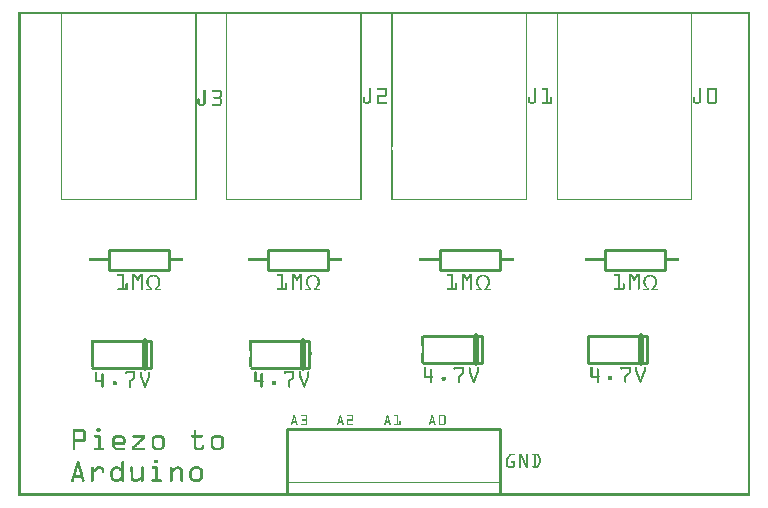
<source format=gto>
G04 MADE WITH FRITZING*
G04 WWW.FRITZING.ORG*
G04 DOUBLE SIDED*
G04 HOLES PLATED*
G04 CONTOUR ON CENTER OF CONTOUR VECTOR*
%ASAXBY*%
%FSLAX23Y23*%
%MOIN*%
%OFA0B0*%
%SFA1.0B1.0*%
%ADD10C,0.010000*%
%ADD11C,0.020000*%
%ADD12C,0.009996*%
%ADD13C,0.004998*%
%ADD14R,0.001000X0.001000*%
%LNSILK1*%
G90*
G70*
G54D10*
X302Y821D02*
X502Y821D01*
D02*
X502Y821D02*
X502Y755D01*
D02*
X502Y755D02*
X302Y755D01*
D02*
X302Y755D02*
X302Y821D01*
D02*
X831Y821D02*
X1031Y821D01*
D02*
X1031Y821D02*
X1031Y755D01*
D02*
X1031Y755D02*
X831Y755D01*
D02*
X831Y755D02*
X831Y821D01*
D02*
X1405Y821D02*
X1605Y821D01*
D02*
X1605Y821D02*
X1605Y755D01*
D02*
X1605Y755D02*
X1405Y755D01*
D02*
X1405Y755D02*
X1405Y821D01*
D02*
X1956Y821D02*
X2156Y821D01*
D02*
X2156Y821D02*
X2156Y755D01*
D02*
X2156Y755D02*
X1956Y755D01*
D02*
X1956Y755D02*
X1956Y821D01*
D02*
X441Y428D02*
X246Y428D01*
D02*
X246Y518D02*
X441Y518D01*
D02*
X441Y518D02*
X441Y428D01*
G54D11*
D02*
X421Y518D02*
X421Y428D01*
G54D10*
D02*
X970Y428D02*
X775Y428D01*
D02*
X775Y518D02*
X970Y518D01*
D02*
X970Y518D02*
X970Y428D01*
G54D11*
D02*
X950Y518D02*
X950Y428D01*
G54D10*
D02*
X2095Y443D02*
X1900Y443D01*
D02*
X1900Y533D02*
X2095Y533D01*
D02*
X2095Y533D02*
X2095Y443D01*
G54D11*
D02*
X2075Y533D02*
X2075Y443D01*
G54D10*
D02*
X1544Y443D02*
X1349Y443D01*
D02*
X1349Y533D02*
X1544Y533D01*
D02*
X1544Y533D02*
X1544Y443D01*
G54D11*
D02*
X1524Y533D02*
X1524Y443D01*
G54D12*
D02*
X1606Y224D02*
X894Y224D01*
D02*
X894Y224D02*
X894Y8D01*
D02*
X894Y8D02*
X1606Y8D01*
D02*
X1606Y8D02*
X1606Y224D01*
G54D13*
D02*
X894Y48D02*
X1606Y48D01*
G54D14*
X0Y1614D02*
X2439Y1614D01*
X0Y1613D02*
X2439Y1613D01*
X0Y1612D02*
X2439Y1612D01*
X0Y1611D02*
X2439Y1611D01*
X0Y1610D02*
X2439Y1610D01*
X0Y1609D02*
X2439Y1609D01*
X0Y1608D02*
X2439Y1608D01*
X0Y1607D02*
X2439Y1607D01*
X0Y1606D02*
X7Y1606D01*
X141Y1606D02*
X145Y1606D01*
X589Y1606D02*
X593Y1606D01*
X692Y1606D02*
X696Y1606D01*
X1140Y1606D02*
X1144Y1606D01*
X1243Y1606D02*
X1247Y1606D01*
X1691Y1606D02*
X1695Y1606D01*
X1794Y1606D02*
X1798Y1606D01*
X2242Y1606D02*
X2246Y1606D01*
X2432Y1606D02*
X2439Y1606D01*
X0Y1605D02*
X7Y1605D01*
X141Y1605D02*
X145Y1605D01*
X589Y1605D02*
X593Y1605D01*
X692Y1605D02*
X696Y1605D01*
X1140Y1605D02*
X1144Y1605D01*
X1243Y1605D02*
X1247Y1605D01*
X1691Y1605D02*
X1695Y1605D01*
X1794Y1605D02*
X1798Y1605D01*
X2242Y1605D02*
X2246Y1605D01*
X2432Y1605D02*
X2439Y1605D01*
X0Y1604D02*
X7Y1604D01*
X141Y1604D02*
X145Y1604D01*
X589Y1604D02*
X593Y1604D01*
X692Y1604D02*
X696Y1604D01*
X1140Y1604D02*
X1144Y1604D01*
X1243Y1604D02*
X1247Y1604D01*
X1691Y1604D02*
X1695Y1604D01*
X1794Y1604D02*
X1798Y1604D01*
X2242Y1604D02*
X2246Y1604D01*
X2432Y1604D02*
X2439Y1604D01*
X0Y1603D02*
X7Y1603D01*
X141Y1603D02*
X145Y1603D01*
X589Y1603D02*
X593Y1603D01*
X692Y1603D02*
X696Y1603D01*
X1140Y1603D02*
X1144Y1603D01*
X1243Y1603D02*
X1247Y1603D01*
X1691Y1603D02*
X1695Y1603D01*
X1794Y1603D02*
X1798Y1603D01*
X2242Y1603D02*
X2246Y1603D01*
X2432Y1603D02*
X2439Y1603D01*
X0Y1602D02*
X7Y1602D01*
X141Y1602D02*
X145Y1602D01*
X589Y1602D02*
X593Y1602D01*
X692Y1602D02*
X696Y1602D01*
X1140Y1602D02*
X1144Y1602D01*
X1243Y1602D02*
X1247Y1602D01*
X1691Y1602D02*
X1695Y1602D01*
X1794Y1602D02*
X1798Y1602D01*
X2242Y1602D02*
X2246Y1602D01*
X2432Y1602D02*
X2439Y1602D01*
X0Y1601D02*
X7Y1601D01*
X141Y1601D02*
X145Y1601D01*
X589Y1601D02*
X593Y1601D01*
X692Y1601D02*
X696Y1601D01*
X1140Y1601D02*
X1144Y1601D01*
X1243Y1601D02*
X1247Y1601D01*
X1691Y1601D02*
X1695Y1601D01*
X1794Y1601D02*
X1798Y1601D01*
X2242Y1601D02*
X2246Y1601D01*
X2432Y1601D02*
X2439Y1601D01*
X0Y1600D02*
X7Y1600D01*
X141Y1600D02*
X145Y1600D01*
X589Y1600D02*
X593Y1600D01*
X692Y1600D02*
X696Y1600D01*
X1140Y1600D02*
X1144Y1600D01*
X1243Y1600D02*
X1247Y1600D01*
X1691Y1600D02*
X1695Y1600D01*
X1794Y1600D02*
X1798Y1600D01*
X2242Y1600D02*
X2246Y1600D01*
X2432Y1600D02*
X2439Y1600D01*
X0Y1599D02*
X7Y1599D01*
X141Y1599D02*
X145Y1599D01*
X589Y1599D02*
X593Y1599D01*
X692Y1599D02*
X696Y1599D01*
X1140Y1599D02*
X1144Y1599D01*
X1243Y1599D02*
X1247Y1599D01*
X1691Y1599D02*
X1695Y1599D01*
X1794Y1599D02*
X1798Y1599D01*
X2242Y1599D02*
X2246Y1599D01*
X2432Y1599D02*
X2439Y1599D01*
X0Y1598D02*
X7Y1598D01*
X141Y1598D02*
X145Y1598D01*
X589Y1598D02*
X593Y1598D01*
X692Y1598D02*
X696Y1598D01*
X1140Y1598D02*
X1144Y1598D01*
X1243Y1598D02*
X1247Y1598D01*
X1691Y1598D02*
X1695Y1598D01*
X1794Y1598D02*
X1798Y1598D01*
X2242Y1598D02*
X2246Y1598D01*
X2432Y1598D02*
X2439Y1598D01*
X0Y1597D02*
X7Y1597D01*
X141Y1597D02*
X145Y1597D01*
X589Y1597D02*
X593Y1597D01*
X692Y1597D02*
X696Y1597D01*
X1140Y1597D02*
X1144Y1597D01*
X1243Y1597D02*
X1247Y1597D01*
X1691Y1597D02*
X1695Y1597D01*
X1794Y1597D02*
X1798Y1597D01*
X2242Y1597D02*
X2246Y1597D01*
X2432Y1597D02*
X2439Y1597D01*
X0Y1596D02*
X7Y1596D01*
X141Y1596D02*
X145Y1596D01*
X589Y1596D02*
X593Y1596D01*
X692Y1596D02*
X696Y1596D01*
X1140Y1596D02*
X1144Y1596D01*
X1243Y1596D02*
X1247Y1596D01*
X1691Y1596D02*
X1695Y1596D01*
X1794Y1596D02*
X1798Y1596D01*
X2242Y1596D02*
X2246Y1596D01*
X2432Y1596D02*
X2439Y1596D01*
X0Y1595D02*
X7Y1595D01*
X141Y1595D02*
X145Y1595D01*
X589Y1595D02*
X593Y1595D01*
X692Y1595D02*
X696Y1595D01*
X1140Y1595D02*
X1144Y1595D01*
X1243Y1595D02*
X1247Y1595D01*
X1691Y1595D02*
X1695Y1595D01*
X1794Y1595D02*
X1798Y1595D01*
X2242Y1595D02*
X2246Y1595D01*
X2432Y1595D02*
X2439Y1595D01*
X0Y1594D02*
X7Y1594D01*
X141Y1594D02*
X145Y1594D01*
X589Y1594D02*
X593Y1594D01*
X692Y1594D02*
X696Y1594D01*
X1140Y1594D02*
X1144Y1594D01*
X1243Y1594D02*
X1247Y1594D01*
X1691Y1594D02*
X1695Y1594D01*
X1794Y1594D02*
X1798Y1594D01*
X2242Y1594D02*
X2246Y1594D01*
X2432Y1594D02*
X2439Y1594D01*
X0Y1593D02*
X7Y1593D01*
X141Y1593D02*
X145Y1593D01*
X589Y1593D02*
X593Y1593D01*
X692Y1593D02*
X696Y1593D01*
X1140Y1593D02*
X1144Y1593D01*
X1243Y1593D02*
X1247Y1593D01*
X1691Y1593D02*
X1695Y1593D01*
X1794Y1593D02*
X1798Y1593D01*
X2242Y1593D02*
X2246Y1593D01*
X2432Y1593D02*
X2439Y1593D01*
X0Y1592D02*
X7Y1592D01*
X141Y1592D02*
X145Y1592D01*
X589Y1592D02*
X593Y1592D01*
X692Y1592D02*
X696Y1592D01*
X1140Y1592D02*
X1144Y1592D01*
X1243Y1592D02*
X1247Y1592D01*
X1691Y1592D02*
X1695Y1592D01*
X1794Y1592D02*
X1798Y1592D01*
X2242Y1592D02*
X2246Y1592D01*
X2432Y1592D02*
X2439Y1592D01*
X0Y1591D02*
X7Y1591D01*
X141Y1591D02*
X145Y1591D01*
X589Y1591D02*
X593Y1591D01*
X692Y1591D02*
X696Y1591D01*
X1140Y1591D02*
X1144Y1591D01*
X1243Y1591D02*
X1247Y1591D01*
X1691Y1591D02*
X1695Y1591D01*
X1794Y1591D02*
X1798Y1591D01*
X2242Y1591D02*
X2246Y1591D01*
X2432Y1591D02*
X2439Y1591D01*
X0Y1590D02*
X7Y1590D01*
X141Y1590D02*
X145Y1590D01*
X589Y1590D02*
X593Y1590D01*
X692Y1590D02*
X696Y1590D01*
X1140Y1590D02*
X1144Y1590D01*
X1243Y1590D02*
X1247Y1590D01*
X1691Y1590D02*
X1695Y1590D01*
X1794Y1590D02*
X1798Y1590D01*
X2242Y1590D02*
X2246Y1590D01*
X2432Y1590D02*
X2439Y1590D01*
X0Y1589D02*
X7Y1589D01*
X141Y1589D02*
X145Y1589D01*
X589Y1589D02*
X593Y1589D01*
X692Y1589D02*
X696Y1589D01*
X1140Y1589D02*
X1144Y1589D01*
X1243Y1589D02*
X1247Y1589D01*
X1691Y1589D02*
X1695Y1589D01*
X1794Y1589D02*
X1798Y1589D01*
X2242Y1589D02*
X2246Y1589D01*
X2432Y1589D02*
X2439Y1589D01*
X0Y1588D02*
X7Y1588D01*
X141Y1588D02*
X145Y1588D01*
X589Y1588D02*
X593Y1588D01*
X692Y1588D02*
X696Y1588D01*
X1140Y1588D02*
X1144Y1588D01*
X1243Y1588D02*
X1247Y1588D01*
X1691Y1588D02*
X1695Y1588D01*
X1794Y1588D02*
X1798Y1588D01*
X2242Y1588D02*
X2246Y1588D01*
X2432Y1588D02*
X2439Y1588D01*
X0Y1587D02*
X7Y1587D01*
X141Y1587D02*
X145Y1587D01*
X589Y1587D02*
X593Y1587D01*
X692Y1587D02*
X696Y1587D01*
X1140Y1587D02*
X1144Y1587D01*
X1243Y1587D02*
X1247Y1587D01*
X1691Y1587D02*
X1695Y1587D01*
X1794Y1587D02*
X1798Y1587D01*
X2242Y1587D02*
X2246Y1587D01*
X2432Y1587D02*
X2439Y1587D01*
X0Y1586D02*
X7Y1586D01*
X141Y1586D02*
X145Y1586D01*
X589Y1586D02*
X593Y1586D01*
X692Y1586D02*
X696Y1586D01*
X1140Y1586D02*
X1144Y1586D01*
X1243Y1586D02*
X1247Y1586D01*
X1691Y1586D02*
X1695Y1586D01*
X1794Y1586D02*
X1798Y1586D01*
X2242Y1586D02*
X2246Y1586D01*
X2432Y1586D02*
X2439Y1586D01*
X0Y1585D02*
X7Y1585D01*
X141Y1585D02*
X145Y1585D01*
X589Y1585D02*
X593Y1585D01*
X692Y1585D02*
X696Y1585D01*
X1140Y1585D02*
X1144Y1585D01*
X1243Y1585D02*
X1247Y1585D01*
X1691Y1585D02*
X1695Y1585D01*
X1794Y1585D02*
X1798Y1585D01*
X2242Y1585D02*
X2246Y1585D01*
X2432Y1585D02*
X2439Y1585D01*
X0Y1584D02*
X7Y1584D01*
X141Y1584D02*
X145Y1584D01*
X589Y1584D02*
X593Y1584D01*
X692Y1584D02*
X696Y1584D01*
X1140Y1584D02*
X1144Y1584D01*
X1243Y1584D02*
X1247Y1584D01*
X1691Y1584D02*
X1695Y1584D01*
X1794Y1584D02*
X1798Y1584D01*
X2242Y1584D02*
X2246Y1584D01*
X2432Y1584D02*
X2439Y1584D01*
X0Y1583D02*
X7Y1583D01*
X141Y1583D02*
X145Y1583D01*
X589Y1583D02*
X593Y1583D01*
X692Y1583D02*
X696Y1583D01*
X1140Y1583D02*
X1144Y1583D01*
X1243Y1583D02*
X1247Y1583D01*
X1691Y1583D02*
X1695Y1583D01*
X1794Y1583D02*
X1798Y1583D01*
X2242Y1583D02*
X2246Y1583D01*
X2432Y1583D02*
X2439Y1583D01*
X0Y1582D02*
X7Y1582D01*
X141Y1582D02*
X145Y1582D01*
X589Y1582D02*
X593Y1582D01*
X692Y1582D02*
X696Y1582D01*
X1140Y1582D02*
X1144Y1582D01*
X1243Y1582D02*
X1247Y1582D01*
X1691Y1582D02*
X1695Y1582D01*
X1794Y1582D02*
X1798Y1582D01*
X2242Y1582D02*
X2246Y1582D01*
X2432Y1582D02*
X2439Y1582D01*
X0Y1581D02*
X7Y1581D01*
X141Y1581D02*
X145Y1581D01*
X589Y1581D02*
X593Y1581D01*
X692Y1581D02*
X696Y1581D01*
X1140Y1581D02*
X1144Y1581D01*
X1243Y1581D02*
X1247Y1581D01*
X1691Y1581D02*
X1695Y1581D01*
X1794Y1581D02*
X1798Y1581D01*
X2242Y1581D02*
X2246Y1581D01*
X2432Y1581D02*
X2439Y1581D01*
X0Y1580D02*
X7Y1580D01*
X141Y1580D02*
X145Y1580D01*
X589Y1580D02*
X593Y1580D01*
X692Y1580D02*
X696Y1580D01*
X1140Y1580D02*
X1144Y1580D01*
X1243Y1580D02*
X1247Y1580D01*
X1691Y1580D02*
X1695Y1580D01*
X1794Y1580D02*
X1798Y1580D01*
X2242Y1580D02*
X2246Y1580D01*
X2432Y1580D02*
X2439Y1580D01*
X0Y1579D02*
X7Y1579D01*
X141Y1579D02*
X145Y1579D01*
X589Y1579D02*
X593Y1579D01*
X692Y1579D02*
X696Y1579D01*
X1140Y1579D02*
X1144Y1579D01*
X1243Y1579D02*
X1247Y1579D01*
X1691Y1579D02*
X1695Y1579D01*
X1794Y1579D02*
X1798Y1579D01*
X2242Y1579D02*
X2246Y1579D01*
X2432Y1579D02*
X2439Y1579D01*
X0Y1578D02*
X7Y1578D01*
X141Y1578D02*
X145Y1578D01*
X589Y1578D02*
X593Y1578D01*
X692Y1578D02*
X696Y1578D01*
X1140Y1578D02*
X1144Y1578D01*
X1243Y1578D02*
X1247Y1578D01*
X1691Y1578D02*
X1695Y1578D01*
X1794Y1578D02*
X1798Y1578D01*
X2242Y1578D02*
X2246Y1578D01*
X2432Y1578D02*
X2439Y1578D01*
X0Y1577D02*
X7Y1577D01*
X141Y1577D02*
X145Y1577D01*
X589Y1577D02*
X593Y1577D01*
X692Y1577D02*
X696Y1577D01*
X1140Y1577D02*
X1144Y1577D01*
X1243Y1577D02*
X1247Y1577D01*
X1691Y1577D02*
X1695Y1577D01*
X1794Y1577D02*
X1798Y1577D01*
X2242Y1577D02*
X2246Y1577D01*
X2432Y1577D02*
X2439Y1577D01*
X0Y1576D02*
X7Y1576D01*
X141Y1576D02*
X145Y1576D01*
X589Y1576D02*
X593Y1576D01*
X692Y1576D02*
X696Y1576D01*
X1140Y1576D02*
X1144Y1576D01*
X1243Y1576D02*
X1247Y1576D01*
X1691Y1576D02*
X1695Y1576D01*
X1794Y1576D02*
X1798Y1576D01*
X2242Y1576D02*
X2246Y1576D01*
X2432Y1576D02*
X2439Y1576D01*
X0Y1575D02*
X7Y1575D01*
X141Y1575D02*
X145Y1575D01*
X589Y1575D02*
X593Y1575D01*
X692Y1575D02*
X696Y1575D01*
X1140Y1575D02*
X1144Y1575D01*
X1243Y1575D02*
X1247Y1575D01*
X1691Y1575D02*
X1695Y1575D01*
X1794Y1575D02*
X1798Y1575D01*
X2242Y1575D02*
X2246Y1575D01*
X2432Y1575D02*
X2439Y1575D01*
X0Y1574D02*
X7Y1574D01*
X141Y1574D02*
X145Y1574D01*
X589Y1574D02*
X593Y1574D01*
X692Y1574D02*
X696Y1574D01*
X1140Y1574D02*
X1144Y1574D01*
X1243Y1574D02*
X1247Y1574D01*
X1691Y1574D02*
X1695Y1574D01*
X1794Y1574D02*
X1798Y1574D01*
X2242Y1574D02*
X2246Y1574D01*
X2432Y1574D02*
X2439Y1574D01*
X0Y1573D02*
X7Y1573D01*
X141Y1573D02*
X145Y1573D01*
X589Y1573D02*
X593Y1573D01*
X692Y1573D02*
X696Y1573D01*
X1140Y1573D02*
X1144Y1573D01*
X1243Y1573D02*
X1247Y1573D01*
X1691Y1573D02*
X1695Y1573D01*
X1794Y1573D02*
X1798Y1573D01*
X2242Y1573D02*
X2246Y1573D01*
X2432Y1573D02*
X2439Y1573D01*
X0Y1572D02*
X7Y1572D01*
X141Y1572D02*
X145Y1572D01*
X589Y1572D02*
X593Y1572D01*
X692Y1572D02*
X696Y1572D01*
X1140Y1572D02*
X1144Y1572D01*
X1243Y1572D02*
X1247Y1572D01*
X1691Y1572D02*
X1695Y1572D01*
X1794Y1572D02*
X1798Y1572D01*
X2242Y1572D02*
X2246Y1572D01*
X2432Y1572D02*
X2439Y1572D01*
X0Y1571D02*
X7Y1571D01*
X141Y1571D02*
X145Y1571D01*
X589Y1571D02*
X593Y1571D01*
X692Y1571D02*
X696Y1571D01*
X1140Y1571D02*
X1144Y1571D01*
X1243Y1571D02*
X1247Y1571D01*
X1691Y1571D02*
X1695Y1571D01*
X1794Y1571D02*
X1798Y1571D01*
X2242Y1571D02*
X2246Y1571D01*
X2432Y1571D02*
X2439Y1571D01*
X0Y1570D02*
X7Y1570D01*
X141Y1570D02*
X145Y1570D01*
X589Y1570D02*
X593Y1570D01*
X692Y1570D02*
X696Y1570D01*
X1140Y1570D02*
X1144Y1570D01*
X1243Y1570D02*
X1247Y1570D01*
X1691Y1570D02*
X1695Y1570D01*
X1794Y1570D02*
X1798Y1570D01*
X2242Y1570D02*
X2246Y1570D01*
X2432Y1570D02*
X2439Y1570D01*
X0Y1569D02*
X7Y1569D01*
X141Y1569D02*
X145Y1569D01*
X589Y1569D02*
X593Y1569D01*
X692Y1569D02*
X696Y1569D01*
X1140Y1569D02*
X1144Y1569D01*
X1243Y1569D02*
X1247Y1569D01*
X1691Y1569D02*
X1695Y1569D01*
X1794Y1569D02*
X1798Y1569D01*
X2242Y1569D02*
X2246Y1569D01*
X2432Y1569D02*
X2439Y1569D01*
X0Y1568D02*
X7Y1568D01*
X141Y1568D02*
X145Y1568D01*
X589Y1568D02*
X593Y1568D01*
X692Y1568D02*
X696Y1568D01*
X1140Y1568D02*
X1144Y1568D01*
X1243Y1568D02*
X1247Y1568D01*
X1691Y1568D02*
X1695Y1568D01*
X1794Y1568D02*
X1798Y1568D01*
X2242Y1568D02*
X2246Y1568D01*
X2432Y1568D02*
X2439Y1568D01*
X0Y1567D02*
X7Y1567D01*
X141Y1567D02*
X145Y1567D01*
X589Y1567D02*
X593Y1567D01*
X692Y1567D02*
X696Y1567D01*
X1140Y1567D02*
X1144Y1567D01*
X1243Y1567D02*
X1247Y1567D01*
X1691Y1567D02*
X1695Y1567D01*
X1794Y1567D02*
X1798Y1567D01*
X2242Y1567D02*
X2246Y1567D01*
X2432Y1567D02*
X2439Y1567D01*
X0Y1566D02*
X7Y1566D01*
X141Y1566D02*
X145Y1566D01*
X589Y1566D02*
X593Y1566D01*
X692Y1566D02*
X696Y1566D01*
X1140Y1566D02*
X1144Y1566D01*
X1243Y1566D02*
X1247Y1566D01*
X1691Y1566D02*
X1695Y1566D01*
X1794Y1566D02*
X1798Y1566D01*
X2242Y1566D02*
X2246Y1566D01*
X2432Y1566D02*
X2439Y1566D01*
X0Y1565D02*
X7Y1565D01*
X141Y1565D02*
X145Y1565D01*
X589Y1565D02*
X593Y1565D01*
X692Y1565D02*
X696Y1565D01*
X1140Y1565D02*
X1144Y1565D01*
X1243Y1565D02*
X1247Y1565D01*
X1691Y1565D02*
X1695Y1565D01*
X1794Y1565D02*
X1798Y1565D01*
X2242Y1565D02*
X2246Y1565D01*
X2432Y1565D02*
X2439Y1565D01*
X0Y1564D02*
X7Y1564D01*
X141Y1564D02*
X145Y1564D01*
X589Y1564D02*
X593Y1564D01*
X692Y1564D02*
X696Y1564D01*
X1140Y1564D02*
X1144Y1564D01*
X1243Y1564D02*
X1247Y1564D01*
X1691Y1564D02*
X1695Y1564D01*
X1794Y1564D02*
X1798Y1564D01*
X2242Y1564D02*
X2246Y1564D01*
X2432Y1564D02*
X2439Y1564D01*
X0Y1563D02*
X7Y1563D01*
X141Y1563D02*
X145Y1563D01*
X589Y1563D02*
X593Y1563D01*
X692Y1563D02*
X696Y1563D01*
X1140Y1563D02*
X1144Y1563D01*
X1243Y1563D02*
X1247Y1563D01*
X1691Y1563D02*
X1695Y1563D01*
X1794Y1563D02*
X1798Y1563D01*
X2242Y1563D02*
X2246Y1563D01*
X2432Y1563D02*
X2439Y1563D01*
X0Y1562D02*
X7Y1562D01*
X141Y1562D02*
X145Y1562D01*
X589Y1562D02*
X593Y1562D01*
X692Y1562D02*
X696Y1562D01*
X1140Y1562D02*
X1144Y1562D01*
X1243Y1562D02*
X1247Y1562D01*
X1691Y1562D02*
X1695Y1562D01*
X1794Y1562D02*
X1798Y1562D01*
X2242Y1562D02*
X2246Y1562D01*
X2432Y1562D02*
X2439Y1562D01*
X0Y1561D02*
X7Y1561D01*
X141Y1561D02*
X145Y1561D01*
X589Y1561D02*
X593Y1561D01*
X692Y1561D02*
X696Y1561D01*
X1140Y1561D02*
X1144Y1561D01*
X1243Y1561D02*
X1247Y1561D01*
X1691Y1561D02*
X1695Y1561D01*
X1794Y1561D02*
X1798Y1561D01*
X2242Y1561D02*
X2246Y1561D01*
X2432Y1561D02*
X2439Y1561D01*
X0Y1560D02*
X7Y1560D01*
X141Y1560D02*
X145Y1560D01*
X589Y1560D02*
X593Y1560D01*
X692Y1560D02*
X696Y1560D01*
X1140Y1560D02*
X1144Y1560D01*
X1243Y1560D02*
X1247Y1560D01*
X1691Y1560D02*
X1695Y1560D01*
X1794Y1560D02*
X1798Y1560D01*
X2242Y1560D02*
X2246Y1560D01*
X2432Y1560D02*
X2439Y1560D01*
X0Y1559D02*
X7Y1559D01*
X141Y1559D02*
X145Y1559D01*
X589Y1559D02*
X593Y1559D01*
X692Y1559D02*
X696Y1559D01*
X1140Y1559D02*
X1144Y1559D01*
X1243Y1559D02*
X1247Y1559D01*
X1691Y1559D02*
X1695Y1559D01*
X1794Y1559D02*
X1798Y1559D01*
X2242Y1559D02*
X2246Y1559D01*
X2432Y1559D02*
X2439Y1559D01*
X0Y1558D02*
X7Y1558D01*
X141Y1558D02*
X145Y1558D01*
X589Y1558D02*
X593Y1558D01*
X692Y1558D02*
X696Y1558D01*
X1140Y1558D02*
X1144Y1558D01*
X1243Y1558D02*
X1247Y1558D01*
X1691Y1558D02*
X1695Y1558D01*
X1794Y1558D02*
X1798Y1558D01*
X2242Y1558D02*
X2246Y1558D01*
X2432Y1558D02*
X2439Y1558D01*
X0Y1557D02*
X7Y1557D01*
X141Y1557D02*
X145Y1557D01*
X589Y1557D02*
X593Y1557D01*
X692Y1557D02*
X696Y1557D01*
X1140Y1557D02*
X1144Y1557D01*
X1243Y1557D02*
X1247Y1557D01*
X1691Y1557D02*
X1695Y1557D01*
X1794Y1557D02*
X1798Y1557D01*
X2242Y1557D02*
X2246Y1557D01*
X2432Y1557D02*
X2439Y1557D01*
X0Y1556D02*
X7Y1556D01*
X141Y1556D02*
X145Y1556D01*
X589Y1556D02*
X593Y1556D01*
X692Y1556D02*
X696Y1556D01*
X1140Y1556D02*
X1144Y1556D01*
X1243Y1556D02*
X1247Y1556D01*
X1691Y1556D02*
X1695Y1556D01*
X1794Y1556D02*
X1798Y1556D01*
X2242Y1556D02*
X2246Y1556D01*
X2432Y1556D02*
X2439Y1556D01*
X0Y1555D02*
X7Y1555D01*
X141Y1555D02*
X145Y1555D01*
X589Y1555D02*
X593Y1555D01*
X692Y1555D02*
X696Y1555D01*
X1140Y1555D02*
X1144Y1555D01*
X1243Y1555D02*
X1247Y1555D01*
X1691Y1555D02*
X1695Y1555D01*
X1794Y1555D02*
X1798Y1555D01*
X2242Y1555D02*
X2246Y1555D01*
X2432Y1555D02*
X2439Y1555D01*
X0Y1554D02*
X7Y1554D01*
X141Y1554D02*
X145Y1554D01*
X589Y1554D02*
X593Y1554D01*
X692Y1554D02*
X696Y1554D01*
X1140Y1554D02*
X1144Y1554D01*
X1243Y1554D02*
X1247Y1554D01*
X1691Y1554D02*
X1695Y1554D01*
X1794Y1554D02*
X1798Y1554D01*
X2242Y1554D02*
X2246Y1554D01*
X2432Y1554D02*
X2439Y1554D01*
X0Y1553D02*
X7Y1553D01*
X141Y1553D02*
X145Y1553D01*
X589Y1553D02*
X593Y1553D01*
X692Y1553D02*
X696Y1553D01*
X1140Y1553D02*
X1144Y1553D01*
X1243Y1553D02*
X1247Y1553D01*
X1691Y1553D02*
X1695Y1553D01*
X1794Y1553D02*
X1798Y1553D01*
X2242Y1553D02*
X2246Y1553D01*
X2432Y1553D02*
X2439Y1553D01*
X0Y1552D02*
X7Y1552D01*
X141Y1552D02*
X145Y1552D01*
X589Y1552D02*
X593Y1552D01*
X692Y1552D02*
X696Y1552D01*
X1140Y1552D02*
X1144Y1552D01*
X1243Y1552D02*
X1247Y1552D01*
X1691Y1552D02*
X1695Y1552D01*
X1794Y1552D02*
X1798Y1552D01*
X2242Y1552D02*
X2246Y1552D01*
X2432Y1552D02*
X2439Y1552D01*
X0Y1551D02*
X7Y1551D01*
X141Y1551D02*
X145Y1551D01*
X589Y1551D02*
X593Y1551D01*
X692Y1551D02*
X696Y1551D01*
X1140Y1551D02*
X1144Y1551D01*
X1243Y1551D02*
X1247Y1551D01*
X1691Y1551D02*
X1695Y1551D01*
X1794Y1551D02*
X1798Y1551D01*
X2242Y1551D02*
X2246Y1551D01*
X2432Y1551D02*
X2439Y1551D01*
X0Y1550D02*
X7Y1550D01*
X141Y1550D02*
X145Y1550D01*
X589Y1550D02*
X593Y1550D01*
X692Y1550D02*
X696Y1550D01*
X1140Y1550D02*
X1144Y1550D01*
X1243Y1550D02*
X1247Y1550D01*
X1691Y1550D02*
X1695Y1550D01*
X1794Y1550D02*
X1798Y1550D01*
X2242Y1550D02*
X2246Y1550D01*
X2432Y1550D02*
X2439Y1550D01*
X0Y1549D02*
X7Y1549D01*
X141Y1549D02*
X145Y1549D01*
X589Y1549D02*
X593Y1549D01*
X692Y1549D02*
X696Y1549D01*
X1140Y1549D02*
X1144Y1549D01*
X1243Y1549D02*
X1247Y1549D01*
X1691Y1549D02*
X1695Y1549D01*
X1794Y1549D02*
X1798Y1549D01*
X2242Y1549D02*
X2246Y1549D01*
X2432Y1549D02*
X2439Y1549D01*
X0Y1548D02*
X7Y1548D01*
X141Y1548D02*
X145Y1548D01*
X589Y1548D02*
X593Y1548D01*
X692Y1548D02*
X696Y1548D01*
X1140Y1548D02*
X1144Y1548D01*
X1243Y1548D02*
X1247Y1548D01*
X1691Y1548D02*
X1695Y1548D01*
X1794Y1548D02*
X1798Y1548D01*
X2242Y1548D02*
X2246Y1548D01*
X2432Y1548D02*
X2439Y1548D01*
X0Y1547D02*
X7Y1547D01*
X141Y1547D02*
X145Y1547D01*
X589Y1547D02*
X593Y1547D01*
X692Y1547D02*
X696Y1547D01*
X1140Y1547D02*
X1144Y1547D01*
X1243Y1547D02*
X1247Y1547D01*
X1691Y1547D02*
X1695Y1547D01*
X1794Y1547D02*
X1798Y1547D01*
X2242Y1547D02*
X2246Y1547D01*
X2432Y1547D02*
X2439Y1547D01*
X0Y1546D02*
X7Y1546D01*
X141Y1546D02*
X145Y1546D01*
X589Y1546D02*
X593Y1546D01*
X692Y1546D02*
X696Y1546D01*
X1140Y1546D02*
X1144Y1546D01*
X1243Y1546D02*
X1247Y1546D01*
X1691Y1546D02*
X1695Y1546D01*
X1794Y1546D02*
X1798Y1546D01*
X2242Y1546D02*
X2246Y1546D01*
X2432Y1546D02*
X2439Y1546D01*
X0Y1545D02*
X7Y1545D01*
X141Y1545D02*
X145Y1545D01*
X589Y1545D02*
X593Y1545D01*
X692Y1545D02*
X696Y1545D01*
X1140Y1545D02*
X1144Y1545D01*
X1243Y1545D02*
X1247Y1545D01*
X1691Y1545D02*
X1695Y1545D01*
X1794Y1545D02*
X1798Y1545D01*
X2242Y1545D02*
X2246Y1545D01*
X2432Y1545D02*
X2439Y1545D01*
X0Y1544D02*
X7Y1544D01*
X141Y1544D02*
X145Y1544D01*
X589Y1544D02*
X593Y1544D01*
X692Y1544D02*
X696Y1544D01*
X1140Y1544D02*
X1144Y1544D01*
X1243Y1544D02*
X1247Y1544D01*
X1691Y1544D02*
X1695Y1544D01*
X1794Y1544D02*
X1798Y1544D01*
X2242Y1544D02*
X2246Y1544D01*
X2432Y1544D02*
X2439Y1544D01*
X0Y1543D02*
X7Y1543D01*
X141Y1543D02*
X145Y1543D01*
X589Y1543D02*
X593Y1543D01*
X692Y1543D02*
X696Y1543D01*
X1140Y1543D02*
X1144Y1543D01*
X1243Y1543D02*
X1247Y1543D01*
X1691Y1543D02*
X1695Y1543D01*
X1794Y1543D02*
X1798Y1543D01*
X2242Y1543D02*
X2246Y1543D01*
X2432Y1543D02*
X2439Y1543D01*
X0Y1542D02*
X7Y1542D01*
X141Y1542D02*
X145Y1542D01*
X589Y1542D02*
X593Y1542D01*
X692Y1542D02*
X696Y1542D01*
X1140Y1542D02*
X1144Y1542D01*
X1243Y1542D02*
X1247Y1542D01*
X1691Y1542D02*
X1695Y1542D01*
X1794Y1542D02*
X1798Y1542D01*
X2242Y1542D02*
X2246Y1542D01*
X2432Y1542D02*
X2439Y1542D01*
X0Y1541D02*
X7Y1541D01*
X141Y1541D02*
X145Y1541D01*
X589Y1541D02*
X593Y1541D01*
X692Y1541D02*
X696Y1541D01*
X1140Y1541D02*
X1144Y1541D01*
X1243Y1541D02*
X1247Y1541D01*
X1691Y1541D02*
X1695Y1541D01*
X1794Y1541D02*
X1798Y1541D01*
X2242Y1541D02*
X2246Y1541D01*
X2432Y1541D02*
X2439Y1541D01*
X0Y1540D02*
X7Y1540D01*
X141Y1540D02*
X145Y1540D01*
X589Y1540D02*
X593Y1540D01*
X692Y1540D02*
X696Y1540D01*
X1140Y1540D02*
X1144Y1540D01*
X1243Y1540D02*
X1247Y1540D01*
X1691Y1540D02*
X1695Y1540D01*
X1794Y1540D02*
X1798Y1540D01*
X2242Y1540D02*
X2246Y1540D01*
X2432Y1540D02*
X2439Y1540D01*
X0Y1539D02*
X7Y1539D01*
X141Y1539D02*
X145Y1539D01*
X589Y1539D02*
X593Y1539D01*
X692Y1539D02*
X696Y1539D01*
X1140Y1539D02*
X1144Y1539D01*
X1243Y1539D02*
X1247Y1539D01*
X1691Y1539D02*
X1695Y1539D01*
X1794Y1539D02*
X1798Y1539D01*
X2242Y1539D02*
X2246Y1539D01*
X2432Y1539D02*
X2439Y1539D01*
X0Y1538D02*
X7Y1538D01*
X141Y1538D02*
X145Y1538D01*
X589Y1538D02*
X593Y1538D01*
X692Y1538D02*
X696Y1538D01*
X1140Y1538D02*
X1144Y1538D01*
X1243Y1538D02*
X1247Y1538D01*
X1691Y1538D02*
X1695Y1538D01*
X1794Y1538D02*
X1798Y1538D01*
X2242Y1538D02*
X2246Y1538D01*
X2432Y1538D02*
X2439Y1538D01*
X0Y1537D02*
X7Y1537D01*
X141Y1537D02*
X145Y1537D01*
X589Y1537D02*
X593Y1537D01*
X692Y1537D02*
X696Y1537D01*
X1140Y1537D02*
X1144Y1537D01*
X1243Y1537D02*
X1247Y1537D01*
X1691Y1537D02*
X1695Y1537D01*
X1794Y1537D02*
X1798Y1537D01*
X2242Y1537D02*
X2246Y1537D01*
X2432Y1537D02*
X2439Y1537D01*
X0Y1536D02*
X7Y1536D01*
X141Y1536D02*
X145Y1536D01*
X589Y1536D02*
X593Y1536D01*
X692Y1536D02*
X696Y1536D01*
X1140Y1536D02*
X1144Y1536D01*
X1243Y1536D02*
X1247Y1536D01*
X1691Y1536D02*
X1695Y1536D01*
X1794Y1536D02*
X1798Y1536D01*
X2242Y1536D02*
X2246Y1536D01*
X2432Y1536D02*
X2439Y1536D01*
X0Y1535D02*
X7Y1535D01*
X141Y1535D02*
X145Y1535D01*
X589Y1535D02*
X593Y1535D01*
X692Y1535D02*
X696Y1535D01*
X1140Y1535D02*
X1144Y1535D01*
X1243Y1535D02*
X1247Y1535D01*
X1691Y1535D02*
X1695Y1535D01*
X1794Y1535D02*
X1798Y1535D01*
X2242Y1535D02*
X2246Y1535D01*
X2432Y1535D02*
X2439Y1535D01*
X0Y1534D02*
X7Y1534D01*
X141Y1534D02*
X145Y1534D01*
X589Y1534D02*
X593Y1534D01*
X692Y1534D02*
X696Y1534D01*
X1140Y1534D02*
X1144Y1534D01*
X1243Y1534D02*
X1247Y1534D01*
X1691Y1534D02*
X1695Y1534D01*
X1794Y1534D02*
X1798Y1534D01*
X2242Y1534D02*
X2246Y1534D01*
X2432Y1534D02*
X2439Y1534D01*
X0Y1533D02*
X7Y1533D01*
X141Y1533D02*
X145Y1533D01*
X589Y1533D02*
X593Y1533D01*
X692Y1533D02*
X696Y1533D01*
X1140Y1533D02*
X1144Y1533D01*
X1243Y1533D02*
X1247Y1533D01*
X1691Y1533D02*
X1695Y1533D01*
X1794Y1533D02*
X1798Y1533D01*
X2242Y1533D02*
X2246Y1533D01*
X2432Y1533D02*
X2439Y1533D01*
X0Y1532D02*
X7Y1532D01*
X141Y1532D02*
X145Y1532D01*
X589Y1532D02*
X593Y1532D01*
X692Y1532D02*
X696Y1532D01*
X1140Y1532D02*
X1144Y1532D01*
X1243Y1532D02*
X1247Y1532D01*
X1691Y1532D02*
X1695Y1532D01*
X1794Y1532D02*
X1798Y1532D01*
X2242Y1532D02*
X2246Y1532D01*
X2432Y1532D02*
X2439Y1532D01*
X0Y1531D02*
X7Y1531D01*
X141Y1531D02*
X145Y1531D01*
X589Y1531D02*
X593Y1531D01*
X692Y1531D02*
X696Y1531D01*
X1140Y1531D02*
X1144Y1531D01*
X1243Y1531D02*
X1247Y1531D01*
X1691Y1531D02*
X1695Y1531D01*
X1794Y1531D02*
X1798Y1531D01*
X2242Y1531D02*
X2246Y1531D01*
X2432Y1531D02*
X2439Y1531D01*
X0Y1530D02*
X7Y1530D01*
X141Y1530D02*
X145Y1530D01*
X589Y1530D02*
X593Y1530D01*
X692Y1530D02*
X696Y1530D01*
X1140Y1530D02*
X1144Y1530D01*
X1243Y1530D02*
X1247Y1530D01*
X1691Y1530D02*
X1695Y1530D01*
X1794Y1530D02*
X1798Y1530D01*
X2242Y1530D02*
X2246Y1530D01*
X2432Y1530D02*
X2439Y1530D01*
X0Y1529D02*
X7Y1529D01*
X141Y1529D02*
X145Y1529D01*
X589Y1529D02*
X593Y1529D01*
X692Y1529D02*
X696Y1529D01*
X1140Y1529D02*
X1144Y1529D01*
X1243Y1529D02*
X1247Y1529D01*
X1691Y1529D02*
X1695Y1529D01*
X1794Y1529D02*
X1798Y1529D01*
X2242Y1529D02*
X2246Y1529D01*
X2432Y1529D02*
X2439Y1529D01*
X0Y1528D02*
X7Y1528D01*
X141Y1528D02*
X145Y1528D01*
X589Y1528D02*
X593Y1528D01*
X692Y1528D02*
X696Y1528D01*
X1140Y1528D02*
X1144Y1528D01*
X1243Y1528D02*
X1247Y1528D01*
X1691Y1528D02*
X1695Y1528D01*
X1794Y1528D02*
X1798Y1528D01*
X2242Y1528D02*
X2246Y1528D01*
X2432Y1528D02*
X2439Y1528D01*
X0Y1527D02*
X7Y1527D01*
X141Y1527D02*
X145Y1527D01*
X589Y1527D02*
X593Y1527D01*
X692Y1527D02*
X696Y1527D01*
X1140Y1527D02*
X1144Y1527D01*
X1243Y1527D02*
X1247Y1527D01*
X1691Y1527D02*
X1695Y1527D01*
X1794Y1527D02*
X1798Y1527D01*
X2242Y1527D02*
X2246Y1527D01*
X2432Y1527D02*
X2439Y1527D01*
X0Y1526D02*
X7Y1526D01*
X141Y1526D02*
X145Y1526D01*
X589Y1526D02*
X593Y1526D01*
X692Y1526D02*
X696Y1526D01*
X1140Y1526D02*
X1144Y1526D01*
X1243Y1526D02*
X1247Y1526D01*
X1691Y1526D02*
X1695Y1526D01*
X1794Y1526D02*
X1798Y1526D01*
X2242Y1526D02*
X2246Y1526D01*
X2432Y1526D02*
X2439Y1526D01*
X0Y1525D02*
X7Y1525D01*
X141Y1525D02*
X145Y1525D01*
X589Y1525D02*
X593Y1525D01*
X692Y1525D02*
X696Y1525D01*
X1140Y1525D02*
X1144Y1525D01*
X1243Y1525D02*
X1247Y1525D01*
X1691Y1525D02*
X1695Y1525D01*
X1794Y1525D02*
X1798Y1525D01*
X2242Y1525D02*
X2246Y1525D01*
X2432Y1525D02*
X2439Y1525D01*
X0Y1524D02*
X7Y1524D01*
X141Y1524D02*
X145Y1524D01*
X589Y1524D02*
X593Y1524D01*
X692Y1524D02*
X696Y1524D01*
X1140Y1524D02*
X1144Y1524D01*
X1243Y1524D02*
X1247Y1524D01*
X1691Y1524D02*
X1695Y1524D01*
X1794Y1524D02*
X1798Y1524D01*
X2242Y1524D02*
X2246Y1524D01*
X2432Y1524D02*
X2439Y1524D01*
X0Y1523D02*
X7Y1523D01*
X141Y1523D02*
X145Y1523D01*
X589Y1523D02*
X593Y1523D01*
X692Y1523D02*
X696Y1523D01*
X1140Y1523D02*
X1144Y1523D01*
X1243Y1523D02*
X1247Y1523D01*
X1691Y1523D02*
X1695Y1523D01*
X1794Y1523D02*
X1798Y1523D01*
X2242Y1523D02*
X2246Y1523D01*
X2432Y1523D02*
X2439Y1523D01*
X0Y1522D02*
X7Y1522D01*
X141Y1522D02*
X145Y1522D01*
X589Y1522D02*
X593Y1522D01*
X692Y1522D02*
X696Y1522D01*
X1140Y1522D02*
X1144Y1522D01*
X1243Y1522D02*
X1247Y1522D01*
X1691Y1522D02*
X1695Y1522D01*
X1794Y1522D02*
X1798Y1522D01*
X2242Y1522D02*
X2246Y1522D01*
X2432Y1522D02*
X2439Y1522D01*
X0Y1521D02*
X7Y1521D01*
X141Y1521D02*
X145Y1521D01*
X589Y1521D02*
X593Y1521D01*
X692Y1521D02*
X696Y1521D01*
X1140Y1521D02*
X1144Y1521D01*
X1243Y1521D02*
X1247Y1521D01*
X1691Y1521D02*
X1695Y1521D01*
X1794Y1521D02*
X1798Y1521D01*
X2242Y1521D02*
X2246Y1521D01*
X2432Y1521D02*
X2439Y1521D01*
X0Y1520D02*
X7Y1520D01*
X141Y1520D02*
X145Y1520D01*
X589Y1520D02*
X593Y1520D01*
X692Y1520D02*
X696Y1520D01*
X1140Y1520D02*
X1144Y1520D01*
X1243Y1520D02*
X1247Y1520D01*
X1691Y1520D02*
X1695Y1520D01*
X1794Y1520D02*
X1798Y1520D01*
X2242Y1520D02*
X2246Y1520D01*
X2432Y1520D02*
X2439Y1520D01*
X0Y1519D02*
X7Y1519D01*
X141Y1519D02*
X145Y1519D01*
X589Y1519D02*
X593Y1519D01*
X692Y1519D02*
X696Y1519D01*
X1140Y1519D02*
X1144Y1519D01*
X1243Y1519D02*
X1247Y1519D01*
X1691Y1519D02*
X1695Y1519D01*
X1794Y1519D02*
X1798Y1519D01*
X2242Y1519D02*
X2246Y1519D01*
X2432Y1519D02*
X2439Y1519D01*
X0Y1518D02*
X7Y1518D01*
X141Y1518D02*
X145Y1518D01*
X589Y1518D02*
X593Y1518D01*
X692Y1518D02*
X696Y1518D01*
X1140Y1518D02*
X1144Y1518D01*
X1243Y1518D02*
X1247Y1518D01*
X1691Y1518D02*
X1695Y1518D01*
X1794Y1518D02*
X1798Y1518D01*
X2242Y1518D02*
X2246Y1518D01*
X2432Y1518D02*
X2439Y1518D01*
X0Y1517D02*
X7Y1517D01*
X141Y1517D02*
X145Y1517D01*
X589Y1517D02*
X593Y1517D01*
X692Y1517D02*
X696Y1517D01*
X1140Y1517D02*
X1144Y1517D01*
X1243Y1517D02*
X1247Y1517D01*
X1691Y1517D02*
X1695Y1517D01*
X1794Y1517D02*
X1798Y1517D01*
X2242Y1517D02*
X2246Y1517D01*
X2432Y1517D02*
X2439Y1517D01*
X0Y1516D02*
X7Y1516D01*
X141Y1516D02*
X145Y1516D01*
X589Y1516D02*
X593Y1516D01*
X692Y1516D02*
X696Y1516D01*
X1140Y1516D02*
X1144Y1516D01*
X1243Y1516D02*
X1247Y1516D01*
X1691Y1516D02*
X1695Y1516D01*
X1794Y1516D02*
X1798Y1516D01*
X2242Y1516D02*
X2246Y1516D01*
X2432Y1516D02*
X2439Y1516D01*
X0Y1515D02*
X7Y1515D01*
X141Y1515D02*
X145Y1515D01*
X589Y1515D02*
X593Y1515D01*
X692Y1515D02*
X696Y1515D01*
X1140Y1515D02*
X1144Y1515D01*
X1243Y1515D02*
X1247Y1515D01*
X1691Y1515D02*
X1695Y1515D01*
X1794Y1515D02*
X1798Y1515D01*
X2242Y1515D02*
X2246Y1515D01*
X2432Y1515D02*
X2439Y1515D01*
X0Y1514D02*
X7Y1514D01*
X141Y1514D02*
X145Y1514D01*
X589Y1514D02*
X593Y1514D01*
X692Y1514D02*
X696Y1514D01*
X1140Y1514D02*
X1144Y1514D01*
X1243Y1514D02*
X1247Y1514D01*
X1691Y1514D02*
X1695Y1514D01*
X1794Y1514D02*
X1798Y1514D01*
X2242Y1514D02*
X2246Y1514D01*
X2432Y1514D02*
X2439Y1514D01*
X0Y1513D02*
X7Y1513D01*
X141Y1513D02*
X145Y1513D01*
X589Y1513D02*
X593Y1513D01*
X692Y1513D02*
X696Y1513D01*
X1140Y1513D02*
X1144Y1513D01*
X1243Y1513D02*
X1247Y1513D01*
X1691Y1513D02*
X1695Y1513D01*
X1794Y1513D02*
X1798Y1513D01*
X2242Y1513D02*
X2246Y1513D01*
X2432Y1513D02*
X2439Y1513D01*
X0Y1512D02*
X7Y1512D01*
X141Y1512D02*
X145Y1512D01*
X589Y1512D02*
X593Y1512D01*
X692Y1512D02*
X696Y1512D01*
X1140Y1512D02*
X1144Y1512D01*
X1243Y1512D02*
X1247Y1512D01*
X1691Y1512D02*
X1695Y1512D01*
X1794Y1512D02*
X1798Y1512D01*
X2242Y1512D02*
X2246Y1512D01*
X2432Y1512D02*
X2439Y1512D01*
X0Y1511D02*
X7Y1511D01*
X141Y1511D02*
X145Y1511D01*
X589Y1511D02*
X593Y1511D01*
X692Y1511D02*
X696Y1511D01*
X1140Y1511D02*
X1144Y1511D01*
X1243Y1511D02*
X1247Y1511D01*
X1691Y1511D02*
X1695Y1511D01*
X1794Y1511D02*
X1798Y1511D01*
X2242Y1511D02*
X2246Y1511D01*
X2432Y1511D02*
X2439Y1511D01*
X0Y1510D02*
X7Y1510D01*
X141Y1510D02*
X145Y1510D01*
X589Y1510D02*
X593Y1510D01*
X692Y1510D02*
X696Y1510D01*
X1140Y1510D02*
X1144Y1510D01*
X1243Y1510D02*
X1247Y1510D01*
X1691Y1510D02*
X1695Y1510D01*
X1794Y1510D02*
X1798Y1510D01*
X2242Y1510D02*
X2246Y1510D01*
X2432Y1510D02*
X2439Y1510D01*
X0Y1509D02*
X7Y1509D01*
X141Y1509D02*
X145Y1509D01*
X589Y1509D02*
X593Y1509D01*
X692Y1509D02*
X696Y1509D01*
X1140Y1509D02*
X1144Y1509D01*
X1243Y1509D02*
X1247Y1509D01*
X1691Y1509D02*
X1695Y1509D01*
X1794Y1509D02*
X1798Y1509D01*
X2242Y1509D02*
X2246Y1509D01*
X2432Y1509D02*
X2439Y1509D01*
X0Y1508D02*
X7Y1508D01*
X141Y1508D02*
X145Y1508D01*
X589Y1508D02*
X593Y1508D01*
X692Y1508D02*
X696Y1508D01*
X1140Y1508D02*
X1144Y1508D01*
X1243Y1508D02*
X1247Y1508D01*
X1691Y1508D02*
X1695Y1508D01*
X1794Y1508D02*
X1798Y1508D01*
X2242Y1508D02*
X2246Y1508D01*
X2432Y1508D02*
X2439Y1508D01*
X0Y1507D02*
X7Y1507D01*
X141Y1507D02*
X145Y1507D01*
X589Y1507D02*
X593Y1507D01*
X692Y1507D02*
X696Y1507D01*
X1140Y1507D02*
X1144Y1507D01*
X1243Y1507D02*
X1247Y1507D01*
X1691Y1507D02*
X1695Y1507D01*
X1794Y1507D02*
X1798Y1507D01*
X2242Y1507D02*
X2246Y1507D01*
X2432Y1507D02*
X2439Y1507D01*
X0Y1506D02*
X7Y1506D01*
X141Y1506D02*
X145Y1506D01*
X589Y1506D02*
X593Y1506D01*
X692Y1506D02*
X696Y1506D01*
X1140Y1506D02*
X1144Y1506D01*
X1243Y1506D02*
X1247Y1506D01*
X1691Y1506D02*
X1695Y1506D01*
X1794Y1506D02*
X1798Y1506D01*
X2242Y1506D02*
X2246Y1506D01*
X2432Y1506D02*
X2439Y1506D01*
X0Y1505D02*
X7Y1505D01*
X141Y1505D02*
X145Y1505D01*
X589Y1505D02*
X593Y1505D01*
X692Y1505D02*
X696Y1505D01*
X1140Y1505D02*
X1144Y1505D01*
X1243Y1505D02*
X1247Y1505D01*
X1691Y1505D02*
X1695Y1505D01*
X1794Y1505D02*
X1798Y1505D01*
X2242Y1505D02*
X2246Y1505D01*
X2432Y1505D02*
X2439Y1505D01*
X0Y1504D02*
X7Y1504D01*
X141Y1504D02*
X145Y1504D01*
X589Y1504D02*
X593Y1504D01*
X692Y1504D02*
X696Y1504D01*
X1140Y1504D02*
X1144Y1504D01*
X1243Y1504D02*
X1247Y1504D01*
X1691Y1504D02*
X1695Y1504D01*
X1794Y1504D02*
X1798Y1504D01*
X2242Y1504D02*
X2246Y1504D01*
X2432Y1504D02*
X2439Y1504D01*
X0Y1503D02*
X7Y1503D01*
X141Y1503D02*
X145Y1503D01*
X589Y1503D02*
X593Y1503D01*
X692Y1503D02*
X696Y1503D01*
X1140Y1503D02*
X1144Y1503D01*
X1243Y1503D02*
X1247Y1503D01*
X1691Y1503D02*
X1695Y1503D01*
X1794Y1503D02*
X1798Y1503D01*
X2242Y1503D02*
X2246Y1503D01*
X2432Y1503D02*
X2439Y1503D01*
X0Y1502D02*
X7Y1502D01*
X141Y1502D02*
X145Y1502D01*
X589Y1502D02*
X593Y1502D01*
X692Y1502D02*
X696Y1502D01*
X1140Y1502D02*
X1144Y1502D01*
X1243Y1502D02*
X1247Y1502D01*
X1691Y1502D02*
X1695Y1502D01*
X1794Y1502D02*
X1798Y1502D01*
X2242Y1502D02*
X2246Y1502D01*
X2432Y1502D02*
X2439Y1502D01*
X0Y1501D02*
X7Y1501D01*
X141Y1501D02*
X145Y1501D01*
X589Y1501D02*
X593Y1501D01*
X692Y1501D02*
X696Y1501D01*
X1140Y1501D02*
X1144Y1501D01*
X1243Y1501D02*
X1247Y1501D01*
X1691Y1501D02*
X1695Y1501D01*
X1794Y1501D02*
X1798Y1501D01*
X2242Y1501D02*
X2246Y1501D01*
X2432Y1501D02*
X2439Y1501D01*
X0Y1500D02*
X7Y1500D01*
X141Y1500D02*
X145Y1500D01*
X589Y1500D02*
X593Y1500D01*
X692Y1500D02*
X696Y1500D01*
X1140Y1500D02*
X1144Y1500D01*
X1243Y1500D02*
X1247Y1500D01*
X1691Y1500D02*
X1695Y1500D01*
X1794Y1500D02*
X1798Y1500D01*
X2242Y1500D02*
X2246Y1500D01*
X2432Y1500D02*
X2439Y1500D01*
X0Y1499D02*
X7Y1499D01*
X141Y1499D02*
X145Y1499D01*
X589Y1499D02*
X593Y1499D01*
X692Y1499D02*
X696Y1499D01*
X1140Y1499D02*
X1144Y1499D01*
X1243Y1499D02*
X1247Y1499D01*
X1691Y1499D02*
X1695Y1499D01*
X1794Y1499D02*
X1798Y1499D01*
X2242Y1499D02*
X2246Y1499D01*
X2432Y1499D02*
X2439Y1499D01*
X0Y1498D02*
X7Y1498D01*
X141Y1498D02*
X145Y1498D01*
X589Y1498D02*
X593Y1498D01*
X692Y1498D02*
X696Y1498D01*
X1140Y1498D02*
X1144Y1498D01*
X1243Y1498D02*
X1247Y1498D01*
X1691Y1498D02*
X1695Y1498D01*
X1794Y1498D02*
X1798Y1498D01*
X2242Y1498D02*
X2246Y1498D01*
X2432Y1498D02*
X2439Y1498D01*
X0Y1497D02*
X7Y1497D01*
X141Y1497D02*
X145Y1497D01*
X589Y1497D02*
X593Y1497D01*
X692Y1497D02*
X696Y1497D01*
X1140Y1497D02*
X1144Y1497D01*
X1243Y1497D02*
X1247Y1497D01*
X1691Y1497D02*
X1695Y1497D01*
X1794Y1497D02*
X1798Y1497D01*
X2242Y1497D02*
X2246Y1497D01*
X2432Y1497D02*
X2439Y1497D01*
X0Y1496D02*
X7Y1496D01*
X141Y1496D02*
X145Y1496D01*
X589Y1496D02*
X593Y1496D01*
X692Y1496D02*
X696Y1496D01*
X1140Y1496D02*
X1144Y1496D01*
X1243Y1496D02*
X1247Y1496D01*
X1691Y1496D02*
X1695Y1496D01*
X1794Y1496D02*
X1798Y1496D01*
X2242Y1496D02*
X2246Y1496D01*
X2432Y1496D02*
X2439Y1496D01*
X0Y1495D02*
X7Y1495D01*
X141Y1495D02*
X145Y1495D01*
X589Y1495D02*
X593Y1495D01*
X692Y1495D02*
X696Y1495D01*
X1140Y1495D02*
X1144Y1495D01*
X1243Y1495D02*
X1247Y1495D01*
X1691Y1495D02*
X1695Y1495D01*
X1794Y1495D02*
X1798Y1495D01*
X2242Y1495D02*
X2246Y1495D01*
X2432Y1495D02*
X2439Y1495D01*
X0Y1494D02*
X7Y1494D01*
X141Y1494D02*
X145Y1494D01*
X589Y1494D02*
X593Y1494D01*
X692Y1494D02*
X696Y1494D01*
X1140Y1494D02*
X1144Y1494D01*
X1243Y1494D02*
X1247Y1494D01*
X1691Y1494D02*
X1695Y1494D01*
X1794Y1494D02*
X1798Y1494D01*
X2242Y1494D02*
X2246Y1494D01*
X2432Y1494D02*
X2439Y1494D01*
X0Y1493D02*
X7Y1493D01*
X141Y1493D02*
X145Y1493D01*
X589Y1493D02*
X593Y1493D01*
X692Y1493D02*
X696Y1493D01*
X1140Y1493D02*
X1144Y1493D01*
X1243Y1493D02*
X1247Y1493D01*
X1691Y1493D02*
X1695Y1493D01*
X1794Y1493D02*
X1798Y1493D01*
X2242Y1493D02*
X2246Y1493D01*
X2432Y1493D02*
X2439Y1493D01*
X0Y1492D02*
X7Y1492D01*
X141Y1492D02*
X145Y1492D01*
X589Y1492D02*
X593Y1492D01*
X692Y1492D02*
X696Y1492D01*
X1140Y1492D02*
X1144Y1492D01*
X1243Y1492D02*
X1247Y1492D01*
X1691Y1492D02*
X1695Y1492D01*
X1794Y1492D02*
X1798Y1492D01*
X2242Y1492D02*
X2246Y1492D01*
X2432Y1492D02*
X2439Y1492D01*
X0Y1491D02*
X7Y1491D01*
X141Y1491D02*
X145Y1491D01*
X589Y1491D02*
X593Y1491D01*
X692Y1491D02*
X696Y1491D01*
X1140Y1491D02*
X1144Y1491D01*
X1243Y1491D02*
X1247Y1491D01*
X1691Y1491D02*
X1695Y1491D01*
X1794Y1491D02*
X1798Y1491D01*
X2242Y1491D02*
X2246Y1491D01*
X2432Y1491D02*
X2439Y1491D01*
X0Y1490D02*
X7Y1490D01*
X141Y1490D02*
X145Y1490D01*
X589Y1490D02*
X593Y1490D01*
X692Y1490D02*
X696Y1490D01*
X1140Y1490D02*
X1144Y1490D01*
X1243Y1490D02*
X1247Y1490D01*
X1691Y1490D02*
X1695Y1490D01*
X1794Y1490D02*
X1798Y1490D01*
X2242Y1490D02*
X2246Y1490D01*
X2432Y1490D02*
X2439Y1490D01*
X0Y1489D02*
X7Y1489D01*
X141Y1489D02*
X145Y1489D01*
X589Y1489D02*
X593Y1489D01*
X692Y1489D02*
X696Y1489D01*
X1140Y1489D02*
X1144Y1489D01*
X1243Y1489D02*
X1247Y1489D01*
X1691Y1489D02*
X1695Y1489D01*
X1794Y1489D02*
X1798Y1489D01*
X2242Y1489D02*
X2246Y1489D01*
X2432Y1489D02*
X2439Y1489D01*
X0Y1488D02*
X7Y1488D01*
X141Y1488D02*
X145Y1488D01*
X589Y1488D02*
X593Y1488D01*
X692Y1488D02*
X696Y1488D01*
X1140Y1488D02*
X1144Y1488D01*
X1243Y1488D02*
X1247Y1488D01*
X1691Y1488D02*
X1695Y1488D01*
X1794Y1488D02*
X1798Y1488D01*
X2242Y1488D02*
X2246Y1488D01*
X2432Y1488D02*
X2439Y1488D01*
X0Y1487D02*
X7Y1487D01*
X141Y1487D02*
X145Y1487D01*
X589Y1487D02*
X593Y1487D01*
X692Y1487D02*
X696Y1487D01*
X1140Y1487D02*
X1144Y1487D01*
X1243Y1487D02*
X1247Y1487D01*
X1691Y1487D02*
X1695Y1487D01*
X1794Y1487D02*
X1798Y1487D01*
X2242Y1487D02*
X2246Y1487D01*
X2432Y1487D02*
X2439Y1487D01*
X0Y1486D02*
X7Y1486D01*
X141Y1486D02*
X145Y1486D01*
X589Y1486D02*
X593Y1486D01*
X692Y1486D02*
X696Y1486D01*
X1140Y1486D02*
X1144Y1486D01*
X1243Y1486D02*
X1247Y1486D01*
X1691Y1486D02*
X1695Y1486D01*
X1794Y1486D02*
X1798Y1486D01*
X2242Y1486D02*
X2246Y1486D01*
X2432Y1486D02*
X2439Y1486D01*
X0Y1485D02*
X7Y1485D01*
X141Y1485D02*
X145Y1485D01*
X589Y1485D02*
X593Y1485D01*
X692Y1485D02*
X696Y1485D01*
X1140Y1485D02*
X1144Y1485D01*
X1243Y1485D02*
X1247Y1485D01*
X1691Y1485D02*
X1695Y1485D01*
X1794Y1485D02*
X1798Y1485D01*
X2242Y1485D02*
X2246Y1485D01*
X2432Y1485D02*
X2439Y1485D01*
X0Y1484D02*
X7Y1484D01*
X141Y1484D02*
X145Y1484D01*
X589Y1484D02*
X593Y1484D01*
X692Y1484D02*
X696Y1484D01*
X1140Y1484D02*
X1144Y1484D01*
X1243Y1484D02*
X1247Y1484D01*
X1691Y1484D02*
X1695Y1484D01*
X1794Y1484D02*
X1798Y1484D01*
X2242Y1484D02*
X2246Y1484D01*
X2432Y1484D02*
X2439Y1484D01*
X0Y1483D02*
X7Y1483D01*
X141Y1483D02*
X145Y1483D01*
X589Y1483D02*
X593Y1483D01*
X692Y1483D02*
X696Y1483D01*
X1140Y1483D02*
X1144Y1483D01*
X1243Y1483D02*
X1247Y1483D01*
X1691Y1483D02*
X1695Y1483D01*
X1794Y1483D02*
X1798Y1483D01*
X2242Y1483D02*
X2246Y1483D01*
X2432Y1483D02*
X2439Y1483D01*
X0Y1482D02*
X7Y1482D01*
X141Y1482D02*
X145Y1482D01*
X589Y1482D02*
X593Y1482D01*
X692Y1482D02*
X696Y1482D01*
X1140Y1482D02*
X1144Y1482D01*
X1243Y1482D02*
X1247Y1482D01*
X1691Y1482D02*
X1695Y1482D01*
X1794Y1482D02*
X1798Y1482D01*
X2242Y1482D02*
X2246Y1482D01*
X2432Y1482D02*
X2439Y1482D01*
X0Y1481D02*
X7Y1481D01*
X141Y1481D02*
X145Y1481D01*
X589Y1481D02*
X593Y1481D01*
X692Y1481D02*
X696Y1481D01*
X1140Y1481D02*
X1144Y1481D01*
X1243Y1481D02*
X1247Y1481D01*
X1691Y1481D02*
X1695Y1481D01*
X1794Y1481D02*
X1798Y1481D01*
X2242Y1481D02*
X2246Y1481D01*
X2432Y1481D02*
X2439Y1481D01*
X0Y1480D02*
X7Y1480D01*
X141Y1480D02*
X145Y1480D01*
X589Y1480D02*
X593Y1480D01*
X692Y1480D02*
X696Y1480D01*
X1140Y1480D02*
X1144Y1480D01*
X1243Y1480D02*
X1247Y1480D01*
X1691Y1480D02*
X1695Y1480D01*
X1794Y1480D02*
X1798Y1480D01*
X2242Y1480D02*
X2246Y1480D01*
X2432Y1480D02*
X2439Y1480D01*
X0Y1479D02*
X7Y1479D01*
X141Y1479D02*
X145Y1479D01*
X589Y1479D02*
X593Y1479D01*
X692Y1479D02*
X696Y1479D01*
X1140Y1479D02*
X1144Y1479D01*
X1243Y1479D02*
X1247Y1479D01*
X1691Y1479D02*
X1695Y1479D01*
X1794Y1479D02*
X1798Y1479D01*
X2242Y1479D02*
X2246Y1479D01*
X2432Y1479D02*
X2439Y1479D01*
X0Y1478D02*
X7Y1478D01*
X141Y1478D02*
X145Y1478D01*
X589Y1478D02*
X593Y1478D01*
X692Y1478D02*
X696Y1478D01*
X1140Y1478D02*
X1144Y1478D01*
X1243Y1478D02*
X1247Y1478D01*
X1691Y1478D02*
X1695Y1478D01*
X1794Y1478D02*
X1798Y1478D01*
X2242Y1478D02*
X2246Y1478D01*
X2432Y1478D02*
X2439Y1478D01*
X0Y1477D02*
X7Y1477D01*
X141Y1477D02*
X145Y1477D01*
X589Y1477D02*
X593Y1477D01*
X692Y1477D02*
X696Y1477D01*
X1140Y1477D02*
X1144Y1477D01*
X1243Y1477D02*
X1247Y1477D01*
X1691Y1477D02*
X1695Y1477D01*
X1794Y1477D02*
X1798Y1477D01*
X2242Y1477D02*
X2246Y1477D01*
X2432Y1477D02*
X2439Y1477D01*
X0Y1476D02*
X7Y1476D01*
X141Y1476D02*
X145Y1476D01*
X589Y1476D02*
X593Y1476D01*
X692Y1476D02*
X696Y1476D01*
X1140Y1476D02*
X1144Y1476D01*
X1243Y1476D02*
X1247Y1476D01*
X1691Y1476D02*
X1695Y1476D01*
X1794Y1476D02*
X1798Y1476D01*
X2242Y1476D02*
X2246Y1476D01*
X2432Y1476D02*
X2439Y1476D01*
X0Y1475D02*
X7Y1475D01*
X141Y1475D02*
X145Y1475D01*
X589Y1475D02*
X593Y1475D01*
X692Y1475D02*
X696Y1475D01*
X1140Y1475D02*
X1144Y1475D01*
X1243Y1475D02*
X1247Y1475D01*
X1691Y1475D02*
X1695Y1475D01*
X1794Y1475D02*
X1798Y1475D01*
X2242Y1475D02*
X2246Y1475D01*
X2432Y1475D02*
X2439Y1475D01*
X0Y1474D02*
X7Y1474D01*
X141Y1474D02*
X145Y1474D01*
X589Y1474D02*
X593Y1474D01*
X692Y1474D02*
X696Y1474D01*
X1140Y1474D02*
X1144Y1474D01*
X1243Y1474D02*
X1247Y1474D01*
X1691Y1474D02*
X1695Y1474D01*
X1794Y1474D02*
X1798Y1474D01*
X2242Y1474D02*
X2246Y1474D01*
X2432Y1474D02*
X2439Y1474D01*
X0Y1473D02*
X7Y1473D01*
X141Y1473D02*
X145Y1473D01*
X589Y1473D02*
X593Y1473D01*
X692Y1473D02*
X696Y1473D01*
X1140Y1473D02*
X1144Y1473D01*
X1243Y1473D02*
X1247Y1473D01*
X1691Y1473D02*
X1695Y1473D01*
X1794Y1473D02*
X1798Y1473D01*
X2242Y1473D02*
X2246Y1473D01*
X2432Y1473D02*
X2439Y1473D01*
X0Y1472D02*
X7Y1472D01*
X141Y1472D02*
X145Y1472D01*
X589Y1472D02*
X593Y1472D01*
X692Y1472D02*
X696Y1472D01*
X1140Y1472D02*
X1144Y1472D01*
X1243Y1472D02*
X1247Y1472D01*
X1691Y1472D02*
X1695Y1472D01*
X1794Y1472D02*
X1798Y1472D01*
X2242Y1472D02*
X2246Y1472D01*
X2432Y1472D02*
X2439Y1472D01*
X0Y1471D02*
X7Y1471D01*
X141Y1471D02*
X145Y1471D01*
X589Y1471D02*
X593Y1471D01*
X692Y1471D02*
X696Y1471D01*
X1140Y1471D02*
X1144Y1471D01*
X1243Y1471D02*
X1247Y1471D01*
X1691Y1471D02*
X1695Y1471D01*
X1794Y1471D02*
X1798Y1471D01*
X2242Y1471D02*
X2246Y1471D01*
X2432Y1471D02*
X2439Y1471D01*
X0Y1470D02*
X7Y1470D01*
X141Y1470D02*
X145Y1470D01*
X589Y1470D02*
X593Y1470D01*
X692Y1470D02*
X696Y1470D01*
X1140Y1470D02*
X1144Y1470D01*
X1243Y1470D02*
X1247Y1470D01*
X1691Y1470D02*
X1695Y1470D01*
X1794Y1470D02*
X1798Y1470D01*
X2242Y1470D02*
X2246Y1470D01*
X2432Y1470D02*
X2439Y1470D01*
X0Y1469D02*
X7Y1469D01*
X141Y1469D02*
X145Y1469D01*
X589Y1469D02*
X593Y1469D01*
X692Y1469D02*
X696Y1469D01*
X1140Y1469D02*
X1144Y1469D01*
X1243Y1469D02*
X1247Y1469D01*
X1691Y1469D02*
X1695Y1469D01*
X1794Y1469D02*
X1798Y1469D01*
X2242Y1469D02*
X2246Y1469D01*
X2432Y1469D02*
X2439Y1469D01*
X0Y1468D02*
X7Y1468D01*
X141Y1468D02*
X145Y1468D01*
X589Y1468D02*
X593Y1468D01*
X692Y1468D02*
X696Y1468D01*
X1140Y1468D02*
X1144Y1468D01*
X1243Y1468D02*
X1247Y1468D01*
X1691Y1468D02*
X1695Y1468D01*
X1794Y1468D02*
X1798Y1468D01*
X2242Y1468D02*
X2246Y1468D01*
X2432Y1468D02*
X2439Y1468D01*
X0Y1467D02*
X7Y1467D01*
X141Y1467D02*
X145Y1467D01*
X589Y1467D02*
X593Y1467D01*
X692Y1467D02*
X696Y1467D01*
X1140Y1467D02*
X1144Y1467D01*
X1243Y1467D02*
X1247Y1467D01*
X1691Y1467D02*
X1695Y1467D01*
X1794Y1467D02*
X1798Y1467D01*
X2242Y1467D02*
X2246Y1467D01*
X2432Y1467D02*
X2439Y1467D01*
X0Y1466D02*
X7Y1466D01*
X141Y1466D02*
X145Y1466D01*
X589Y1466D02*
X593Y1466D01*
X692Y1466D02*
X696Y1466D01*
X1140Y1466D02*
X1144Y1466D01*
X1243Y1466D02*
X1247Y1466D01*
X1691Y1466D02*
X1695Y1466D01*
X1794Y1466D02*
X1798Y1466D01*
X2242Y1466D02*
X2246Y1466D01*
X2432Y1466D02*
X2439Y1466D01*
X0Y1465D02*
X7Y1465D01*
X141Y1465D02*
X145Y1465D01*
X589Y1465D02*
X593Y1465D01*
X692Y1465D02*
X696Y1465D01*
X1140Y1465D02*
X1144Y1465D01*
X1243Y1465D02*
X1247Y1465D01*
X1691Y1465D02*
X1695Y1465D01*
X1794Y1465D02*
X1798Y1465D01*
X2242Y1465D02*
X2246Y1465D01*
X2432Y1465D02*
X2439Y1465D01*
X0Y1464D02*
X7Y1464D01*
X141Y1464D02*
X145Y1464D01*
X589Y1464D02*
X593Y1464D01*
X692Y1464D02*
X696Y1464D01*
X1140Y1464D02*
X1144Y1464D01*
X1243Y1464D02*
X1247Y1464D01*
X1691Y1464D02*
X1695Y1464D01*
X1794Y1464D02*
X1798Y1464D01*
X2242Y1464D02*
X2246Y1464D01*
X2432Y1464D02*
X2439Y1464D01*
X0Y1463D02*
X7Y1463D01*
X141Y1463D02*
X145Y1463D01*
X589Y1463D02*
X593Y1463D01*
X692Y1463D02*
X696Y1463D01*
X1140Y1463D02*
X1144Y1463D01*
X1243Y1463D02*
X1247Y1463D01*
X1691Y1463D02*
X1695Y1463D01*
X1794Y1463D02*
X1798Y1463D01*
X2242Y1463D02*
X2246Y1463D01*
X2432Y1463D02*
X2439Y1463D01*
X0Y1462D02*
X7Y1462D01*
X141Y1462D02*
X145Y1462D01*
X589Y1462D02*
X593Y1462D01*
X692Y1462D02*
X696Y1462D01*
X1140Y1462D02*
X1144Y1462D01*
X1243Y1462D02*
X1247Y1462D01*
X1691Y1462D02*
X1695Y1462D01*
X1794Y1462D02*
X1798Y1462D01*
X2242Y1462D02*
X2246Y1462D01*
X2432Y1462D02*
X2439Y1462D01*
X0Y1461D02*
X7Y1461D01*
X141Y1461D02*
X145Y1461D01*
X589Y1461D02*
X593Y1461D01*
X692Y1461D02*
X696Y1461D01*
X1140Y1461D02*
X1144Y1461D01*
X1243Y1461D02*
X1247Y1461D01*
X1691Y1461D02*
X1695Y1461D01*
X1794Y1461D02*
X1798Y1461D01*
X2242Y1461D02*
X2246Y1461D01*
X2432Y1461D02*
X2439Y1461D01*
X0Y1460D02*
X7Y1460D01*
X141Y1460D02*
X145Y1460D01*
X589Y1460D02*
X593Y1460D01*
X692Y1460D02*
X696Y1460D01*
X1140Y1460D02*
X1144Y1460D01*
X1243Y1460D02*
X1247Y1460D01*
X1691Y1460D02*
X1695Y1460D01*
X1794Y1460D02*
X1798Y1460D01*
X2242Y1460D02*
X2246Y1460D01*
X2432Y1460D02*
X2439Y1460D01*
X0Y1459D02*
X7Y1459D01*
X141Y1459D02*
X145Y1459D01*
X589Y1459D02*
X593Y1459D01*
X692Y1459D02*
X696Y1459D01*
X1140Y1459D02*
X1144Y1459D01*
X1243Y1459D02*
X1247Y1459D01*
X1691Y1459D02*
X1695Y1459D01*
X1794Y1459D02*
X1798Y1459D01*
X2242Y1459D02*
X2246Y1459D01*
X2432Y1459D02*
X2439Y1459D01*
X0Y1458D02*
X7Y1458D01*
X141Y1458D02*
X145Y1458D01*
X589Y1458D02*
X593Y1458D01*
X692Y1458D02*
X696Y1458D01*
X1140Y1458D02*
X1144Y1458D01*
X1243Y1458D02*
X1247Y1458D01*
X1691Y1458D02*
X1695Y1458D01*
X1794Y1458D02*
X1798Y1458D01*
X2242Y1458D02*
X2246Y1458D01*
X2432Y1458D02*
X2439Y1458D01*
X0Y1457D02*
X7Y1457D01*
X141Y1457D02*
X145Y1457D01*
X589Y1457D02*
X593Y1457D01*
X692Y1457D02*
X696Y1457D01*
X1140Y1457D02*
X1144Y1457D01*
X1243Y1457D02*
X1247Y1457D01*
X1691Y1457D02*
X1695Y1457D01*
X1794Y1457D02*
X1798Y1457D01*
X2242Y1457D02*
X2246Y1457D01*
X2432Y1457D02*
X2439Y1457D01*
X0Y1456D02*
X7Y1456D01*
X141Y1456D02*
X145Y1456D01*
X589Y1456D02*
X593Y1456D01*
X692Y1456D02*
X696Y1456D01*
X1140Y1456D02*
X1144Y1456D01*
X1243Y1456D02*
X1247Y1456D01*
X1691Y1456D02*
X1695Y1456D01*
X1794Y1456D02*
X1798Y1456D01*
X2242Y1456D02*
X2246Y1456D01*
X2432Y1456D02*
X2439Y1456D01*
X0Y1455D02*
X7Y1455D01*
X141Y1455D02*
X145Y1455D01*
X589Y1455D02*
X593Y1455D01*
X692Y1455D02*
X696Y1455D01*
X1140Y1455D02*
X1144Y1455D01*
X1243Y1455D02*
X1247Y1455D01*
X1691Y1455D02*
X1695Y1455D01*
X1794Y1455D02*
X1798Y1455D01*
X2242Y1455D02*
X2246Y1455D01*
X2432Y1455D02*
X2439Y1455D01*
X0Y1454D02*
X7Y1454D01*
X141Y1454D02*
X145Y1454D01*
X589Y1454D02*
X593Y1454D01*
X692Y1454D02*
X696Y1454D01*
X1140Y1454D02*
X1144Y1454D01*
X1243Y1454D02*
X1247Y1454D01*
X1691Y1454D02*
X1695Y1454D01*
X1794Y1454D02*
X1798Y1454D01*
X2242Y1454D02*
X2246Y1454D01*
X2432Y1454D02*
X2439Y1454D01*
X0Y1453D02*
X7Y1453D01*
X141Y1453D02*
X145Y1453D01*
X589Y1453D02*
X593Y1453D01*
X692Y1453D02*
X696Y1453D01*
X1140Y1453D02*
X1144Y1453D01*
X1243Y1453D02*
X1247Y1453D01*
X1691Y1453D02*
X1695Y1453D01*
X1794Y1453D02*
X1798Y1453D01*
X2242Y1453D02*
X2246Y1453D01*
X2432Y1453D02*
X2439Y1453D01*
X0Y1452D02*
X7Y1452D01*
X141Y1452D02*
X145Y1452D01*
X589Y1452D02*
X593Y1452D01*
X692Y1452D02*
X696Y1452D01*
X1140Y1452D02*
X1144Y1452D01*
X1243Y1452D02*
X1247Y1452D01*
X1691Y1452D02*
X1695Y1452D01*
X1794Y1452D02*
X1798Y1452D01*
X2242Y1452D02*
X2246Y1452D01*
X2432Y1452D02*
X2439Y1452D01*
X0Y1451D02*
X7Y1451D01*
X141Y1451D02*
X145Y1451D01*
X589Y1451D02*
X593Y1451D01*
X692Y1451D02*
X696Y1451D01*
X1140Y1451D02*
X1144Y1451D01*
X1243Y1451D02*
X1247Y1451D01*
X1691Y1451D02*
X1695Y1451D01*
X1794Y1451D02*
X1798Y1451D01*
X2242Y1451D02*
X2246Y1451D01*
X2432Y1451D02*
X2439Y1451D01*
X0Y1450D02*
X7Y1450D01*
X141Y1450D02*
X145Y1450D01*
X589Y1450D02*
X593Y1450D01*
X692Y1450D02*
X696Y1450D01*
X1140Y1450D02*
X1144Y1450D01*
X1243Y1450D02*
X1247Y1450D01*
X1691Y1450D02*
X1695Y1450D01*
X1794Y1450D02*
X1798Y1450D01*
X2242Y1450D02*
X2246Y1450D01*
X2432Y1450D02*
X2439Y1450D01*
X0Y1449D02*
X7Y1449D01*
X141Y1449D02*
X145Y1449D01*
X589Y1449D02*
X593Y1449D01*
X692Y1449D02*
X696Y1449D01*
X1140Y1449D02*
X1144Y1449D01*
X1243Y1449D02*
X1247Y1449D01*
X1691Y1449D02*
X1695Y1449D01*
X1794Y1449D02*
X1798Y1449D01*
X2242Y1449D02*
X2246Y1449D01*
X2432Y1449D02*
X2439Y1449D01*
X0Y1448D02*
X7Y1448D01*
X141Y1448D02*
X145Y1448D01*
X589Y1448D02*
X593Y1448D01*
X692Y1448D02*
X696Y1448D01*
X1140Y1448D02*
X1144Y1448D01*
X1243Y1448D02*
X1247Y1448D01*
X1691Y1448D02*
X1695Y1448D01*
X1794Y1448D02*
X1798Y1448D01*
X2242Y1448D02*
X2246Y1448D01*
X2432Y1448D02*
X2439Y1448D01*
X0Y1447D02*
X7Y1447D01*
X141Y1447D02*
X145Y1447D01*
X589Y1447D02*
X593Y1447D01*
X692Y1447D02*
X696Y1447D01*
X1140Y1447D02*
X1144Y1447D01*
X1243Y1447D02*
X1247Y1447D01*
X1691Y1447D02*
X1695Y1447D01*
X1794Y1447D02*
X1798Y1447D01*
X2242Y1447D02*
X2246Y1447D01*
X2432Y1447D02*
X2439Y1447D01*
X0Y1446D02*
X7Y1446D01*
X141Y1446D02*
X145Y1446D01*
X589Y1446D02*
X593Y1446D01*
X692Y1446D02*
X696Y1446D01*
X1140Y1446D02*
X1144Y1446D01*
X1243Y1446D02*
X1247Y1446D01*
X1691Y1446D02*
X1695Y1446D01*
X1794Y1446D02*
X1798Y1446D01*
X2242Y1446D02*
X2246Y1446D01*
X2432Y1446D02*
X2439Y1446D01*
X0Y1445D02*
X7Y1445D01*
X141Y1445D02*
X145Y1445D01*
X589Y1445D02*
X593Y1445D01*
X692Y1445D02*
X696Y1445D01*
X1140Y1445D02*
X1144Y1445D01*
X1243Y1445D02*
X1247Y1445D01*
X1691Y1445D02*
X1695Y1445D01*
X1794Y1445D02*
X1798Y1445D01*
X2242Y1445D02*
X2246Y1445D01*
X2432Y1445D02*
X2439Y1445D01*
X0Y1444D02*
X7Y1444D01*
X141Y1444D02*
X145Y1444D01*
X589Y1444D02*
X593Y1444D01*
X692Y1444D02*
X696Y1444D01*
X1140Y1444D02*
X1144Y1444D01*
X1243Y1444D02*
X1247Y1444D01*
X1691Y1444D02*
X1695Y1444D01*
X1794Y1444D02*
X1798Y1444D01*
X2242Y1444D02*
X2246Y1444D01*
X2432Y1444D02*
X2439Y1444D01*
X0Y1443D02*
X7Y1443D01*
X141Y1443D02*
X145Y1443D01*
X589Y1443D02*
X593Y1443D01*
X692Y1443D02*
X696Y1443D01*
X1140Y1443D02*
X1144Y1443D01*
X1243Y1443D02*
X1247Y1443D01*
X1691Y1443D02*
X1695Y1443D01*
X1794Y1443D02*
X1798Y1443D01*
X2242Y1443D02*
X2246Y1443D01*
X2432Y1443D02*
X2439Y1443D01*
X0Y1442D02*
X7Y1442D01*
X141Y1442D02*
X145Y1442D01*
X589Y1442D02*
X593Y1442D01*
X692Y1442D02*
X696Y1442D01*
X1140Y1442D02*
X1144Y1442D01*
X1243Y1442D02*
X1247Y1442D01*
X1691Y1442D02*
X1695Y1442D01*
X1794Y1442D02*
X1798Y1442D01*
X2242Y1442D02*
X2246Y1442D01*
X2432Y1442D02*
X2439Y1442D01*
X0Y1441D02*
X7Y1441D01*
X141Y1441D02*
X145Y1441D01*
X589Y1441D02*
X593Y1441D01*
X692Y1441D02*
X696Y1441D01*
X1140Y1441D02*
X1144Y1441D01*
X1243Y1441D02*
X1247Y1441D01*
X1691Y1441D02*
X1695Y1441D01*
X1794Y1441D02*
X1798Y1441D01*
X2242Y1441D02*
X2246Y1441D01*
X2432Y1441D02*
X2439Y1441D01*
X0Y1440D02*
X7Y1440D01*
X141Y1440D02*
X145Y1440D01*
X589Y1440D02*
X593Y1440D01*
X692Y1440D02*
X696Y1440D01*
X1140Y1440D02*
X1144Y1440D01*
X1243Y1440D02*
X1247Y1440D01*
X1691Y1440D02*
X1695Y1440D01*
X1794Y1440D02*
X1798Y1440D01*
X2242Y1440D02*
X2246Y1440D01*
X2432Y1440D02*
X2439Y1440D01*
X0Y1439D02*
X7Y1439D01*
X141Y1439D02*
X145Y1439D01*
X589Y1439D02*
X593Y1439D01*
X692Y1439D02*
X696Y1439D01*
X1140Y1439D02*
X1144Y1439D01*
X1243Y1439D02*
X1247Y1439D01*
X1691Y1439D02*
X1695Y1439D01*
X1794Y1439D02*
X1798Y1439D01*
X2242Y1439D02*
X2246Y1439D01*
X2432Y1439D02*
X2439Y1439D01*
X0Y1438D02*
X7Y1438D01*
X141Y1438D02*
X145Y1438D01*
X589Y1438D02*
X593Y1438D01*
X692Y1438D02*
X696Y1438D01*
X1140Y1438D02*
X1144Y1438D01*
X1243Y1438D02*
X1247Y1438D01*
X1691Y1438D02*
X1695Y1438D01*
X1794Y1438D02*
X1798Y1438D01*
X2242Y1438D02*
X2246Y1438D01*
X2432Y1438D02*
X2439Y1438D01*
X0Y1437D02*
X7Y1437D01*
X141Y1437D02*
X145Y1437D01*
X589Y1437D02*
X593Y1437D01*
X692Y1437D02*
X696Y1437D01*
X1140Y1437D02*
X1144Y1437D01*
X1243Y1437D02*
X1247Y1437D01*
X1691Y1437D02*
X1695Y1437D01*
X1794Y1437D02*
X1798Y1437D01*
X2242Y1437D02*
X2246Y1437D01*
X2432Y1437D02*
X2439Y1437D01*
X0Y1436D02*
X7Y1436D01*
X141Y1436D02*
X145Y1436D01*
X589Y1436D02*
X593Y1436D01*
X692Y1436D02*
X696Y1436D01*
X1140Y1436D02*
X1144Y1436D01*
X1243Y1436D02*
X1247Y1436D01*
X1691Y1436D02*
X1695Y1436D01*
X1794Y1436D02*
X1798Y1436D01*
X2242Y1436D02*
X2246Y1436D01*
X2432Y1436D02*
X2439Y1436D01*
X0Y1435D02*
X7Y1435D01*
X141Y1435D02*
X145Y1435D01*
X589Y1435D02*
X593Y1435D01*
X692Y1435D02*
X696Y1435D01*
X1140Y1435D02*
X1144Y1435D01*
X1243Y1435D02*
X1247Y1435D01*
X1691Y1435D02*
X1695Y1435D01*
X1794Y1435D02*
X1798Y1435D01*
X2242Y1435D02*
X2246Y1435D01*
X2432Y1435D02*
X2439Y1435D01*
X0Y1434D02*
X7Y1434D01*
X141Y1434D02*
X145Y1434D01*
X589Y1434D02*
X593Y1434D01*
X692Y1434D02*
X696Y1434D01*
X1140Y1434D02*
X1144Y1434D01*
X1243Y1434D02*
X1247Y1434D01*
X1691Y1434D02*
X1695Y1434D01*
X1794Y1434D02*
X1798Y1434D01*
X2242Y1434D02*
X2246Y1434D01*
X2432Y1434D02*
X2439Y1434D01*
X0Y1433D02*
X7Y1433D01*
X141Y1433D02*
X145Y1433D01*
X589Y1433D02*
X593Y1433D01*
X692Y1433D02*
X696Y1433D01*
X1140Y1433D02*
X1144Y1433D01*
X1243Y1433D02*
X1247Y1433D01*
X1691Y1433D02*
X1695Y1433D01*
X1794Y1433D02*
X1798Y1433D01*
X2242Y1433D02*
X2246Y1433D01*
X2432Y1433D02*
X2439Y1433D01*
X0Y1432D02*
X7Y1432D01*
X141Y1432D02*
X145Y1432D01*
X589Y1432D02*
X593Y1432D01*
X692Y1432D02*
X696Y1432D01*
X1140Y1432D02*
X1144Y1432D01*
X1243Y1432D02*
X1247Y1432D01*
X1691Y1432D02*
X1695Y1432D01*
X1794Y1432D02*
X1798Y1432D01*
X2242Y1432D02*
X2246Y1432D01*
X2432Y1432D02*
X2439Y1432D01*
X0Y1431D02*
X7Y1431D01*
X141Y1431D02*
X145Y1431D01*
X589Y1431D02*
X593Y1431D01*
X692Y1431D02*
X696Y1431D01*
X1140Y1431D02*
X1144Y1431D01*
X1243Y1431D02*
X1247Y1431D01*
X1691Y1431D02*
X1695Y1431D01*
X1794Y1431D02*
X1798Y1431D01*
X2242Y1431D02*
X2246Y1431D01*
X2432Y1431D02*
X2439Y1431D01*
X0Y1430D02*
X7Y1430D01*
X141Y1430D02*
X145Y1430D01*
X589Y1430D02*
X593Y1430D01*
X692Y1430D02*
X696Y1430D01*
X1140Y1430D02*
X1144Y1430D01*
X1243Y1430D02*
X1247Y1430D01*
X1691Y1430D02*
X1695Y1430D01*
X1794Y1430D02*
X1798Y1430D01*
X2242Y1430D02*
X2246Y1430D01*
X2432Y1430D02*
X2439Y1430D01*
X0Y1429D02*
X7Y1429D01*
X141Y1429D02*
X145Y1429D01*
X589Y1429D02*
X593Y1429D01*
X692Y1429D02*
X696Y1429D01*
X1140Y1429D02*
X1144Y1429D01*
X1243Y1429D02*
X1247Y1429D01*
X1691Y1429D02*
X1695Y1429D01*
X1794Y1429D02*
X1798Y1429D01*
X2242Y1429D02*
X2246Y1429D01*
X2432Y1429D02*
X2439Y1429D01*
X0Y1428D02*
X7Y1428D01*
X141Y1428D02*
X145Y1428D01*
X589Y1428D02*
X593Y1428D01*
X692Y1428D02*
X696Y1428D01*
X1140Y1428D02*
X1144Y1428D01*
X1243Y1428D02*
X1247Y1428D01*
X1691Y1428D02*
X1695Y1428D01*
X1794Y1428D02*
X1798Y1428D01*
X2242Y1428D02*
X2246Y1428D01*
X2432Y1428D02*
X2439Y1428D01*
X0Y1427D02*
X7Y1427D01*
X141Y1427D02*
X145Y1427D01*
X589Y1427D02*
X593Y1427D01*
X692Y1427D02*
X696Y1427D01*
X1140Y1427D02*
X1144Y1427D01*
X1243Y1427D02*
X1247Y1427D01*
X1691Y1427D02*
X1695Y1427D01*
X1794Y1427D02*
X1798Y1427D01*
X2242Y1427D02*
X2246Y1427D01*
X2432Y1427D02*
X2439Y1427D01*
X0Y1426D02*
X7Y1426D01*
X141Y1426D02*
X145Y1426D01*
X589Y1426D02*
X593Y1426D01*
X692Y1426D02*
X696Y1426D01*
X1140Y1426D02*
X1144Y1426D01*
X1243Y1426D02*
X1247Y1426D01*
X1691Y1426D02*
X1695Y1426D01*
X1794Y1426D02*
X1798Y1426D01*
X2242Y1426D02*
X2246Y1426D01*
X2432Y1426D02*
X2439Y1426D01*
X0Y1425D02*
X7Y1425D01*
X141Y1425D02*
X145Y1425D01*
X589Y1425D02*
X593Y1425D01*
X692Y1425D02*
X696Y1425D01*
X1140Y1425D02*
X1144Y1425D01*
X1243Y1425D02*
X1247Y1425D01*
X1691Y1425D02*
X1695Y1425D01*
X1794Y1425D02*
X1798Y1425D01*
X2242Y1425D02*
X2246Y1425D01*
X2432Y1425D02*
X2439Y1425D01*
X0Y1424D02*
X7Y1424D01*
X141Y1424D02*
X145Y1424D01*
X589Y1424D02*
X593Y1424D01*
X692Y1424D02*
X696Y1424D01*
X1140Y1424D02*
X1144Y1424D01*
X1243Y1424D02*
X1247Y1424D01*
X1691Y1424D02*
X1695Y1424D01*
X1794Y1424D02*
X1798Y1424D01*
X2242Y1424D02*
X2246Y1424D01*
X2432Y1424D02*
X2439Y1424D01*
X0Y1423D02*
X7Y1423D01*
X141Y1423D02*
X145Y1423D01*
X589Y1423D02*
X593Y1423D01*
X692Y1423D02*
X696Y1423D01*
X1140Y1423D02*
X1144Y1423D01*
X1243Y1423D02*
X1247Y1423D01*
X1691Y1423D02*
X1695Y1423D01*
X1794Y1423D02*
X1798Y1423D01*
X2242Y1423D02*
X2246Y1423D01*
X2432Y1423D02*
X2439Y1423D01*
X0Y1422D02*
X7Y1422D01*
X141Y1422D02*
X145Y1422D01*
X589Y1422D02*
X593Y1422D01*
X692Y1422D02*
X696Y1422D01*
X1140Y1422D02*
X1144Y1422D01*
X1243Y1422D02*
X1247Y1422D01*
X1691Y1422D02*
X1695Y1422D01*
X1794Y1422D02*
X1798Y1422D01*
X2242Y1422D02*
X2246Y1422D01*
X2432Y1422D02*
X2439Y1422D01*
X0Y1421D02*
X7Y1421D01*
X141Y1421D02*
X145Y1421D01*
X589Y1421D02*
X593Y1421D01*
X692Y1421D02*
X696Y1421D01*
X1140Y1421D02*
X1144Y1421D01*
X1243Y1421D02*
X1247Y1421D01*
X1691Y1421D02*
X1695Y1421D01*
X1794Y1421D02*
X1798Y1421D01*
X2242Y1421D02*
X2246Y1421D01*
X2432Y1421D02*
X2439Y1421D01*
X0Y1420D02*
X7Y1420D01*
X141Y1420D02*
X145Y1420D01*
X589Y1420D02*
X593Y1420D01*
X692Y1420D02*
X696Y1420D01*
X1140Y1420D02*
X1144Y1420D01*
X1243Y1420D02*
X1247Y1420D01*
X1691Y1420D02*
X1695Y1420D01*
X1794Y1420D02*
X1798Y1420D01*
X2242Y1420D02*
X2246Y1420D01*
X2432Y1420D02*
X2439Y1420D01*
X0Y1419D02*
X7Y1419D01*
X141Y1419D02*
X145Y1419D01*
X589Y1419D02*
X593Y1419D01*
X692Y1419D02*
X696Y1419D01*
X1140Y1419D02*
X1144Y1419D01*
X1243Y1419D02*
X1247Y1419D01*
X1691Y1419D02*
X1695Y1419D01*
X1794Y1419D02*
X1798Y1419D01*
X2242Y1419D02*
X2246Y1419D01*
X2432Y1419D02*
X2439Y1419D01*
X0Y1418D02*
X7Y1418D01*
X141Y1418D02*
X145Y1418D01*
X589Y1418D02*
X593Y1418D01*
X692Y1418D02*
X696Y1418D01*
X1140Y1418D02*
X1144Y1418D01*
X1243Y1418D02*
X1247Y1418D01*
X1691Y1418D02*
X1695Y1418D01*
X1794Y1418D02*
X1798Y1418D01*
X2242Y1418D02*
X2246Y1418D01*
X2432Y1418D02*
X2439Y1418D01*
X0Y1417D02*
X7Y1417D01*
X141Y1417D02*
X145Y1417D01*
X589Y1417D02*
X593Y1417D01*
X692Y1417D02*
X696Y1417D01*
X1140Y1417D02*
X1144Y1417D01*
X1243Y1417D02*
X1247Y1417D01*
X1691Y1417D02*
X1695Y1417D01*
X1794Y1417D02*
X1798Y1417D01*
X2242Y1417D02*
X2246Y1417D01*
X2432Y1417D02*
X2439Y1417D01*
X0Y1416D02*
X7Y1416D01*
X141Y1416D02*
X145Y1416D01*
X589Y1416D02*
X593Y1416D01*
X692Y1416D02*
X696Y1416D01*
X1140Y1416D02*
X1144Y1416D01*
X1243Y1416D02*
X1247Y1416D01*
X1691Y1416D02*
X1695Y1416D01*
X1794Y1416D02*
X1798Y1416D01*
X2242Y1416D02*
X2246Y1416D01*
X2432Y1416D02*
X2439Y1416D01*
X0Y1415D02*
X7Y1415D01*
X141Y1415D02*
X145Y1415D01*
X589Y1415D02*
X593Y1415D01*
X692Y1415D02*
X696Y1415D01*
X1140Y1415D02*
X1144Y1415D01*
X1243Y1415D02*
X1247Y1415D01*
X1691Y1415D02*
X1695Y1415D01*
X1794Y1415D02*
X1798Y1415D01*
X2242Y1415D02*
X2246Y1415D01*
X2432Y1415D02*
X2439Y1415D01*
X0Y1414D02*
X7Y1414D01*
X141Y1414D02*
X145Y1414D01*
X589Y1414D02*
X593Y1414D01*
X692Y1414D02*
X696Y1414D01*
X1140Y1414D02*
X1144Y1414D01*
X1243Y1414D02*
X1247Y1414D01*
X1691Y1414D02*
X1695Y1414D01*
X1794Y1414D02*
X1798Y1414D01*
X2242Y1414D02*
X2246Y1414D01*
X2432Y1414D02*
X2439Y1414D01*
X0Y1413D02*
X7Y1413D01*
X141Y1413D02*
X145Y1413D01*
X589Y1413D02*
X593Y1413D01*
X692Y1413D02*
X696Y1413D01*
X1140Y1413D02*
X1144Y1413D01*
X1243Y1413D02*
X1247Y1413D01*
X1691Y1413D02*
X1695Y1413D01*
X1794Y1413D02*
X1798Y1413D01*
X2242Y1413D02*
X2246Y1413D01*
X2432Y1413D02*
X2439Y1413D01*
X0Y1412D02*
X7Y1412D01*
X141Y1412D02*
X145Y1412D01*
X589Y1412D02*
X593Y1412D01*
X692Y1412D02*
X696Y1412D01*
X1140Y1412D02*
X1144Y1412D01*
X1243Y1412D02*
X1247Y1412D01*
X1691Y1412D02*
X1695Y1412D01*
X1794Y1412D02*
X1798Y1412D01*
X2242Y1412D02*
X2246Y1412D01*
X2432Y1412D02*
X2439Y1412D01*
X0Y1411D02*
X7Y1411D01*
X141Y1411D02*
X145Y1411D01*
X589Y1411D02*
X593Y1411D01*
X692Y1411D02*
X696Y1411D01*
X1140Y1411D02*
X1144Y1411D01*
X1243Y1411D02*
X1247Y1411D01*
X1691Y1411D02*
X1695Y1411D01*
X1794Y1411D02*
X1798Y1411D01*
X2242Y1411D02*
X2246Y1411D01*
X2432Y1411D02*
X2439Y1411D01*
X0Y1410D02*
X7Y1410D01*
X141Y1410D02*
X145Y1410D01*
X589Y1410D02*
X593Y1410D01*
X692Y1410D02*
X696Y1410D01*
X1140Y1410D02*
X1144Y1410D01*
X1243Y1410D02*
X1247Y1410D01*
X1691Y1410D02*
X1695Y1410D01*
X1794Y1410D02*
X1798Y1410D01*
X2242Y1410D02*
X2246Y1410D01*
X2432Y1410D02*
X2439Y1410D01*
X0Y1409D02*
X7Y1409D01*
X141Y1409D02*
X145Y1409D01*
X589Y1409D02*
X593Y1409D01*
X692Y1409D02*
X696Y1409D01*
X1140Y1409D02*
X1144Y1409D01*
X1243Y1409D02*
X1247Y1409D01*
X1691Y1409D02*
X1695Y1409D01*
X1794Y1409D02*
X1798Y1409D01*
X2242Y1409D02*
X2246Y1409D01*
X2432Y1409D02*
X2439Y1409D01*
X0Y1408D02*
X7Y1408D01*
X141Y1408D02*
X145Y1408D01*
X589Y1408D02*
X593Y1408D01*
X692Y1408D02*
X696Y1408D01*
X1140Y1408D02*
X1144Y1408D01*
X1243Y1408D02*
X1247Y1408D01*
X1691Y1408D02*
X1695Y1408D01*
X1794Y1408D02*
X1798Y1408D01*
X2242Y1408D02*
X2246Y1408D01*
X2432Y1408D02*
X2439Y1408D01*
X0Y1407D02*
X7Y1407D01*
X141Y1407D02*
X145Y1407D01*
X589Y1407D02*
X593Y1407D01*
X692Y1407D02*
X696Y1407D01*
X1140Y1407D02*
X1144Y1407D01*
X1243Y1407D02*
X1247Y1407D01*
X1691Y1407D02*
X1695Y1407D01*
X1794Y1407D02*
X1798Y1407D01*
X2242Y1407D02*
X2246Y1407D01*
X2432Y1407D02*
X2439Y1407D01*
X0Y1406D02*
X7Y1406D01*
X141Y1406D02*
X145Y1406D01*
X589Y1406D02*
X593Y1406D01*
X692Y1406D02*
X696Y1406D01*
X1140Y1406D02*
X1144Y1406D01*
X1243Y1406D02*
X1247Y1406D01*
X1691Y1406D02*
X1695Y1406D01*
X1794Y1406D02*
X1798Y1406D01*
X2242Y1406D02*
X2246Y1406D01*
X2432Y1406D02*
X2439Y1406D01*
X0Y1405D02*
X7Y1405D01*
X141Y1405D02*
X145Y1405D01*
X589Y1405D02*
X593Y1405D01*
X692Y1405D02*
X696Y1405D01*
X1140Y1405D02*
X1144Y1405D01*
X1243Y1405D02*
X1247Y1405D01*
X1691Y1405D02*
X1695Y1405D01*
X1794Y1405D02*
X1798Y1405D01*
X2242Y1405D02*
X2246Y1405D01*
X2432Y1405D02*
X2439Y1405D01*
X0Y1404D02*
X7Y1404D01*
X141Y1404D02*
X145Y1404D01*
X589Y1404D02*
X593Y1404D01*
X692Y1404D02*
X696Y1404D01*
X1140Y1404D02*
X1144Y1404D01*
X1243Y1404D02*
X1247Y1404D01*
X1691Y1404D02*
X1695Y1404D01*
X1794Y1404D02*
X1798Y1404D01*
X2242Y1404D02*
X2246Y1404D01*
X2432Y1404D02*
X2439Y1404D01*
X0Y1403D02*
X7Y1403D01*
X141Y1403D02*
X145Y1403D01*
X589Y1403D02*
X593Y1403D01*
X692Y1403D02*
X696Y1403D01*
X1140Y1403D02*
X1144Y1403D01*
X1243Y1403D02*
X1247Y1403D01*
X1691Y1403D02*
X1695Y1403D01*
X1794Y1403D02*
X1798Y1403D01*
X2242Y1403D02*
X2246Y1403D01*
X2432Y1403D02*
X2439Y1403D01*
X0Y1402D02*
X7Y1402D01*
X141Y1402D02*
X145Y1402D01*
X589Y1402D02*
X593Y1402D01*
X692Y1402D02*
X696Y1402D01*
X1140Y1402D02*
X1144Y1402D01*
X1243Y1402D02*
X1247Y1402D01*
X1691Y1402D02*
X1695Y1402D01*
X1794Y1402D02*
X1798Y1402D01*
X2242Y1402D02*
X2246Y1402D01*
X2432Y1402D02*
X2439Y1402D01*
X0Y1401D02*
X7Y1401D01*
X141Y1401D02*
X145Y1401D01*
X589Y1401D02*
X593Y1401D01*
X692Y1401D02*
X696Y1401D01*
X1140Y1401D02*
X1144Y1401D01*
X1243Y1401D02*
X1247Y1401D01*
X1691Y1401D02*
X1695Y1401D01*
X1794Y1401D02*
X1798Y1401D01*
X2242Y1401D02*
X2246Y1401D01*
X2432Y1401D02*
X2439Y1401D01*
X0Y1400D02*
X7Y1400D01*
X141Y1400D02*
X145Y1400D01*
X589Y1400D02*
X593Y1400D01*
X692Y1400D02*
X696Y1400D01*
X1140Y1400D02*
X1144Y1400D01*
X1243Y1400D02*
X1247Y1400D01*
X1691Y1400D02*
X1695Y1400D01*
X1794Y1400D02*
X1798Y1400D01*
X2242Y1400D02*
X2246Y1400D01*
X2432Y1400D02*
X2439Y1400D01*
X0Y1399D02*
X7Y1399D01*
X141Y1399D02*
X145Y1399D01*
X589Y1399D02*
X593Y1399D01*
X692Y1399D02*
X696Y1399D01*
X1140Y1399D02*
X1144Y1399D01*
X1243Y1399D02*
X1247Y1399D01*
X1691Y1399D02*
X1695Y1399D01*
X1794Y1399D02*
X1798Y1399D01*
X2242Y1399D02*
X2246Y1399D01*
X2432Y1399D02*
X2439Y1399D01*
X0Y1398D02*
X7Y1398D01*
X141Y1398D02*
X145Y1398D01*
X589Y1398D02*
X593Y1398D01*
X692Y1398D02*
X696Y1398D01*
X1140Y1398D02*
X1144Y1398D01*
X1243Y1398D02*
X1247Y1398D01*
X1691Y1398D02*
X1695Y1398D01*
X1794Y1398D02*
X1798Y1398D01*
X2242Y1398D02*
X2246Y1398D01*
X2432Y1398D02*
X2439Y1398D01*
X0Y1397D02*
X7Y1397D01*
X141Y1397D02*
X145Y1397D01*
X589Y1397D02*
X593Y1397D01*
X692Y1397D02*
X696Y1397D01*
X1140Y1397D02*
X1144Y1397D01*
X1243Y1397D02*
X1247Y1397D01*
X1691Y1397D02*
X1695Y1397D01*
X1794Y1397D02*
X1798Y1397D01*
X2242Y1397D02*
X2246Y1397D01*
X2432Y1397D02*
X2439Y1397D01*
X0Y1396D02*
X7Y1396D01*
X141Y1396D02*
X145Y1396D01*
X589Y1396D02*
X593Y1396D01*
X692Y1396D02*
X696Y1396D01*
X1140Y1396D02*
X1144Y1396D01*
X1243Y1396D02*
X1247Y1396D01*
X1691Y1396D02*
X1695Y1396D01*
X1794Y1396D02*
X1798Y1396D01*
X2242Y1396D02*
X2246Y1396D01*
X2432Y1396D02*
X2439Y1396D01*
X0Y1395D02*
X7Y1395D01*
X141Y1395D02*
X145Y1395D01*
X589Y1395D02*
X593Y1395D01*
X692Y1395D02*
X696Y1395D01*
X1140Y1395D02*
X1144Y1395D01*
X1243Y1395D02*
X1247Y1395D01*
X1691Y1395D02*
X1695Y1395D01*
X1794Y1395D02*
X1798Y1395D01*
X2242Y1395D02*
X2246Y1395D01*
X2432Y1395D02*
X2439Y1395D01*
X0Y1394D02*
X7Y1394D01*
X141Y1394D02*
X145Y1394D01*
X589Y1394D02*
X593Y1394D01*
X692Y1394D02*
X696Y1394D01*
X1140Y1394D02*
X1144Y1394D01*
X1243Y1394D02*
X1247Y1394D01*
X1691Y1394D02*
X1695Y1394D01*
X1794Y1394D02*
X1798Y1394D01*
X2242Y1394D02*
X2246Y1394D01*
X2432Y1394D02*
X2439Y1394D01*
X0Y1393D02*
X7Y1393D01*
X141Y1393D02*
X145Y1393D01*
X589Y1393D02*
X593Y1393D01*
X692Y1393D02*
X696Y1393D01*
X1140Y1393D02*
X1144Y1393D01*
X1243Y1393D02*
X1247Y1393D01*
X1691Y1393D02*
X1695Y1393D01*
X1794Y1393D02*
X1798Y1393D01*
X2242Y1393D02*
X2246Y1393D01*
X2432Y1393D02*
X2439Y1393D01*
X0Y1392D02*
X7Y1392D01*
X141Y1392D02*
X145Y1392D01*
X589Y1392D02*
X593Y1392D01*
X692Y1392D02*
X696Y1392D01*
X1140Y1392D02*
X1144Y1392D01*
X1243Y1392D02*
X1247Y1392D01*
X1691Y1392D02*
X1695Y1392D01*
X1794Y1392D02*
X1798Y1392D01*
X2242Y1392D02*
X2246Y1392D01*
X2432Y1392D02*
X2439Y1392D01*
X0Y1391D02*
X7Y1391D01*
X141Y1391D02*
X145Y1391D01*
X589Y1391D02*
X593Y1391D01*
X692Y1391D02*
X696Y1391D01*
X1140Y1391D02*
X1144Y1391D01*
X1243Y1391D02*
X1247Y1391D01*
X1691Y1391D02*
X1695Y1391D01*
X1794Y1391D02*
X1798Y1391D01*
X2242Y1391D02*
X2246Y1391D01*
X2432Y1391D02*
X2439Y1391D01*
X0Y1390D02*
X7Y1390D01*
X141Y1390D02*
X145Y1390D01*
X589Y1390D02*
X593Y1390D01*
X692Y1390D02*
X696Y1390D01*
X1140Y1390D02*
X1144Y1390D01*
X1243Y1390D02*
X1247Y1390D01*
X1691Y1390D02*
X1695Y1390D01*
X1794Y1390D02*
X1798Y1390D01*
X2242Y1390D02*
X2246Y1390D01*
X2432Y1390D02*
X2439Y1390D01*
X0Y1389D02*
X7Y1389D01*
X141Y1389D02*
X145Y1389D01*
X589Y1389D02*
X593Y1389D01*
X692Y1389D02*
X696Y1389D01*
X1140Y1389D02*
X1144Y1389D01*
X1243Y1389D02*
X1247Y1389D01*
X1691Y1389D02*
X1695Y1389D01*
X1794Y1389D02*
X1798Y1389D01*
X2242Y1389D02*
X2246Y1389D01*
X2432Y1389D02*
X2439Y1389D01*
X0Y1388D02*
X7Y1388D01*
X141Y1388D02*
X145Y1388D01*
X589Y1388D02*
X593Y1388D01*
X692Y1388D02*
X696Y1388D01*
X1140Y1388D02*
X1144Y1388D01*
X1243Y1388D02*
X1247Y1388D01*
X1691Y1388D02*
X1695Y1388D01*
X1794Y1388D02*
X1798Y1388D01*
X2242Y1388D02*
X2246Y1388D01*
X2432Y1388D02*
X2439Y1388D01*
X0Y1387D02*
X7Y1387D01*
X141Y1387D02*
X145Y1387D01*
X589Y1387D02*
X593Y1387D01*
X692Y1387D02*
X696Y1387D01*
X1140Y1387D02*
X1144Y1387D01*
X1243Y1387D02*
X1247Y1387D01*
X1691Y1387D02*
X1695Y1387D01*
X1794Y1387D02*
X1798Y1387D01*
X2242Y1387D02*
X2246Y1387D01*
X2432Y1387D02*
X2439Y1387D01*
X0Y1386D02*
X7Y1386D01*
X141Y1386D02*
X145Y1386D01*
X589Y1386D02*
X593Y1386D01*
X692Y1386D02*
X696Y1386D01*
X1140Y1386D02*
X1144Y1386D01*
X1243Y1386D02*
X1247Y1386D01*
X1691Y1386D02*
X1695Y1386D01*
X1794Y1386D02*
X1798Y1386D01*
X2242Y1386D02*
X2246Y1386D01*
X2432Y1386D02*
X2439Y1386D01*
X0Y1385D02*
X7Y1385D01*
X141Y1385D02*
X145Y1385D01*
X589Y1385D02*
X593Y1385D01*
X692Y1385D02*
X696Y1385D01*
X1140Y1385D02*
X1144Y1385D01*
X1243Y1385D02*
X1247Y1385D01*
X1691Y1385D02*
X1695Y1385D01*
X1794Y1385D02*
X1798Y1385D01*
X2242Y1385D02*
X2246Y1385D01*
X2432Y1385D02*
X2439Y1385D01*
X0Y1384D02*
X7Y1384D01*
X141Y1384D02*
X145Y1384D01*
X589Y1384D02*
X593Y1384D01*
X692Y1384D02*
X696Y1384D01*
X1140Y1384D02*
X1144Y1384D01*
X1243Y1384D02*
X1247Y1384D01*
X1691Y1384D02*
X1695Y1384D01*
X1794Y1384D02*
X1798Y1384D01*
X2242Y1384D02*
X2246Y1384D01*
X2432Y1384D02*
X2439Y1384D01*
X0Y1383D02*
X7Y1383D01*
X141Y1383D02*
X145Y1383D01*
X589Y1383D02*
X593Y1383D01*
X692Y1383D02*
X696Y1383D01*
X1140Y1383D02*
X1144Y1383D01*
X1243Y1383D02*
X1247Y1383D01*
X1691Y1383D02*
X1695Y1383D01*
X1794Y1383D02*
X1798Y1383D01*
X2242Y1383D02*
X2246Y1383D01*
X2432Y1383D02*
X2439Y1383D01*
X0Y1382D02*
X7Y1382D01*
X141Y1382D02*
X145Y1382D01*
X589Y1382D02*
X593Y1382D01*
X692Y1382D02*
X696Y1382D01*
X1140Y1382D02*
X1144Y1382D01*
X1243Y1382D02*
X1247Y1382D01*
X1691Y1382D02*
X1695Y1382D01*
X1794Y1382D02*
X1798Y1382D01*
X2242Y1382D02*
X2246Y1382D01*
X2432Y1382D02*
X2439Y1382D01*
X0Y1381D02*
X7Y1381D01*
X141Y1381D02*
X145Y1381D01*
X589Y1381D02*
X593Y1381D01*
X692Y1381D02*
X696Y1381D01*
X1140Y1381D02*
X1144Y1381D01*
X1243Y1381D02*
X1247Y1381D01*
X1691Y1381D02*
X1695Y1381D01*
X1794Y1381D02*
X1798Y1381D01*
X2242Y1381D02*
X2246Y1381D01*
X2432Y1381D02*
X2439Y1381D01*
X0Y1380D02*
X7Y1380D01*
X141Y1380D02*
X145Y1380D01*
X589Y1380D02*
X593Y1380D01*
X692Y1380D02*
X696Y1380D01*
X1140Y1380D02*
X1144Y1380D01*
X1243Y1380D02*
X1247Y1380D01*
X1691Y1380D02*
X1695Y1380D01*
X1794Y1380D02*
X1798Y1380D01*
X2242Y1380D02*
X2246Y1380D01*
X2432Y1380D02*
X2439Y1380D01*
X0Y1379D02*
X7Y1379D01*
X141Y1379D02*
X145Y1379D01*
X589Y1379D02*
X593Y1379D01*
X692Y1379D02*
X696Y1379D01*
X1140Y1379D02*
X1144Y1379D01*
X1243Y1379D02*
X1247Y1379D01*
X1691Y1379D02*
X1695Y1379D01*
X1794Y1379D02*
X1798Y1379D01*
X2242Y1379D02*
X2246Y1379D01*
X2432Y1379D02*
X2439Y1379D01*
X0Y1378D02*
X7Y1378D01*
X141Y1378D02*
X145Y1378D01*
X589Y1378D02*
X593Y1378D01*
X692Y1378D02*
X696Y1378D01*
X1140Y1378D02*
X1144Y1378D01*
X1243Y1378D02*
X1247Y1378D01*
X1691Y1378D02*
X1695Y1378D01*
X1794Y1378D02*
X1798Y1378D01*
X2242Y1378D02*
X2246Y1378D01*
X2432Y1378D02*
X2439Y1378D01*
X0Y1377D02*
X7Y1377D01*
X141Y1377D02*
X145Y1377D01*
X589Y1377D02*
X593Y1377D01*
X692Y1377D02*
X696Y1377D01*
X1140Y1377D02*
X1144Y1377D01*
X1243Y1377D02*
X1247Y1377D01*
X1691Y1377D02*
X1695Y1377D01*
X1794Y1377D02*
X1798Y1377D01*
X2242Y1377D02*
X2246Y1377D01*
X2432Y1377D02*
X2439Y1377D01*
X0Y1376D02*
X7Y1376D01*
X141Y1376D02*
X145Y1376D01*
X589Y1376D02*
X593Y1376D01*
X692Y1376D02*
X696Y1376D01*
X1140Y1376D02*
X1144Y1376D01*
X1243Y1376D02*
X1247Y1376D01*
X1691Y1376D02*
X1695Y1376D01*
X1794Y1376D02*
X1798Y1376D01*
X2242Y1376D02*
X2246Y1376D01*
X2432Y1376D02*
X2439Y1376D01*
X0Y1375D02*
X7Y1375D01*
X141Y1375D02*
X145Y1375D01*
X589Y1375D02*
X593Y1375D01*
X692Y1375D02*
X696Y1375D01*
X1140Y1375D02*
X1144Y1375D01*
X1243Y1375D02*
X1247Y1375D01*
X1691Y1375D02*
X1695Y1375D01*
X1794Y1375D02*
X1798Y1375D01*
X2242Y1375D02*
X2246Y1375D01*
X2432Y1375D02*
X2439Y1375D01*
X0Y1374D02*
X7Y1374D01*
X141Y1374D02*
X145Y1374D01*
X589Y1374D02*
X593Y1374D01*
X692Y1374D02*
X696Y1374D01*
X1140Y1374D02*
X1144Y1374D01*
X1243Y1374D02*
X1247Y1374D01*
X1691Y1374D02*
X1695Y1374D01*
X1794Y1374D02*
X1798Y1374D01*
X2242Y1374D02*
X2246Y1374D01*
X2432Y1374D02*
X2439Y1374D01*
X0Y1373D02*
X7Y1373D01*
X141Y1373D02*
X145Y1373D01*
X589Y1373D02*
X593Y1373D01*
X692Y1373D02*
X696Y1373D01*
X1140Y1373D02*
X1144Y1373D01*
X1243Y1373D02*
X1247Y1373D01*
X1691Y1373D02*
X1695Y1373D01*
X1794Y1373D02*
X1798Y1373D01*
X2242Y1373D02*
X2246Y1373D01*
X2432Y1373D02*
X2439Y1373D01*
X0Y1372D02*
X7Y1372D01*
X141Y1372D02*
X145Y1372D01*
X589Y1372D02*
X593Y1372D01*
X692Y1372D02*
X696Y1372D01*
X1140Y1372D02*
X1144Y1372D01*
X1243Y1372D02*
X1247Y1372D01*
X1691Y1372D02*
X1695Y1372D01*
X1794Y1372D02*
X1798Y1372D01*
X2242Y1372D02*
X2246Y1372D01*
X2432Y1372D02*
X2439Y1372D01*
X0Y1371D02*
X7Y1371D01*
X141Y1371D02*
X145Y1371D01*
X589Y1371D02*
X593Y1371D01*
X692Y1371D02*
X696Y1371D01*
X1140Y1371D02*
X1144Y1371D01*
X1243Y1371D02*
X1247Y1371D01*
X1691Y1371D02*
X1695Y1371D01*
X1794Y1371D02*
X1798Y1371D01*
X2242Y1371D02*
X2246Y1371D01*
X2432Y1371D02*
X2439Y1371D01*
X0Y1370D02*
X7Y1370D01*
X141Y1370D02*
X145Y1370D01*
X589Y1370D02*
X593Y1370D01*
X692Y1370D02*
X696Y1370D01*
X1140Y1370D02*
X1144Y1370D01*
X1243Y1370D02*
X1247Y1370D01*
X1691Y1370D02*
X1695Y1370D01*
X1794Y1370D02*
X1798Y1370D01*
X2242Y1370D02*
X2246Y1370D01*
X2432Y1370D02*
X2439Y1370D01*
X0Y1369D02*
X7Y1369D01*
X141Y1369D02*
X145Y1369D01*
X589Y1369D02*
X593Y1369D01*
X692Y1369D02*
X696Y1369D01*
X1140Y1369D02*
X1144Y1369D01*
X1243Y1369D02*
X1247Y1369D01*
X1691Y1369D02*
X1695Y1369D01*
X1794Y1369D02*
X1798Y1369D01*
X2242Y1369D02*
X2246Y1369D01*
X2432Y1369D02*
X2439Y1369D01*
X0Y1368D02*
X7Y1368D01*
X141Y1368D02*
X145Y1368D01*
X589Y1368D02*
X593Y1368D01*
X692Y1368D02*
X696Y1368D01*
X1140Y1368D02*
X1144Y1368D01*
X1243Y1368D02*
X1247Y1368D01*
X1691Y1368D02*
X1695Y1368D01*
X1794Y1368D02*
X1798Y1368D01*
X2242Y1368D02*
X2246Y1368D01*
X2432Y1368D02*
X2439Y1368D01*
X0Y1367D02*
X7Y1367D01*
X141Y1367D02*
X145Y1367D01*
X589Y1367D02*
X593Y1367D01*
X692Y1367D02*
X696Y1367D01*
X1140Y1367D02*
X1144Y1367D01*
X1243Y1367D02*
X1247Y1367D01*
X1691Y1367D02*
X1695Y1367D01*
X1794Y1367D02*
X1798Y1367D01*
X2242Y1367D02*
X2246Y1367D01*
X2432Y1367D02*
X2439Y1367D01*
X0Y1366D02*
X7Y1366D01*
X141Y1366D02*
X145Y1366D01*
X589Y1366D02*
X593Y1366D01*
X692Y1366D02*
X696Y1366D01*
X1140Y1366D02*
X1144Y1366D01*
X1243Y1366D02*
X1247Y1366D01*
X1691Y1366D02*
X1695Y1366D01*
X1794Y1366D02*
X1798Y1366D01*
X2242Y1366D02*
X2246Y1366D01*
X2432Y1366D02*
X2439Y1366D01*
X0Y1365D02*
X7Y1365D01*
X141Y1365D02*
X145Y1365D01*
X589Y1365D02*
X593Y1365D01*
X692Y1365D02*
X696Y1365D01*
X1140Y1365D02*
X1144Y1365D01*
X1243Y1365D02*
X1247Y1365D01*
X1691Y1365D02*
X1695Y1365D01*
X1794Y1365D02*
X1798Y1365D01*
X2242Y1365D02*
X2246Y1365D01*
X2432Y1365D02*
X2439Y1365D01*
X0Y1364D02*
X7Y1364D01*
X141Y1364D02*
X145Y1364D01*
X589Y1364D02*
X593Y1364D01*
X692Y1364D02*
X696Y1364D01*
X1140Y1364D02*
X1144Y1364D01*
X1243Y1364D02*
X1247Y1364D01*
X1691Y1364D02*
X1695Y1364D01*
X1794Y1364D02*
X1798Y1364D01*
X2242Y1364D02*
X2246Y1364D01*
X2432Y1364D02*
X2439Y1364D01*
X0Y1363D02*
X7Y1363D01*
X141Y1363D02*
X145Y1363D01*
X589Y1363D02*
X593Y1363D01*
X692Y1363D02*
X696Y1363D01*
X1140Y1363D02*
X1144Y1363D01*
X1243Y1363D02*
X1247Y1363D01*
X1691Y1363D02*
X1695Y1363D01*
X1794Y1363D02*
X1798Y1363D01*
X2242Y1363D02*
X2246Y1363D01*
X2432Y1363D02*
X2439Y1363D01*
X0Y1362D02*
X7Y1362D01*
X141Y1362D02*
X145Y1362D01*
X589Y1362D02*
X593Y1362D01*
X692Y1362D02*
X696Y1362D01*
X1140Y1362D02*
X1144Y1362D01*
X1243Y1362D02*
X1247Y1362D01*
X1691Y1362D02*
X1695Y1362D01*
X1794Y1362D02*
X1798Y1362D01*
X2242Y1362D02*
X2246Y1362D01*
X2432Y1362D02*
X2439Y1362D01*
X0Y1361D02*
X7Y1361D01*
X141Y1361D02*
X145Y1361D01*
X589Y1361D02*
X593Y1361D01*
X692Y1361D02*
X696Y1361D01*
X1140Y1361D02*
X1144Y1361D01*
X1171Y1361D02*
X1172Y1361D01*
X1197Y1361D02*
X1223Y1361D01*
X1243Y1361D02*
X1247Y1361D01*
X1691Y1361D02*
X1695Y1361D01*
X1722Y1361D02*
X1723Y1361D01*
X1748Y1361D02*
X1765Y1361D01*
X1794Y1361D02*
X1798Y1361D01*
X2242Y1361D02*
X2246Y1361D01*
X2272Y1361D02*
X2273Y1361D01*
X2301Y1361D02*
X2324Y1361D01*
X2432Y1361D02*
X2439Y1361D01*
X0Y1360D02*
X7Y1360D01*
X141Y1360D02*
X145Y1360D01*
X589Y1360D02*
X593Y1360D01*
X692Y1360D02*
X696Y1360D01*
X1140Y1360D02*
X1144Y1360D01*
X1169Y1360D02*
X1173Y1360D01*
X1195Y1360D02*
X1225Y1360D01*
X1243Y1360D02*
X1247Y1360D01*
X1691Y1360D02*
X1695Y1360D01*
X1720Y1360D02*
X1724Y1360D01*
X1746Y1360D02*
X1765Y1360D01*
X1794Y1360D02*
X1798Y1360D01*
X2242Y1360D02*
X2246Y1360D01*
X2270Y1360D02*
X2275Y1360D01*
X2299Y1360D02*
X2326Y1360D01*
X2432Y1360D02*
X2439Y1360D01*
X0Y1359D02*
X7Y1359D01*
X141Y1359D02*
X145Y1359D01*
X589Y1359D02*
X593Y1359D01*
X692Y1359D02*
X696Y1359D01*
X1140Y1359D02*
X1144Y1359D01*
X1169Y1359D02*
X1174Y1359D01*
X1195Y1359D02*
X1226Y1359D01*
X1243Y1359D02*
X1247Y1359D01*
X1691Y1359D02*
X1695Y1359D01*
X1720Y1359D02*
X1725Y1359D01*
X1746Y1359D02*
X1765Y1359D01*
X1794Y1359D02*
X1798Y1359D01*
X2242Y1359D02*
X2246Y1359D01*
X2270Y1359D02*
X2275Y1359D01*
X2298Y1359D02*
X2327Y1359D01*
X2432Y1359D02*
X2439Y1359D01*
X0Y1358D02*
X7Y1358D01*
X141Y1358D02*
X145Y1358D01*
X589Y1358D02*
X593Y1358D01*
X692Y1358D02*
X696Y1358D01*
X1140Y1358D02*
X1144Y1358D01*
X1168Y1358D02*
X1174Y1358D01*
X1194Y1358D02*
X1227Y1358D01*
X1243Y1358D02*
X1247Y1358D01*
X1691Y1358D02*
X1695Y1358D01*
X1719Y1358D02*
X1725Y1358D01*
X1745Y1358D02*
X1765Y1358D01*
X1794Y1358D02*
X1798Y1358D01*
X2242Y1358D02*
X2246Y1358D01*
X2270Y1358D02*
X2275Y1358D01*
X2297Y1358D02*
X2328Y1358D01*
X2432Y1358D02*
X2439Y1358D01*
X0Y1357D02*
X7Y1357D01*
X141Y1357D02*
X145Y1357D01*
X589Y1357D02*
X593Y1357D01*
X692Y1357D02*
X696Y1357D01*
X1140Y1357D02*
X1144Y1357D01*
X1168Y1357D02*
X1174Y1357D01*
X1195Y1357D02*
X1227Y1357D01*
X1243Y1357D02*
X1247Y1357D01*
X1691Y1357D02*
X1695Y1357D01*
X1719Y1357D02*
X1725Y1357D01*
X1746Y1357D02*
X1765Y1357D01*
X1794Y1357D02*
X1798Y1357D01*
X2242Y1357D02*
X2246Y1357D01*
X2269Y1357D02*
X2275Y1357D01*
X2296Y1357D02*
X2329Y1357D01*
X2432Y1357D02*
X2439Y1357D01*
X0Y1356D02*
X7Y1356D01*
X141Y1356D02*
X145Y1356D01*
X589Y1356D02*
X593Y1356D01*
X692Y1356D02*
X696Y1356D01*
X1140Y1356D02*
X1144Y1356D01*
X1168Y1356D02*
X1174Y1356D01*
X1195Y1356D02*
X1228Y1356D01*
X1243Y1356D02*
X1247Y1356D01*
X1691Y1356D02*
X1695Y1356D01*
X1719Y1356D02*
X1725Y1356D01*
X1746Y1356D02*
X1765Y1356D01*
X1794Y1356D02*
X1798Y1356D01*
X2242Y1356D02*
X2246Y1356D01*
X2269Y1356D02*
X2275Y1356D01*
X2296Y1356D02*
X2329Y1356D01*
X2432Y1356D02*
X2439Y1356D01*
X0Y1355D02*
X7Y1355D01*
X141Y1355D02*
X145Y1355D01*
X589Y1355D02*
X593Y1355D01*
X692Y1355D02*
X696Y1355D01*
X1140Y1355D02*
X1144Y1355D01*
X1168Y1355D02*
X1174Y1355D01*
X1196Y1355D02*
X1228Y1355D01*
X1243Y1355D02*
X1247Y1355D01*
X1691Y1355D02*
X1695Y1355D01*
X1719Y1355D02*
X1725Y1355D01*
X1747Y1355D02*
X1765Y1355D01*
X1794Y1355D02*
X1798Y1355D01*
X2242Y1355D02*
X2246Y1355D01*
X2269Y1355D02*
X2275Y1355D01*
X2296Y1355D02*
X2329Y1355D01*
X2432Y1355D02*
X2439Y1355D01*
X0Y1354D02*
X7Y1354D01*
X141Y1354D02*
X145Y1354D01*
X589Y1354D02*
X593Y1354D01*
X619Y1354D02*
X622Y1354D01*
X645Y1354D02*
X673Y1354D01*
X692Y1354D02*
X696Y1354D01*
X1140Y1354D02*
X1144Y1354D01*
X1168Y1354D02*
X1174Y1354D01*
X1222Y1354D02*
X1228Y1354D01*
X1243Y1354D02*
X1247Y1354D01*
X1691Y1354D02*
X1695Y1354D01*
X1719Y1354D02*
X1725Y1354D01*
X1759Y1354D02*
X1765Y1354D01*
X1794Y1354D02*
X1798Y1354D01*
X2242Y1354D02*
X2246Y1354D01*
X2269Y1354D02*
X2275Y1354D01*
X2296Y1354D02*
X2302Y1354D01*
X2323Y1354D02*
X2329Y1354D01*
X2432Y1354D02*
X2439Y1354D01*
X0Y1353D02*
X7Y1353D01*
X141Y1353D02*
X145Y1353D01*
X589Y1353D02*
X593Y1353D01*
X618Y1353D02*
X623Y1353D01*
X644Y1353D02*
X675Y1353D01*
X692Y1353D02*
X696Y1353D01*
X1140Y1353D02*
X1144Y1353D01*
X1168Y1353D02*
X1174Y1353D01*
X1222Y1353D02*
X1228Y1353D01*
X1243Y1353D02*
X1247Y1353D01*
X1691Y1353D02*
X1695Y1353D01*
X1719Y1353D02*
X1725Y1353D01*
X1759Y1353D02*
X1765Y1353D01*
X1794Y1353D02*
X1798Y1353D01*
X2242Y1353D02*
X2246Y1353D01*
X2269Y1353D02*
X2275Y1353D01*
X2296Y1353D02*
X2302Y1353D01*
X2323Y1353D02*
X2329Y1353D01*
X2432Y1353D02*
X2439Y1353D01*
X0Y1352D02*
X7Y1352D01*
X141Y1352D02*
X145Y1352D01*
X589Y1352D02*
X593Y1352D01*
X617Y1352D02*
X623Y1352D01*
X644Y1352D02*
X676Y1352D01*
X692Y1352D02*
X696Y1352D01*
X1140Y1352D02*
X1144Y1352D01*
X1168Y1352D02*
X1174Y1352D01*
X1222Y1352D02*
X1228Y1352D01*
X1243Y1352D02*
X1247Y1352D01*
X1691Y1352D02*
X1695Y1352D01*
X1719Y1352D02*
X1725Y1352D01*
X1759Y1352D02*
X1765Y1352D01*
X1794Y1352D02*
X1798Y1352D01*
X2242Y1352D02*
X2246Y1352D01*
X2269Y1352D02*
X2275Y1352D01*
X2296Y1352D02*
X2302Y1352D01*
X2323Y1352D02*
X2329Y1352D01*
X2432Y1352D02*
X2439Y1352D01*
X0Y1351D02*
X7Y1351D01*
X141Y1351D02*
X145Y1351D01*
X589Y1351D02*
X593Y1351D01*
X617Y1351D02*
X623Y1351D01*
X643Y1351D02*
X676Y1351D01*
X692Y1351D02*
X696Y1351D01*
X1140Y1351D02*
X1144Y1351D01*
X1168Y1351D02*
X1174Y1351D01*
X1222Y1351D02*
X1228Y1351D01*
X1243Y1351D02*
X1247Y1351D01*
X1691Y1351D02*
X1695Y1351D01*
X1719Y1351D02*
X1725Y1351D01*
X1759Y1351D02*
X1765Y1351D01*
X1794Y1351D02*
X1798Y1351D01*
X2242Y1351D02*
X2246Y1351D01*
X2269Y1351D02*
X2275Y1351D01*
X2296Y1351D02*
X2302Y1351D01*
X2323Y1351D02*
X2329Y1351D01*
X2432Y1351D02*
X2439Y1351D01*
X0Y1350D02*
X7Y1350D01*
X141Y1350D02*
X145Y1350D01*
X589Y1350D02*
X593Y1350D01*
X617Y1350D02*
X623Y1350D01*
X644Y1350D02*
X677Y1350D01*
X692Y1350D02*
X696Y1350D01*
X1140Y1350D02*
X1144Y1350D01*
X1168Y1350D02*
X1174Y1350D01*
X1222Y1350D02*
X1228Y1350D01*
X1243Y1350D02*
X1247Y1350D01*
X1691Y1350D02*
X1695Y1350D01*
X1719Y1350D02*
X1725Y1350D01*
X1759Y1350D02*
X1765Y1350D01*
X1794Y1350D02*
X1798Y1350D01*
X2242Y1350D02*
X2246Y1350D01*
X2269Y1350D02*
X2275Y1350D01*
X2296Y1350D02*
X2302Y1350D01*
X2323Y1350D02*
X2329Y1350D01*
X2432Y1350D02*
X2439Y1350D01*
X0Y1349D02*
X7Y1349D01*
X141Y1349D02*
X145Y1349D01*
X589Y1349D02*
X593Y1349D01*
X617Y1349D02*
X623Y1349D01*
X644Y1349D02*
X677Y1349D01*
X692Y1349D02*
X696Y1349D01*
X1140Y1349D02*
X1144Y1349D01*
X1168Y1349D02*
X1174Y1349D01*
X1222Y1349D02*
X1228Y1349D01*
X1243Y1349D02*
X1247Y1349D01*
X1691Y1349D02*
X1695Y1349D01*
X1719Y1349D02*
X1725Y1349D01*
X1759Y1349D02*
X1765Y1349D01*
X1794Y1349D02*
X1798Y1349D01*
X2242Y1349D02*
X2246Y1349D01*
X2269Y1349D02*
X2275Y1349D01*
X2296Y1349D02*
X2302Y1349D01*
X2323Y1349D02*
X2329Y1349D01*
X2432Y1349D02*
X2439Y1349D01*
X0Y1348D02*
X7Y1348D01*
X141Y1348D02*
X145Y1348D01*
X589Y1348D02*
X593Y1348D01*
X617Y1348D02*
X623Y1348D01*
X646Y1348D02*
X677Y1348D01*
X692Y1348D02*
X696Y1348D01*
X1140Y1348D02*
X1144Y1348D01*
X1168Y1348D02*
X1174Y1348D01*
X1222Y1348D02*
X1228Y1348D01*
X1243Y1348D02*
X1247Y1348D01*
X1691Y1348D02*
X1695Y1348D01*
X1719Y1348D02*
X1725Y1348D01*
X1759Y1348D02*
X1765Y1348D01*
X1794Y1348D02*
X1798Y1348D01*
X2242Y1348D02*
X2246Y1348D01*
X2269Y1348D02*
X2275Y1348D01*
X2296Y1348D02*
X2302Y1348D01*
X2323Y1348D02*
X2329Y1348D01*
X2432Y1348D02*
X2439Y1348D01*
X0Y1347D02*
X7Y1347D01*
X141Y1347D02*
X145Y1347D01*
X589Y1347D02*
X593Y1347D01*
X617Y1347D02*
X623Y1347D01*
X671Y1347D02*
X677Y1347D01*
X692Y1347D02*
X696Y1347D01*
X1140Y1347D02*
X1144Y1347D01*
X1168Y1347D02*
X1174Y1347D01*
X1222Y1347D02*
X1228Y1347D01*
X1243Y1347D02*
X1247Y1347D01*
X1691Y1347D02*
X1695Y1347D01*
X1719Y1347D02*
X1725Y1347D01*
X1759Y1347D02*
X1765Y1347D01*
X1794Y1347D02*
X1798Y1347D01*
X2242Y1347D02*
X2246Y1347D01*
X2269Y1347D02*
X2275Y1347D01*
X2296Y1347D02*
X2302Y1347D01*
X2323Y1347D02*
X2329Y1347D01*
X2432Y1347D02*
X2439Y1347D01*
X0Y1346D02*
X7Y1346D01*
X141Y1346D02*
X145Y1346D01*
X589Y1346D02*
X593Y1346D01*
X617Y1346D02*
X623Y1346D01*
X671Y1346D02*
X677Y1346D01*
X692Y1346D02*
X696Y1346D01*
X1140Y1346D02*
X1144Y1346D01*
X1168Y1346D02*
X1174Y1346D01*
X1222Y1346D02*
X1228Y1346D01*
X1243Y1346D02*
X1247Y1346D01*
X1691Y1346D02*
X1695Y1346D01*
X1719Y1346D02*
X1725Y1346D01*
X1759Y1346D02*
X1765Y1346D01*
X1794Y1346D02*
X1798Y1346D01*
X2242Y1346D02*
X2246Y1346D01*
X2269Y1346D02*
X2275Y1346D01*
X2296Y1346D02*
X2302Y1346D01*
X2323Y1346D02*
X2329Y1346D01*
X2432Y1346D02*
X2439Y1346D01*
X0Y1345D02*
X7Y1345D01*
X141Y1345D02*
X145Y1345D01*
X589Y1345D02*
X593Y1345D01*
X617Y1345D02*
X623Y1345D01*
X671Y1345D02*
X677Y1345D01*
X692Y1345D02*
X696Y1345D01*
X1140Y1345D02*
X1144Y1345D01*
X1168Y1345D02*
X1174Y1345D01*
X1222Y1345D02*
X1228Y1345D01*
X1243Y1345D02*
X1247Y1345D01*
X1691Y1345D02*
X1695Y1345D01*
X1719Y1345D02*
X1725Y1345D01*
X1759Y1345D02*
X1765Y1345D01*
X1794Y1345D02*
X1798Y1345D01*
X2242Y1345D02*
X2246Y1345D01*
X2269Y1345D02*
X2275Y1345D01*
X2296Y1345D02*
X2302Y1345D01*
X2323Y1345D02*
X2329Y1345D01*
X2432Y1345D02*
X2439Y1345D01*
X0Y1344D02*
X7Y1344D01*
X141Y1344D02*
X145Y1344D01*
X589Y1344D02*
X593Y1344D01*
X617Y1344D02*
X623Y1344D01*
X671Y1344D02*
X677Y1344D01*
X692Y1344D02*
X696Y1344D01*
X1140Y1344D02*
X1144Y1344D01*
X1168Y1344D02*
X1174Y1344D01*
X1222Y1344D02*
X1228Y1344D01*
X1243Y1344D02*
X1247Y1344D01*
X1691Y1344D02*
X1695Y1344D01*
X1719Y1344D02*
X1725Y1344D01*
X1759Y1344D02*
X1765Y1344D01*
X1794Y1344D02*
X1798Y1344D01*
X2242Y1344D02*
X2246Y1344D01*
X2269Y1344D02*
X2275Y1344D01*
X2296Y1344D02*
X2302Y1344D01*
X2323Y1344D02*
X2329Y1344D01*
X2432Y1344D02*
X2439Y1344D01*
X0Y1343D02*
X7Y1343D01*
X141Y1343D02*
X145Y1343D01*
X589Y1343D02*
X593Y1343D01*
X617Y1343D02*
X623Y1343D01*
X671Y1343D02*
X677Y1343D01*
X692Y1343D02*
X696Y1343D01*
X1140Y1343D02*
X1144Y1343D01*
X1168Y1343D02*
X1174Y1343D01*
X1222Y1343D02*
X1228Y1343D01*
X1243Y1343D02*
X1247Y1343D01*
X1691Y1343D02*
X1695Y1343D01*
X1719Y1343D02*
X1725Y1343D01*
X1759Y1343D02*
X1765Y1343D01*
X1794Y1343D02*
X1798Y1343D01*
X2242Y1343D02*
X2246Y1343D01*
X2269Y1343D02*
X2275Y1343D01*
X2296Y1343D02*
X2302Y1343D01*
X2323Y1343D02*
X2329Y1343D01*
X2432Y1343D02*
X2439Y1343D01*
X0Y1342D02*
X7Y1342D01*
X141Y1342D02*
X145Y1342D01*
X589Y1342D02*
X593Y1342D01*
X617Y1342D02*
X623Y1342D01*
X671Y1342D02*
X677Y1342D01*
X692Y1342D02*
X696Y1342D01*
X1140Y1342D02*
X1144Y1342D01*
X1168Y1342D02*
X1174Y1342D01*
X1222Y1342D02*
X1228Y1342D01*
X1243Y1342D02*
X1247Y1342D01*
X1691Y1342D02*
X1695Y1342D01*
X1719Y1342D02*
X1725Y1342D01*
X1759Y1342D02*
X1765Y1342D01*
X1794Y1342D02*
X1798Y1342D01*
X2242Y1342D02*
X2246Y1342D01*
X2269Y1342D02*
X2275Y1342D01*
X2296Y1342D02*
X2302Y1342D01*
X2323Y1342D02*
X2329Y1342D01*
X2432Y1342D02*
X2439Y1342D01*
X0Y1341D02*
X7Y1341D01*
X141Y1341D02*
X145Y1341D01*
X589Y1341D02*
X593Y1341D01*
X617Y1341D02*
X623Y1341D01*
X671Y1341D02*
X677Y1341D01*
X692Y1341D02*
X696Y1341D01*
X1140Y1341D02*
X1144Y1341D01*
X1168Y1341D02*
X1174Y1341D01*
X1222Y1341D02*
X1228Y1341D01*
X1243Y1341D02*
X1247Y1341D01*
X1691Y1341D02*
X1695Y1341D01*
X1719Y1341D02*
X1725Y1341D01*
X1759Y1341D02*
X1765Y1341D01*
X1794Y1341D02*
X1798Y1341D01*
X2242Y1341D02*
X2246Y1341D01*
X2269Y1341D02*
X2275Y1341D01*
X2296Y1341D02*
X2302Y1341D01*
X2323Y1341D02*
X2329Y1341D01*
X2432Y1341D02*
X2439Y1341D01*
X0Y1340D02*
X7Y1340D01*
X141Y1340D02*
X145Y1340D01*
X589Y1340D02*
X593Y1340D01*
X617Y1340D02*
X623Y1340D01*
X671Y1340D02*
X677Y1340D01*
X692Y1340D02*
X696Y1340D01*
X1140Y1340D02*
X1144Y1340D01*
X1168Y1340D02*
X1174Y1340D01*
X1222Y1340D02*
X1228Y1340D01*
X1243Y1340D02*
X1247Y1340D01*
X1691Y1340D02*
X1695Y1340D01*
X1719Y1340D02*
X1725Y1340D01*
X1759Y1340D02*
X1765Y1340D01*
X1794Y1340D02*
X1798Y1340D01*
X2242Y1340D02*
X2246Y1340D01*
X2269Y1340D02*
X2275Y1340D01*
X2296Y1340D02*
X2302Y1340D01*
X2323Y1340D02*
X2329Y1340D01*
X2432Y1340D02*
X2439Y1340D01*
X0Y1339D02*
X7Y1339D01*
X141Y1339D02*
X145Y1339D01*
X589Y1339D02*
X593Y1339D01*
X617Y1339D02*
X623Y1339D01*
X671Y1339D02*
X677Y1339D01*
X692Y1339D02*
X696Y1339D01*
X1140Y1339D02*
X1144Y1339D01*
X1168Y1339D02*
X1174Y1339D01*
X1222Y1339D02*
X1228Y1339D01*
X1243Y1339D02*
X1247Y1339D01*
X1691Y1339D02*
X1695Y1339D01*
X1719Y1339D02*
X1725Y1339D01*
X1759Y1339D02*
X1765Y1339D01*
X1794Y1339D02*
X1798Y1339D01*
X2242Y1339D02*
X2246Y1339D01*
X2269Y1339D02*
X2275Y1339D01*
X2296Y1339D02*
X2302Y1339D01*
X2323Y1339D02*
X2329Y1339D01*
X2432Y1339D02*
X2439Y1339D01*
X0Y1338D02*
X7Y1338D01*
X141Y1338D02*
X145Y1338D01*
X589Y1338D02*
X593Y1338D01*
X617Y1338D02*
X623Y1338D01*
X671Y1338D02*
X677Y1338D01*
X692Y1338D02*
X696Y1338D01*
X1140Y1338D02*
X1144Y1338D01*
X1168Y1338D02*
X1174Y1338D01*
X1222Y1338D02*
X1228Y1338D01*
X1243Y1338D02*
X1247Y1338D01*
X1691Y1338D02*
X1695Y1338D01*
X1719Y1338D02*
X1725Y1338D01*
X1759Y1338D02*
X1765Y1338D01*
X1794Y1338D02*
X1798Y1338D01*
X2242Y1338D02*
X2246Y1338D01*
X2269Y1338D02*
X2275Y1338D01*
X2296Y1338D02*
X2302Y1338D01*
X2323Y1338D02*
X2329Y1338D01*
X2432Y1338D02*
X2439Y1338D01*
X0Y1337D02*
X7Y1337D01*
X141Y1337D02*
X145Y1337D01*
X589Y1337D02*
X593Y1337D01*
X617Y1337D02*
X623Y1337D01*
X671Y1337D02*
X677Y1337D01*
X692Y1337D02*
X696Y1337D01*
X1140Y1337D02*
X1144Y1337D01*
X1168Y1337D02*
X1174Y1337D01*
X1198Y1337D02*
X1228Y1337D01*
X1243Y1337D02*
X1247Y1337D01*
X1691Y1337D02*
X1695Y1337D01*
X1719Y1337D02*
X1725Y1337D01*
X1759Y1337D02*
X1765Y1337D01*
X1794Y1337D02*
X1798Y1337D01*
X2242Y1337D02*
X2246Y1337D01*
X2269Y1337D02*
X2275Y1337D01*
X2296Y1337D02*
X2302Y1337D01*
X2323Y1337D02*
X2329Y1337D01*
X2432Y1337D02*
X2439Y1337D01*
X0Y1336D02*
X7Y1336D01*
X141Y1336D02*
X145Y1336D01*
X589Y1336D02*
X593Y1336D01*
X617Y1336D02*
X623Y1336D01*
X671Y1336D02*
X677Y1336D01*
X692Y1336D02*
X696Y1336D01*
X1140Y1336D02*
X1144Y1336D01*
X1168Y1336D02*
X1174Y1336D01*
X1197Y1336D02*
X1228Y1336D01*
X1243Y1336D02*
X1247Y1336D01*
X1691Y1336D02*
X1695Y1336D01*
X1719Y1336D02*
X1725Y1336D01*
X1759Y1336D02*
X1765Y1336D01*
X1794Y1336D02*
X1798Y1336D01*
X2242Y1336D02*
X2246Y1336D01*
X2269Y1336D02*
X2275Y1336D01*
X2296Y1336D02*
X2302Y1336D01*
X2323Y1336D02*
X2329Y1336D01*
X2432Y1336D02*
X2439Y1336D01*
X0Y1335D02*
X7Y1335D01*
X141Y1335D02*
X145Y1335D01*
X589Y1335D02*
X593Y1335D01*
X617Y1335D02*
X623Y1335D01*
X671Y1335D02*
X677Y1335D01*
X692Y1335D02*
X696Y1335D01*
X1140Y1335D02*
X1144Y1335D01*
X1168Y1335D02*
X1174Y1335D01*
X1196Y1335D02*
X1227Y1335D01*
X1243Y1335D02*
X1247Y1335D01*
X1691Y1335D02*
X1695Y1335D01*
X1719Y1335D02*
X1725Y1335D01*
X1759Y1335D02*
X1765Y1335D01*
X1794Y1335D02*
X1798Y1335D01*
X2242Y1335D02*
X2246Y1335D01*
X2269Y1335D02*
X2275Y1335D01*
X2296Y1335D02*
X2302Y1335D01*
X2323Y1335D02*
X2329Y1335D01*
X2432Y1335D02*
X2439Y1335D01*
X0Y1334D02*
X7Y1334D01*
X141Y1334D02*
X145Y1334D01*
X589Y1334D02*
X593Y1334D01*
X617Y1334D02*
X623Y1334D01*
X671Y1334D02*
X677Y1334D01*
X692Y1334D02*
X696Y1334D01*
X1140Y1334D02*
X1144Y1334D01*
X1168Y1334D02*
X1174Y1334D01*
X1195Y1334D02*
X1227Y1334D01*
X1243Y1334D02*
X1247Y1334D01*
X1691Y1334D02*
X1695Y1334D01*
X1719Y1334D02*
X1725Y1334D01*
X1759Y1334D02*
X1765Y1334D01*
X1794Y1334D02*
X1798Y1334D01*
X2242Y1334D02*
X2246Y1334D01*
X2269Y1334D02*
X2275Y1334D01*
X2296Y1334D02*
X2302Y1334D01*
X2323Y1334D02*
X2329Y1334D01*
X2432Y1334D02*
X2439Y1334D01*
X0Y1333D02*
X7Y1333D01*
X141Y1333D02*
X145Y1333D01*
X589Y1333D02*
X593Y1333D01*
X617Y1333D02*
X623Y1333D01*
X670Y1333D02*
X677Y1333D01*
X692Y1333D02*
X696Y1333D01*
X1140Y1333D02*
X1144Y1333D01*
X1168Y1333D02*
X1174Y1333D01*
X1195Y1333D02*
X1226Y1333D01*
X1243Y1333D02*
X1247Y1333D01*
X1691Y1333D02*
X1695Y1333D01*
X1719Y1333D02*
X1725Y1333D01*
X1759Y1333D02*
X1765Y1333D01*
X1794Y1333D02*
X1798Y1333D01*
X2242Y1333D02*
X2246Y1333D01*
X2269Y1333D02*
X2275Y1333D01*
X2296Y1333D02*
X2302Y1333D01*
X2323Y1333D02*
X2329Y1333D01*
X2432Y1333D02*
X2439Y1333D01*
X0Y1332D02*
X7Y1332D01*
X141Y1332D02*
X145Y1332D01*
X589Y1332D02*
X593Y1332D01*
X617Y1332D02*
X623Y1332D01*
X669Y1332D02*
X677Y1332D01*
X692Y1332D02*
X696Y1332D01*
X1140Y1332D02*
X1144Y1332D01*
X1168Y1332D02*
X1174Y1332D01*
X1195Y1332D02*
X1225Y1332D01*
X1243Y1332D02*
X1247Y1332D01*
X1691Y1332D02*
X1695Y1332D01*
X1719Y1332D02*
X1725Y1332D01*
X1759Y1332D02*
X1765Y1332D01*
X1794Y1332D02*
X1798Y1332D01*
X2242Y1332D02*
X2246Y1332D01*
X2269Y1332D02*
X2275Y1332D01*
X2296Y1332D02*
X2302Y1332D01*
X2323Y1332D02*
X2329Y1332D01*
X2432Y1332D02*
X2439Y1332D01*
X0Y1331D02*
X7Y1331D01*
X141Y1331D02*
X145Y1331D01*
X589Y1331D02*
X593Y1331D01*
X617Y1331D02*
X623Y1331D01*
X652Y1331D02*
X676Y1331D01*
X692Y1331D02*
X696Y1331D01*
X1140Y1331D02*
X1144Y1331D01*
X1149Y1331D02*
X1152Y1331D01*
X1168Y1331D02*
X1174Y1331D01*
X1194Y1331D02*
X1223Y1331D01*
X1243Y1331D02*
X1247Y1331D01*
X1691Y1331D02*
X1695Y1331D01*
X1700Y1331D02*
X1703Y1331D01*
X1719Y1331D02*
X1725Y1331D01*
X1759Y1331D02*
X1765Y1331D01*
X1774Y1331D02*
X1778Y1331D01*
X1794Y1331D02*
X1798Y1331D01*
X2242Y1331D02*
X2246Y1331D01*
X2250Y1331D02*
X2253Y1331D01*
X2269Y1331D02*
X2275Y1331D01*
X2296Y1331D02*
X2302Y1331D01*
X2323Y1331D02*
X2329Y1331D01*
X2432Y1331D02*
X2439Y1331D01*
X0Y1330D02*
X7Y1330D01*
X141Y1330D02*
X145Y1330D01*
X589Y1330D02*
X593Y1330D01*
X617Y1330D02*
X623Y1330D01*
X651Y1330D02*
X676Y1330D01*
X692Y1330D02*
X696Y1330D01*
X1140Y1330D02*
X1144Y1330D01*
X1148Y1330D02*
X1153Y1330D01*
X1168Y1330D02*
X1174Y1330D01*
X1194Y1330D02*
X1200Y1330D01*
X1243Y1330D02*
X1247Y1330D01*
X1691Y1330D02*
X1695Y1330D01*
X1699Y1330D02*
X1704Y1330D01*
X1719Y1330D02*
X1725Y1330D01*
X1759Y1330D02*
X1765Y1330D01*
X1773Y1330D02*
X1778Y1330D01*
X1794Y1330D02*
X1798Y1330D01*
X2242Y1330D02*
X2246Y1330D01*
X2249Y1330D02*
X2254Y1330D01*
X2269Y1330D02*
X2275Y1330D01*
X2296Y1330D02*
X2302Y1330D01*
X2323Y1330D02*
X2329Y1330D01*
X2432Y1330D02*
X2439Y1330D01*
X0Y1329D02*
X7Y1329D01*
X141Y1329D02*
X145Y1329D01*
X589Y1329D02*
X593Y1329D01*
X617Y1329D02*
X623Y1329D01*
X651Y1329D02*
X675Y1329D01*
X692Y1329D02*
X696Y1329D01*
X1140Y1329D02*
X1144Y1329D01*
X1148Y1329D02*
X1153Y1329D01*
X1168Y1329D02*
X1174Y1329D01*
X1194Y1329D02*
X1200Y1329D01*
X1243Y1329D02*
X1247Y1329D01*
X1691Y1329D02*
X1695Y1329D01*
X1699Y1329D02*
X1704Y1329D01*
X1719Y1329D02*
X1725Y1329D01*
X1759Y1329D02*
X1765Y1329D01*
X1773Y1329D02*
X1779Y1329D01*
X1794Y1329D02*
X1798Y1329D01*
X2242Y1329D02*
X2246Y1329D01*
X2249Y1329D02*
X2255Y1329D01*
X2269Y1329D02*
X2275Y1329D01*
X2296Y1329D02*
X2302Y1329D01*
X2323Y1329D02*
X2329Y1329D01*
X2432Y1329D02*
X2439Y1329D01*
X0Y1328D02*
X7Y1328D01*
X141Y1328D02*
X145Y1328D01*
X589Y1328D02*
X593Y1328D01*
X617Y1328D02*
X623Y1328D01*
X650Y1328D02*
X674Y1328D01*
X692Y1328D02*
X696Y1328D01*
X1140Y1328D02*
X1144Y1328D01*
X1148Y1328D02*
X1154Y1328D01*
X1168Y1328D02*
X1174Y1328D01*
X1194Y1328D02*
X1200Y1328D01*
X1243Y1328D02*
X1247Y1328D01*
X1691Y1328D02*
X1695Y1328D01*
X1699Y1328D02*
X1705Y1328D01*
X1719Y1328D02*
X1725Y1328D01*
X1759Y1328D02*
X1765Y1328D01*
X1773Y1328D02*
X1779Y1328D01*
X1794Y1328D02*
X1798Y1328D01*
X2242Y1328D02*
X2246Y1328D01*
X2249Y1328D02*
X2255Y1328D01*
X2269Y1328D02*
X2275Y1328D01*
X2296Y1328D02*
X2302Y1328D01*
X2323Y1328D02*
X2329Y1328D01*
X2432Y1328D02*
X2439Y1328D01*
X0Y1327D02*
X7Y1327D01*
X141Y1327D02*
X145Y1327D01*
X589Y1327D02*
X593Y1327D01*
X617Y1327D02*
X623Y1327D01*
X650Y1327D02*
X675Y1327D01*
X692Y1327D02*
X696Y1327D01*
X1140Y1327D02*
X1144Y1327D01*
X1148Y1327D02*
X1154Y1327D01*
X1168Y1327D02*
X1174Y1327D01*
X1194Y1327D02*
X1200Y1327D01*
X1243Y1327D02*
X1247Y1327D01*
X1691Y1327D02*
X1695Y1327D01*
X1699Y1327D02*
X1705Y1327D01*
X1719Y1327D02*
X1725Y1327D01*
X1759Y1327D02*
X1765Y1327D01*
X1773Y1327D02*
X1779Y1327D01*
X1794Y1327D02*
X1798Y1327D01*
X2242Y1327D02*
X2246Y1327D01*
X2249Y1327D02*
X2255Y1327D01*
X2269Y1327D02*
X2275Y1327D01*
X2296Y1327D02*
X2302Y1327D01*
X2323Y1327D02*
X2329Y1327D01*
X2432Y1327D02*
X2439Y1327D01*
X0Y1326D02*
X7Y1326D01*
X141Y1326D02*
X145Y1326D01*
X589Y1326D02*
X593Y1326D01*
X617Y1326D02*
X623Y1326D01*
X651Y1326D02*
X676Y1326D01*
X692Y1326D02*
X696Y1326D01*
X1140Y1326D02*
X1144Y1326D01*
X1148Y1326D02*
X1154Y1326D01*
X1168Y1326D02*
X1174Y1326D01*
X1194Y1326D02*
X1200Y1326D01*
X1243Y1326D02*
X1247Y1326D01*
X1691Y1326D02*
X1695Y1326D01*
X1699Y1326D02*
X1705Y1326D01*
X1719Y1326D02*
X1725Y1326D01*
X1759Y1326D02*
X1765Y1326D01*
X1773Y1326D02*
X1779Y1326D01*
X1794Y1326D02*
X1798Y1326D01*
X2242Y1326D02*
X2246Y1326D01*
X2249Y1326D02*
X2255Y1326D01*
X2269Y1326D02*
X2275Y1326D01*
X2296Y1326D02*
X2302Y1326D01*
X2323Y1326D02*
X2329Y1326D01*
X2432Y1326D02*
X2439Y1326D01*
X0Y1325D02*
X7Y1325D01*
X141Y1325D02*
X145Y1325D01*
X589Y1325D02*
X593Y1325D01*
X599Y1325D02*
X601Y1325D01*
X617Y1325D02*
X623Y1325D01*
X652Y1325D02*
X676Y1325D01*
X692Y1325D02*
X696Y1325D01*
X1140Y1325D02*
X1144Y1325D01*
X1148Y1325D02*
X1154Y1325D01*
X1168Y1325D02*
X1174Y1325D01*
X1194Y1325D02*
X1200Y1325D01*
X1243Y1325D02*
X1247Y1325D01*
X1691Y1325D02*
X1695Y1325D01*
X1699Y1325D02*
X1705Y1325D01*
X1719Y1325D02*
X1725Y1325D01*
X1759Y1325D02*
X1765Y1325D01*
X1773Y1325D02*
X1779Y1325D01*
X1794Y1325D02*
X1798Y1325D01*
X2242Y1325D02*
X2246Y1325D01*
X2249Y1325D02*
X2255Y1325D01*
X2269Y1325D02*
X2275Y1325D01*
X2296Y1325D02*
X2302Y1325D01*
X2323Y1325D02*
X2329Y1325D01*
X2432Y1325D02*
X2439Y1325D01*
X0Y1324D02*
X7Y1324D01*
X141Y1324D02*
X145Y1324D01*
X589Y1324D02*
X593Y1324D01*
X597Y1324D02*
X602Y1324D01*
X617Y1324D02*
X623Y1324D01*
X669Y1324D02*
X676Y1324D01*
X692Y1324D02*
X696Y1324D01*
X1140Y1324D02*
X1144Y1324D01*
X1148Y1324D02*
X1154Y1324D01*
X1168Y1324D02*
X1174Y1324D01*
X1194Y1324D02*
X1200Y1324D01*
X1243Y1324D02*
X1247Y1324D01*
X1691Y1324D02*
X1695Y1324D01*
X1699Y1324D02*
X1705Y1324D01*
X1719Y1324D02*
X1725Y1324D01*
X1759Y1324D02*
X1765Y1324D01*
X1773Y1324D02*
X1779Y1324D01*
X1794Y1324D02*
X1798Y1324D01*
X2242Y1324D02*
X2246Y1324D01*
X2249Y1324D02*
X2255Y1324D01*
X2269Y1324D02*
X2275Y1324D01*
X2296Y1324D02*
X2302Y1324D01*
X2323Y1324D02*
X2329Y1324D01*
X2432Y1324D02*
X2439Y1324D01*
X0Y1323D02*
X7Y1323D01*
X141Y1323D02*
X145Y1323D01*
X589Y1323D02*
X593Y1323D01*
X597Y1323D02*
X602Y1323D01*
X617Y1323D02*
X623Y1323D01*
X670Y1323D02*
X677Y1323D01*
X692Y1323D02*
X696Y1323D01*
X1140Y1323D02*
X1144Y1323D01*
X1148Y1323D02*
X1154Y1323D01*
X1168Y1323D02*
X1174Y1323D01*
X1194Y1323D02*
X1200Y1323D01*
X1243Y1323D02*
X1247Y1323D01*
X1691Y1323D02*
X1695Y1323D01*
X1699Y1323D02*
X1705Y1323D01*
X1719Y1323D02*
X1725Y1323D01*
X1759Y1323D02*
X1765Y1323D01*
X1773Y1323D02*
X1779Y1323D01*
X1794Y1323D02*
X1798Y1323D01*
X2242Y1323D02*
X2246Y1323D01*
X2249Y1323D02*
X2255Y1323D01*
X2269Y1323D02*
X2275Y1323D01*
X2296Y1323D02*
X2302Y1323D01*
X2323Y1323D02*
X2329Y1323D01*
X2432Y1323D02*
X2439Y1323D01*
X0Y1322D02*
X7Y1322D01*
X141Y1322D02*
X145Y1322D01*
X589Y1322D02*
X593Y1322D01*
X597Y1322D02*
X603Y1322D01*
X617Y1322D02*
X623Y1322D01*
X671Y1322D02*
X677Y1322D01*
X692Y1322D02*
X696Y1322D01*
X1140Y1322D02*
X1144Y1322D01*
X1148Y1322D02*
X1154Y1322D01*
X1168Y1322D02*
X1174Y1322D01*
X1194Y1322D02*
X1200Y1322D01*
X1243Y1322D02*
X1247Y1322D01*
X1691Y1322D02*
X1695Y1322D01*
X1699Y1322D02*
X1705Y1322D01*
X1719Y1322D02*
X1725Y1322D01*
X1759Y1322D02*
X1765Y1322D01*
X1773Y1322D02*
X1779Y1322D01*
X1794Y1322D02*
X1798Y1322D01*
X2242Y1322D02*
X2246Y1322D01*
X2249Y1322D02*
X2255Y1322D01*
X2269Y1322D02*
X2275Y1322D01*
X2296Y1322D02*
X2302Y1322D01*
X2323Y1322D02*
X2329Y1322D01*
X2432Y1322D02*
X2439Y1322D01*
X0Y1321D02*
X7Y1321D01*
X141Y1321D02*
X145Y1321D01*
X589Y1321D02*
X593Y1321D01*
X597Y1321D02*
X603Y1321D01*
X617Y1321D02*
X623Y1321D01*
X671Y1321D02*
X677Y1321D01*
X692Y1321D02*
X696Y1321D01*
X1140Y1321D02*
X1144Y1321D01*
X1148Y1321D02*
X1154Y1321D01*
X1168Y1321D02*
X1174Y1321D01*
X1194Y1321D02*
X1200Y1321D01*
X1243Y1321D02*
X1247Y1321D01*
X1691Y1321D02*
X1695Y1321D01*
X1699Y1321D02*
X1705Y1321D01*
X1719Y1321D02*
X1725Y1321D01*
X1759Y1321D02*
X1765Y1321D01*
X1773Y1321D02*
X1779Y1321D01*
X1794Y1321D02*
X1798Y1321D01*
X2242Y1321D02*
X2246Y1321D01*
X2249Y1321D02*
X2255Y1321D01*
X2269Y1321D02*
X2275Y1321D01*
X2296Y1321D02*
X2302Y1321D01*
X2323Y1321D02*
X2329Y1321D01*
X2432Y1321D02*
X2439Y1321D01*
X0Y1320D02*
X7Y1320D01*
X141Y1320D02*
X145Y1320D01*
X589Y1320D02*
X593Y1320D01*
X597Y1320D02*
X603Y1320D01*
X617Y1320D02*
X623Y1320D01*
X671Y1320D02*
X677Y1320D01*
X692Y1320D02*
X696Y1320D01*
X1140Y1320D02*
X1144Y1320D01*
X1148Y1320D02*
X1154Y1320D01*
X1168Y1320D02*
X1174Y1320D01*
X1194Y1320D02*
X1200Y1320D01*
X1243Y1320D02*
X1247Y1320D01*
X1691Y1320D02*
X1695Y1320D01*
X1699Y1320D02*
X1705Y1320D01*
X1719Y1320D02*
X1725Y1320D01*
X1759Y1320D02*
X1765Y1320D01*
X1773Y1320D02*
X1779Y1320D01*
X1794Y1320D02*
X1798Y1320D01*
X2242Y1320D02*
X2246Y1320D01*
X2249Y1320D02*
X2255Y1320D01*
X2269Y1320D02*
X2275Y1320D01*
X2296Y1320D02*
X2302Y1320D01*
X2323Y1320D02*
X2329Y1320D01*
X2432Y1320D02*
X2439Y1320D01*
X0Y1319D02*
X7Y1319D01*
X141Y1319D02*
X145Y1319D01*
X589Y1319D02*
X593Y1319D01*
X597Y1319D02*
X603Y1319D01*
X617Y1319D02*
X623Y1319D01*
X671Y1319D02*
X677Y1319D01*
X692Y1319D02*
X696Y1319D01*
X1140Y1319D02*
X1144Y1319D01*
X1148Y1319D02*
X1154Y1319D01*
X1168Y1319D02*
X1174Y1319D01*
X1194Y1319D02*
X1200Y1319D01*
X1243Y1319D02*
X1247Y1319D01*
X1691Y1319D02*
X1695Y1319D01*
X1699Y1319D02*
X1705Y1319D01*
X1719Y1319D02*
X1725Y1319D01*
X1759Y1319D02*
X1765Y1319D01*
X1773Y1319D02*
X1779Y1319D01*
X1794Y1319D02*
X1798Y1319D01*
X2242Y1319D02*
X2246Y1319D01*
X2249Y1319D02*
X2255Y1319D01*
X2269Y1319D02*
X2275Y1319D01*
X2296Y1319D02*
X2302Y1319D01*
X2323Y1319D02*
X2329Y1319D01*
X2432Y1319D02*
X2439Y1319D01*
X0Y1318D02*
X7Y1318D01*
X141Y1318D02*
X145Y1318D01*
X589Y1318D02*
X593Y1318D01*
X597Y1318D02*
X603Y1318D01*
X617Y1318D02*
X623Y1318D01*
X671Y1318D02*
X677Y1318D01*
X692Y1318D02*
X696Y1318D01*
X1140Y1318D02*
X1144Y1318D01*
X1148Y1318D02*
X1154Y1318D01*
X1168Y1318D02*
X1174Y1318D01*
X1194Y1318D02*
X1200Y1318D01*
X1243Y1318D02*
X1247Y1318D01*
X1691Y1318D02*
X1695Y1318D01*
X1699Y1318D02*
X1705Y1318D01*
X1719Y1318D02*
X1725Y1318D01*
X1759Y1318D02*
X1765Y1318D01*
X1773Y1318D02*
X1779Y1318D01*
X1794Y1318D02*
X1798Y1318D01*
X2242Y1318D02*
X2246Y1318D01*
X2249Y1318D02*
X2255Y1318D01*
X2269Y1318D02*
X2275Y1318D01*
X2296Y1318D02*
X2302Y1318D01*
X2323Y1318D02*
X2329Y1318D01*
X2432Y1318D02*
X2439Y1318D01*
X0Y1317D02*
X7Y1317D01*
X141Y1317D02*
X145Y1317D01*
X589Y1317D02*
X593Y1317D01*
X597Y1317D02*
X603Y1317D01*
X617Y1317D02*
X623Y1317D01*
X671Y1317D02*
X677Y1317D01*
X692Y1317D02*
X696Y1317D01*
X1140Y1317D02*
X1144Y1317D01*
X1148Y1317D02*
X1154Y1317D01*
X1168Y1317D02*
X1174Y1317D01*
X1194Y1317D02*
X1200Y1317D01*
X1243Y1317D02*
X1247Y1317D01*
X1691Y1317D02*
X1695Y1317D01*
X1699Y1317D02*
X1705Y1317D01*
X1719Y1317D02*
X1725Y1317D01*
X1759Y1317D02*
X1765Y1317D01*
X1773Y1317D02*
X1779Y1317D01*
X1794Y1317D02*
X1798Y1317D01*
X2242Y1317D02*
X2246Y1317D01*
X2249Y1317D02*
X2255Y1317D01*
X2269Y1317D02*
X2275Y1317D01*
X2296Y1317D02*
X2302Y1317D01*
X2323Y1317D02*
X2329Y1317D01*
X2432Y1317D02*
X2439Y1317D01*
X0Y1316D02*
X7Y1316D01*
X141Y1316D02*
X145Y1316D01*
X589Y1316D02*
X593Y1316D01*
X597Y1316D02*
X603Y1316D01*
X617Y1316D02*
X623Y1316D01*
X671Y1316D02*
X677Y1316D01*
X692Y1316D02*
X696Y1316D01*
X1140Y1316D02*
X1144Y1316D01*
X1148Y1316D02*
X1154Y1316D01*
X1168Y1316D02*
X1174Y1316D01*
X1194Y1316D02*
X1200Y1316D01*
X1243Y1316D02*
X1247Y1316D01*
X1691Y1316D02*
X1695Y1316D01*
X1699Y1316D02*
X1705Y1316D01*
X1719Y1316D02*
X1725Y1316D01*
X1759Y1316D02*
X1765Y1316D01*
X1773Y1316D02*
X1779Y1316D01*
X1794Y1316D02*
X1798Y1316D01*
X2242Y1316D02*
X2246Y1316D01*
X2249Y1316D02*
X2255Y1316D01*
X2269Y1316D02*
X2275Y1316D01*
X2296Y1316D02*
X2302Y1316D01*
X2323Y1316D02*
X2329Y1316D01*
X2432Y1316D02*
X2439Y1316D01*
X0Y1315D02*
X7Y1315D01*
X141Y1315D02*
X145Y1315D01*
X589Y1315D02*
X593Y1315D01*
X597Y1315D02*
X603Y1315D01*
X617Y1315D02*
X623Y1315D01*
X671Y1315D02*
X677Y1315D01*
X692Y1315D02*
X696Y1315D01*
X1140Y1315D02*
X1144Y1315D01*
X1148Y1315D02*
X1155Y1315D01*
X1167Y1315D02*
X1174Y1315D01*
X1194Y1315D02*
X1200Y1315D01*
X1243Y1315D02*
X1247Y1315D01*
X1691Y1315D02*
X1695Y1315D01*
X1699Y1315D02*
X1706Y1315D01*
X1718Y1315D02*
X1725Y1315D01*
X1759Y1315D02*
X1765Y1315D01*
X1773Y1315D02*
X1779Y1315D01*
X1794Y1315D02*
X1798Y1315D01*
X2242Y1315D02*
X2246Y1315D01*
X2249Y1315D02*
X2256Y1315D01*
X2268Y1315D02*
X2275Y1315D01*
X2296Y1315D02*
X2302Y1315D01*
X2323Y1315D02*
X2329Y1315D01*
X2432Y1315D02*
X2439Y1315D01*
X0Y1314D02*
X7Y1314D01*
X141Y1314D02*
X145Y1314D01*
X589Y1314D02*
X593Y1314D01*
X597Y1314D02*
X603Y1314D01*
X617Y1314D02*
X623Y1314D01*
X671Y1314D02*
X677Y1314D01*
X692Y1314D02*
X696Y1314D01*
X1140Y1314D02*
X1144Y1314D01*
X1148Y1314D02*
X1174Y1314D01*
X1194Y1314D02*
X1225Y1314D01*
X1243Y1314D02*
X1247Y1314D01*
X1691Y1314D02*
X1695Y1314D01*
X1699Y1314D02*
X1725Y1314D01*
X1748Y1314D02*
X1779Y1314D01*
X1794Y1314D02*
X1798Y1314D01*
X2242Y1314D02*
X2246Y1314D01*
X2249Y1314D02*
X2275Y1314D01*
X2296Y1314D02*
X2329Y1314D01*
X2432Y1314D02*
X2439Y1314D01*
X0Y1313D02*
X7Y1313D01*
X141Y1313D02*
X145Y1313D01*
X589Y1313D02*
X593Y1313D01*
X597Y1313D02*
X603Y1313D01*
X617Y1313D02*
X623Y1313D01*
X671Y1313D02*
X677Y1313D01*
X692Y1313D02*
X696Y1313D01*
X1140Y1313D02*
X1144Y1313D01*
X1149Y1313D02*
X1173Y1313D01*
X1194Y1313D02*
X1227Y1313D01*
X1243Y1313D02*
X1247Y1313D01*
X1691Y1313D02*
X1695Y1313D01*
X1700Y1313D02*
X1724Y1313D01*
X1746Y1313D02*
X1779Y1313D01*
X1794Y1313D02*
X1798Y1313D01*
X2242Y1313D02*
X2246Y1313D01*
X2250Y1313D02*
X2274Y1313D01*
X2296Y1313D02*
X2329Y1313D01*
X2432Y1313D02*
X2439Y1313D01*
X0Y1312D02*
X7Y1312D01*
X141Y1312D02*
X145Y1312D01*
X589Y1312D02*
X593Y1312D01*
X597Y1312D02*
X603Y1312D01*
X617Y1312D02*
X623Y1312D01*
X671Y1312D02*
X677Y1312D01*
X692Y1312D02*
X696Y1312D01*
X1140Y1312D02*
X1144Y1312D01*
X1149Y1312D02*
X1173Y1312D01*
X1194Y1312D02*
X1228Y1312D01*
X1243Y1312D02*
X1247Y1312D01*
X1691Y1312D02*
X1695Y1312D01*
X1700Y1312D02*
X1724Y1312D01*
X1746Y1312D02*
X1779Y1312D01*
X1794Y1312D02*
X1798Y1312D01*
X2242Y1312D02*
X2246Y1312D01*
X2250Y1312D02*
X2274Y1312D01*
X2296Y1312D02*
X2329Y1312D01*
X2432Y1312D02*
X2439Y1312D01*
X0Y1311D02*
X7Y1311D01*
X141Y1311D02*
X145Y1311D01*
X589Y1311D02*
X593Y1311D01*
X597Y1311D02*
X603Y1311D01*
X617Y1311D02*
X623Y1311D01*
X671Y1311D02*
X677Y1311D01*
X692Y1311D02*
X696Y1311D01*
X1140Y1311D02*
X1144Y1311D01*
X1150Y1311D02*
X1172Y1311D01*
X1194Y1311D02*
X1228Y1311D01*
X1243Y1311D02*
X1247Y1311D01*
X1691Y1311D02*
X1695Y1311D01*
X1701Y1311D02*
X1723Y1311D01*
X1745Y1311D02*
X1779Y1311D01*
X1794Y1311D02*
X1798Y1311D01*
X2242Y1311D02*
X2246Y1311D01*
X2251Y1311D02*
X2273Y1311D01*
X2296Y1311D02*
X2328Y1311D01*
X2432Y1311D02*
X2439Y1311D01*
X0Y1310D02*
X7Y1310D01*
X141Y1310D02*
X145Y1310D01*
X589Y1310D02*
X593Y1310D01*
X597Y1310D02*
X603Y1310D01*
X617Y1310D02*
X623Y1310D01*
X671Y1310D02*
X677Y1310D01*
X692Y1310D02*
X696Y1310D01*
X1140Y1310D02*
X1144Y1310D01*
X1151Y1310D02*
X1171Y1310D01*
X1194Y1310D02*
X1228Y1310D01*
X1243Y1310D02*
X1247Y1310D01*
X1691Y1310D02*
X1695Y1310D01*
X1702Y1310D02*
X1722Y1310D01*
X1745Y1310D02*
X1779Y1310D01*
X1794Y1310D02*
X1798Y1310D01*
X2242Y1310D02*
X2246Y1310D01*
X2252Y1310D02*
X2272Y1310D01*
X2297Y1310D02*
X2328Y1310D01*
X2432Y1310D02*
X2439Y1310D01*
X0Y1309D02*
X7Y1309D01*
X141Y1309D02*
X145Y1309D01*
X589Y1309D02*
X593Y1309D01*
X597Y1309D02*
X603Y1309D01*
X616Y1309D02*
X623Y1309D01*
X671Y1309D02*
X677Y1309D01*
X692Y1309D02*
X696Y1309D01*
X1140Y1309D02*
X1144Y1309D01*
X1152Y1309D02*
X1170Y1309D01*
X1194Y1309D02*
X1227Y1309D01*
X1243Y1309D02*
X1247Y1309D01*
X1691Y1309D02*
X1695Y1309D01*
X1703Y1309D02*
X1721Y1309D01*
X1746Y1309D02*
X1778Y1309D01*
X1794Y1309D02*
X1798Y1309D01*
X2242Y1309D02*
X2246Y1309D01*
X2253Y1309D02*
X2271Y1309D01*
X2298Y1309D02*
X2327Y1309D01*
X2432Y1309D02*
X2439Y1309D01*
X0Y1308D02*
X7Y1308D01*
X141Y1308D02*
X145Y1308D01*
X589Y1308D02*
X593Y1308D01*
X597Y1308D02*
X605Y1308D01*
X615Y1308D02*
X623Y1308D01*
X671Y1308D02*
X677Y1308D01*
X692Y1308D02*
X696Y1308D01*
X1140Y1308D02*
X1144Y1308D01*
X1154Y1308D02*
X1168Y1308D01*
X1194Y1308D02*
X1227Y1308D01*
X1243Y1308D02*
X1247Y1308D01*
X1691Y1308D02*
X1695Y1308D01*
X1705Y1308D02*
X1719Y1308D01*
X1747Y1308D02*
X1778Y1308D01*
X1794Y1308D02*
X1798Y1308D01*
X2242Y1308D02*
X2246Y1308D01*
X2255Y1308D02*
X2269Y1308D01*
X2299Y1308D02*
X2325Y1308D01*
X2432Y1308D02*
X2439Y1308D01*
X0Y1307D02*
X7Y1307D01*
X141Y1307D02*
X145Y1307D01*
X589Y1307D02*
X593Y1307D01*
X598Y1307D02*
X622Y1307D01*
X645Y1307D02*
X677Y1307D01*
X692Y1307D02*
X696Y1307D01*
X1140Y1307D02*
X1144Y1307D01*
X1243Y1307D02*
X1247Y1307D01*
X1691Y1307D02*
X1695Y1307D01*
X1794Y1307D02*
X1798Y1307D01*
X2242Y1307D02*
X2246Y1307D01*
X2432Y1307D02*
X2439Y1307D01*
X0Y1306D02*
X7Y1306D01*
X141Y1306D02*
X145Y1306D01*
X589Y1306D02*
X593Y1306D01*
X598Y1306D02*
X622Y1306D01*
X644Y1306D02*
X677Y1306D01*
X692Y1306D02*
X696Y1306D01*
X1140Y1306D02*
X1144Y1306D01*
X1243Y1306D02*
X1247Y1306D01*
X1691Y1306D02*
X1695Y1306D01*
X1794Y1306D02*
X1798Y1306D01*
X2242Y1306D02*
X2246Y1306D01*
X2432Y1306D02*
X2439Y1306D01*
X0Y1305D02*
X7Y1305D01*
X141Y1305D02*
X145Y1305D01*
X589Y1305D02*
X593Y1305D01*
X599Y1305D02*
X621Y1305D01*
X644Y1305D02*
X676Y1305D01*
X692Y1305D02*
X696Y1305D01*
X1140Y1305D02*
X1144Y1305D01*
X1243Y1305D02*
X1247Y1305D01*
X1691Y1305D02*
X1695Y1305D01*
X1794Y1305D02*
X1798Y1305D01*
X2242Y1305D02*
X2246Y1305D01*
X2432Y1305D02*
X2439Y1305D01*
X0Y1304D02*
X7Y1304D01*
X141Y1304D02*
X145Y1304D01*
X589Y1304D02*
X593Y1304D01*
X600Y1304D02*
X620Y1304D01*
X643Y1304D02*
X676Y1304D01*
X692Y1304D02*
X696Y1304D01*
X1140Y1304D02*
X1144Y1304D01*
X1243Y1304D02*
X1247Y1304D01*
X1691Y1304D02*
X1695Y1304D01*
X1794Y1304D02*
X1798Y1304D01*
X2242Y1304D02*
X2246Y1304D01*
X2432Y1304D02*
X2439Y1304D01*
X0Y1303D02*
X7Y1303D01*
X141Y1303D02*
X145Y1303D01*
X589Y1303D02*
X593Y1303D01*
X601Y1303D02*
X619Y1303D01*
X644Y1303D02*
X675Y1303D01*
X692Y1303D02*
X696Y1303D01*
X1140Y1303D02*
X1144Y1303D01*
X1243Y1303D02*
X1247Y1303D01*
X1691Y1303D02*
X1695Y1303D01*
X1794Y1303D02*
X1798Y1303D01*
X2242Y1303D02*
X2246Y1303D01*
X2432Y1303D02*
X2439Y1303D01*
X0Y1302D02*
X7Y1302D01*
X141Y1302D02*
X145Y1302D01*
X589Y1302D02*
X593Y1302D01*
X602Y1302D02*
X618Y1302D01*
X644Y1302D02*
X674Y1302D01*
X692Y1302D02*
X696Y1302D01*
X1140Y1302D02*
X1144Y1302D01*
X1243Y1302D02*
X1247Y1302D01*
X1691Y1302D02*
X1695Y1302D01*
X1794Y1302D02*
X1798Y1302D01*
X2242Y1302D02*
X2246Y1302D01*
X2432Y1302D02*
X2439Y1302D01*
X0Y1301D02*
X7Y1301D01*
X141Y1301D02*
X145Y1301D01*
X589Y1301D02*
X593Y1301D01*
X605Y1301D02*
X615Y1301D01*
X646Y1301D02*
X672Y1301D01*
X692Y1301D02*
X696Y1301D01*
X1140Y1301D02*
X1144Y1301D01*
X1243Y1301D02*
X1247Y1301D01*
X1691Y1301D02*
X1695Y1301D01*
X1794Y1301D02*
X1798Y1301D01*
X2242Y1301D02*
X2246Y1301D01*
X2432Y1301D02*
X2439Y1301D01*
X0Y1300D02*
X7Y1300D01*
X141Y1300D02*
X145Y1300D01*
X589Y1300D02*
X593Y1300D01*
X692Y1300D02*
X696Y1300D01*
X1140Y1300D02*
X1144Y1300D01*
X1243Y1300D02*
X1247Y1300D01*
X1691Y1300D02*
X1695Y1300D01*
X1794Y1300D02*
X1798Y1300D01*
X2242Y1300D02*
X2246Y1300D01*
X2432Y1300D02*
X2439Y1300D01*
X0Y1299D02*
X7Y1299D01*
X141Y1299D02*
X145Y1299D01*
X589Y1299D02*
X593Y1299D01*
X692Y1299D02*
X696Y1299D01*
X1140Y1299D02*
X1144Y1299D01*
X1243Y1299D02*
X1247Y1299D01*
X1691Y1299D02*
X1695Y1299D01*
X1794Y1299D02*
X1798Y1299D01*
X2242Y1299D02*
X2246Y1299D01*
X2432Y1299D02*
X2439Y1299D01*
X0Y1298D02*
X7Y1298D01*
X141Y1298D02*
X145Y1298D01*
X589Y1298D02*
X593Y1298D01*
X692Y1298D02*
X696Y1298D01*
X1140Y1298D02*
X1144Y1298D01*
X1243Y1298D02*
X1247Y1298D01*
X1691Y1298D02*
X1695Y1298D01*
X1794Y1298D02*
X1798Y1298D01*
X2242Y1298D02*
X2246Y1298D01*
X2432Y1298D02*
X2439Y1298D01*
X0Y1297D02*
X7Y1297D01*
X141Y1297D02*
X145Y1297D01*
X589Y1297D02*
X593Y1297D01*
X692Y1297D02*
X696Y1297D01*
X1140Y1297D02*
X1144Y1297D01*
X1243Y1297D02*
X1247Y1297D01*
X1691Y1297D02*
X1695Y1297D01*
X1794Y1297D02*
X1798Y1297D01*
X2242Y1297D02*
X2246Y1297D01*
X2432Y1297D02*
X2439Y1297D01*
X0Y1296D02*
X7Y1296D01*
X141Y1296D02*
X145Y1296D01*
X589Y1296D02*
X593Y1296D01*
X692Y1296D02*
X696Y1296D01*
X1140Y1296D02*
X1144Y1296D01*
X1243Y1296D02*
X1247Y1296D01*
X1691Y1296D02*
X1695Y1296D01*
X1794Y1296D02*
X1798Y1296D01*
X2242Y1296D02*
X2246Y1296D01*
X2432Y1296D02*
X2439Y1296D01*
X0Y1295D02*
X7Y1295D01*
X141Y1295D02*
X145Y1295D01*
X589Y1295D02*
X593Y1295D01*
X692Y1295D02*
X696Y1295D01*
X1140Y1295D02*
X1144Y1295D01*
X1243Y1295D02*
X1247Y1295D01*
X1691Y1295D02*
X1695Y1295D01*
X1794Y1295D02*
X1798Y1295D01*
X2242Y1295D02*
X2246Y1295D01*
X2432Y1295D02*
X2439Y1295D01*
X0Y1294D02*
X7Y1294D01*
X141Y1294D02*
X145Y1294D01*
X589Y1294D02*
X593Y1294D01*
X692Y1294D02*
X696Y1294D01*
X1140Y1294D02*
X1144Y1294D01*
X1243Y1294D02*
X1247Y1294D01*
X1691Y1294D02*
X1695Y1294D01*
X1794Y1294D02*
X1798Y1294D01*
X2242Y1294D02*
X2246Y1294D01*
X2432Y1294D02*
X2439Y1294D01*
X0Y1293D02*
X7Y1293D01*
X141Y1293D02*
X145Y1293D01*
X589Y1293D02*
X593Y1293D01*
X692Y1293D02*
X696Y1293D01*
X1140Y1293D02*
X1144Y1293D01*
X1243Y1293D02*
X1247Y1293D01*
X1691Y1293D02*
X1695Y1293D01*
X1794Y1293D02*
X1798Y1293D01*
X2242Y1293D02*
X2246Y1293D01*
X2432Y1293D02*
X2439Y1293D01*
X0Y1292D02*
X7Y1292D01*
X141Y1292D02*
X145Y1292D01*
X589Y1292D02*
X593Y1292D01*
X692Y1292D02*
X696Y1292D01*
X1140Y1292D02*
X1144Y1292D01*
X1243Y1292D02*
X1247Y1292D01*
X1691Y1292D02*
X1695Y1292D01*
X1794Y1292D02*
X1798Y1292D01*
X2242Y1292D02*
X2246Y1292D01*
X2432Y1292D02*
X2439Y1292D01*
X0Y1291D02*
X7Y1291D01*
X141Y1291D02*
X145Y1291D01*
X589Y1291D02*
X593Y1291D01*
X692Y1291D02*
X696Y1291D01*
X1140Y1291D02*
X1144Y1291D01*
X1243Y1291D02*
X1247Y1291D01*
X1691Y1291D02*
X1695Y1291D01*
X1794Y1291D02*
X1798Y1291D01*
X2242Y1291D02*
X2246Y1291D01*
X2432Y1291D02*
X2439Y1291D01*
X0Y1290D02*
X7Y1290D01*
X141Y1290D02*
X145Y1290D01*
X589Y1290D02*
X593Y1290D01*
X692Y1290D02*
X696Y1290D01*
X1140Y1290D02*
X1144Y1290D01*
X1243Y1290D02*
X1247Y1290D01*
X1691Y1290D02*
X1695Y1290D01*
X1794Y1290D02*
X1798Y1290D01*
X2242Y1290D02*
X2246Y1290D01*
X2432Y1290D02*
X2439Y1290D01*
X0Y1289D02*
X7Y1289D01*
X141Y1289D02*
X145Y1289D01*
X589Y1289D02*
X593Y1289D01*
X692Y1289D02*
X696Y1289D01*
X1140Y1289D02*
X1144Y1289D01*
X1243Y1289D02*
X1247Y1289D01*
X1691Y1289D02*
X1695Y1289D01*
X1794Y1289D02*
X1798Y1289D01*
X2242Y1289D02*
X2246Y1289D01*
X2432Y1289D02*
X2439Y1289D01*
X0Y1288D02*
X7Y1288D01*
X141Y1288D02*
X145Y1288D01*
X589Y1288D02*
X593Y1288D01*
X692Y1288D02*
X696Y1288D01*
X1140Y1288D02*
X1144Y1288D01*
X1243Y1288D02*
X1247Y1288D01*
X1691Y1288D02*
X1695Y1288D01*
X1794Y1288D02*
X1798Y1288D01*
X2242Y1288D02*
X2246Y1288D01*
X2432Y1288D02*
X2439Y1288D01*
X0Y1287D02*
X7Y1287D01*
X141Y1287D02*
X145Y1287D01*
X589Y1287D02*
X593Y1287D01*
X692Y1287D02*
X696Y1287D01*
X1140Y1287D02*
X1144Y1287D01*
X1243Y1287D02*
X1247Y1287D01*
X1691Y1287D02*
X1695Y1287D01*
X1794Y1287D02*
X1798Y1287D01*
X2242Y1287D02*
X2246Y1287D01*
X2432Y1287D02*
X2439Y1287D01*
X0Y1286D02*
X7Y1286D01*
X141Y1286D02*
X145Y1286D01*
X589Y1286D02*
X593Y1286D01*
X692Y1286D02*
X696Y1286D01*
X1140Y1286D02*
X1144Y1286D01*
X1243Y1286D02*
X1247Y1286D01*
X1691Y1286D02*
X1695Y1286D01*
X1794Y1286D02*
X1798Y1286D01*
X2242Y1286D02*
X2246Y1286D01*
X2432Y1286D02*
X2439Y1286D01*
X0Y1285D02*
X7Y1285D01*
X141Y1285D02*
X145Y1285D01*
X589Y1285D02*
X593Y1285D01*
X692Y1285D02*
X696Y1285D01*
X1140Y1285D02*
X1144Y1285D01*
X1243Y1285D02*
X1247Y1285D01*
X1691Y1285D02*
X1695Y1285D01*
X1794Y1285D02*
X1798Y1285D01*
X2242Y1285D02*
X2246Y1285D01*
X2432Y1285D02*
X2439Y1285D01*
X0Y1284D02*
X7Y1284D01*
X141Y1284D02*
X145Y1284D01*
X589Y1284D02*
X593Y1284D01*
X692Y1284D02*
X696Y1284D01*
X1140Y1284D02*
X1144Y1284D01*
X1243Y1284D02*
X1247Y1284D01*
X1691Y1284D02*
X1695Y1284D01*
X1794Y1284D02*
X1798Y1284D01*
X2242Y1284D02*
X2246Y1284D01*
X2432Y1284D02*
X2439Y1284D01*
X0Y1283D02*
X7Y1283D01*
X141Y1283D02*
X145Y1283D01*
X589Y1283D02*
X593Y1283D01*
X692Y1283D02*
X696Y1283D01*
X1140Y1283D02*
X1144Y1283D01*
X1243Y1283D02*
X1247Y1283D01*
X1691Y1283D02*
X1695Y1283D01*
X1794Y1283D02*
X1798Y1283D01*
X2242Y1283D02*
X2246Y1283D01*
X2432Y1283D02*
X2439Y1283D01*
X0Y1282D02*
X7Y1282D01*
X141Y1282D02*
X145Y1282D01*
X589Y1282D02*
X593Y1282D01*
X692Y1282D02*
X696Y1282D01*
X1140Y1282D02*
X1144Y1282D01*
X1243Y1282D02*
X1247Y1282D01*
X1691Y1282D02*
X1695Y1282D01*
X1794Y1282D02*
X1798Y1282D01*
X2242Y1282D02*
X2246Y1282D01*
X2432Y1282D02*
X2439Y1282D01*
X0Y1281D02*
X7Y1281D01*
X141Y1281D02*
X145Y1281D01*
X589Y1281D02*
X593Y1281D01*
X692Y1281D02*
X696Y1281D01*
X1140Y1281D02*
X1144Y1281D01*
X1243Y1281D02*
X1247Y1281D01*
X1691Y1281D02*
X1695Y1281D01*
X1794Y1281D02*
X1798Y1281D01*
X2242Y1281D02*
X2246Y1281D01*
X2432Y1281D02*
X2439Y1281D01*
X0Y1280D02*
X7Y1280D01*
X141Y1280D02*
X145Y1280D01*
X589Y1280D02*
X593Y1280D01*
X692Y1280D02*
X696Y1280D01*
X1140Y1280D02*
X1144Y1280D01*
X1243Y1280D02*
X1247Y1280D01*
X1691Y1280D02*
X1695Y1280D01*
X1794Y1280D02*
X1798Y1280D01*
X2242Y1280D02*
X2246Y1280D01*
X2432Y1280D02*
X2439Y1280D01*
X0Y1279D02*
X7Y1279D01*
X141Y1279D02*
X145Y1279D01*
X589Y1279D02*
X593Y1279D01*
X692Y1279D02*
X696Y1279D01*
X1140Y1279D02*
X1144Y1279D01*
X1243Y1279D02*
X1247Y1279D01*
X1691Y1279D02*
X1695Y1279D01*
X1794Y1279D02*
X1798Y1279D01*
X2242Y1279D02*
X2246Y1279D01*
X2432Y1279D02*
X2439Y1279D01*
X0Y1278D02*
X7Y1278D01*
X141Y1278D02*
X145Y1278D01*
X589Y1278D02*
X593Y1278D01*
X692Y1278D02*
X696Y1278D01*
X1140Y1278D02*
X1144Y1278D01*
X1243Y1278D02*
X1247Y1278D01*
X1691Y1278D02*
X1695Y1278D01*
X1794Y1278D02*
X1798Y1278D01*
X2242Y1278D02*
X2246Y1278D01*
X2432Y1278D02*
X2439Y1278D01*
X0Y1277D02*
X7Y1277D01*
X141Y1277D02*
X145Y1277D01*
X589Y1277D02*
X593Y1277D01*
X692Y1277D02*
X696Y1277D01*
X1140Y1277D02*
X1144Y1277D01*
X1243Y1277D02*
X1247Y1277D01*
X1691Y1277D02*
X1695Y1277D01*
X1794Y1277D02*
X1798Y1277D01*
X2242Y1277D02*
X2246Y1277D01*
X2432Y1277D02*
X2439Y1277D01*
X0Y1276D02*
X7Y1276D01*
X141Y1276D02*
X145Y1276D01*
X589Y1276D02*
X593Y1276D01*
X692Y1276D02*
X696Y1276D01*
X1140Y1276D02*
X1144Y1276D01*
X1243Y1276D02*
X1247Y1276D01*
X1691Y1276D02*
X1695Y1276D01*
X1794Y1276D02*
X1798Y1276D01*
X2242Y1276D02*
X2246Y1276D01*
X2432Y1276D02*
X2439Y1276D01*
X0Y1275D02*
X7Y1275D01*
X141Y1275D02*
X145Y1275D01*
X589Y1275D02*
X593Y1275D01*
X692Y1275D02*
X696Y1275D01*
X1140Y1275D02*
X1144Y1275D01*
X1243Y1275D02*
X1247Y1275D01*
X1691Y1275D02*
X1695Y1275D01*
X1794Y1275D02*
X1798Y1275D01*
X2242Y1275D02*
X2246Y1275D01*
X2432Y1275D02*
X2439Y1275D01*
X0Y1274D02*
X7Y1274D01*
X141Y1274D02*
X145Y1274D01*
X589Y1274D02*
X593Y1274D01*
X692Y1274D02*
X696Y1274D01*
X1140Y1274D02*
X1144Y1274D01*
X1243Y1274D02*
X1247Y1274D01*
X1691Y1274D02*
X1695Y1274D01*
X1794Y1274D02*
X1798Y1274D01*
X2242Y1274D02*
X2246Y1274D01*
X2432Y1274D02*
X2439Y1274D01*
X0Y1273D02*
X7Y1273D01*
X141Y1273D02*
X145Y1273D01*
X589Y1273D02*
X593Y1273D01*
X692Y1273D02*
X696Y1273D01*
X1140Y1273D02*
X1144Y1273D01*
X1243Y1273D02*
X1247Y1273D01*
X1691Y1273D02*
X1695Y1273D01*
X1794Y1273D02*
X1798Y1273D01*
X2242Y1273D02*
X2246Y1273D01*
X2432Y1273D02*
X2439Y1273D01*
X0Y1272D02*
X7Y1272D01*
X141Y1272D02*
X145Y1272D01*
X589Y1272D02*
X593Y1272D01*
X692Y1272D02*
X696Y1272D01*
X1140Y1272D02*
X1144Y1272D01*
X1243Y1272D02*
X1247Y1272D01*
X1691Y1272D02*
X1695Y1272D01*
X1794Y1272D02*
X1798Y1272D01*
X2242Y1272D02*
X2246Y1272D01*
X2432Y1272D02*
X2439Y1272D01*
X0Y1271D02*
X7Y1271D01*
X141Y1271D02*
X145Y1271D01*
X589Y1271D02*
X593Y1271D01*
X692Y1271D02*
X696Y1271D01*
X1140Y1271D02*
X1144Y1271D01*
X1243Y1271D02*
X1247Y1271D01*
X1691Y1271D02*
X1695Y1271D01*
X1794Y1271D02*
X1798Y1271D01*
X2242Y1271D02*
X2246Y1271D01*
X2432Y1271D02*
X2439Y1271D01*
X0Y1270D02*
X7Y1270D01*
X141Y1270D02*
X145Y1270D01*
X589Y1270D02*
X593Y1270D01*
X692Y1270D02*
X696Y1270D01*
X1140Y1270D02*
X1144Y1270D01*
X1243Y1270D02*
X1247Y1270D01*
X1691Y1270D02*
X1695Y1270D01*
X1794Y1270D02*
X1798Y1270D01*
X2242Y1270D02*
X2246Y1270D01*
X2432Y1270D02*
X2439Y1270D01*
X0Y1269D02*
X7Y1269D01*
X141Y1269D02*
X145Y1269D01*
X589Y1269D02*
X593Y1269D01*
X692Y1269D02*
X696Y1269D01*
X1140Y1269D02*
X1144Y1269D01*
X1243Y1269D02*
X1247Y1269D01*
X1691Y1269D02*
X1695Y1269D01*
X1794Y1269D02*
X1798Y1269D01*
X2242Y1269D02*
X2246Y1269D01*
X2432Y1269D02*
X2439Y1269D01*
X0Y1268D02*
X7Y1268D01*
X141Y1268D02*
X145Y1268D01*
X589Y1268D02*
X593Y1268D01*
X692Y1268D02*
X696Y1268D01*
X1140Y1268D02*
X1144Y1268D01*
X1243Y1268D02*
X1247Y1268D01*
X1691Y1268D02*
X1695Y1268D01*
X1794Y1268D02*
X1798Y1268D01*
X2242Y1268D02*
X2246Y1268D01*
X2432Y1268D02*
X2439Y1268D01*
X0Y1267D02*
X7Y1267D01*
X141Y1267D02*
X145Y1267D01*
X589Y1267D02*
X593Y1267D01*
X692Y1267D02*
X696Y1267D01*
X1140Y1267D02*
X1144Y1267D01*
X1243Y1267D02*
X1247Y1267D01*
X1691Y1267D02*
X1695Y1267D01*
X1794Y1267D02*
X1798Y1267D01*
X2242Y1267D02*
X2246Y1267D01*
X2432Y1267D02*
X2439Y1267D01*
X0Y1266D02*
X7Y1266D01*
X141Y1266D02*
X145Y1266D01*
X589Y1266D02*
X593Y1266D01*
X692Y1266D02*
X696Y1266D01*
X1140Y1266D02*
X1144Y1266D01*
X1243Y1266D02*
X1247Y1266D01*
X1691Y1266D02*
X1695Y1266D01*
X1794Y1266D02*
X1798Y1266D01*
X2242Y1266D02*
X2246Y1266D01*
X2432Y1266D02*
X2439Y1266D01*
X0Y1265D02*
X7Y1265D01*
X141Y1265D02*
X145Y1265D01*
X589Y1265D02*
X593Y1265D01*
X692Y1265D02*
X696Y1265D01*
X1140Y1265D02*
X1144Y1265D01*
X1243Y1265D02*
X1247Y1265D01*
X1691Y1265D02*
X1695Y1265D01*
X1794Y1265D02*
X1798Y1265D01*
X2242Y1265D02*
X2246Y1265D01*
X2432Y1265D02*
X2439Y1265D01*
X0Y1264D02*
X7Y1264D01*
X141Y1264D02*
X145Y1264D01*
X589Y1264D02*
X593Y1264D01*
X692Y1264D02*
X696Y1264D01*
X1140Y1264D02*
X1144Y1264D01*
X1243Y1264D02*
X1247Y1264D01*
X1691Y1264D02*
X1695Y1264D01*
X1794Y1264D02*
X1798Y1264D01*
X2242Y1264D02*
X2246Y1264D01*
X2432Y1264D02*
X2439Y1264D01*
X0Y1263D02*
X7Y1263D01*
X141Y1263D02*
X145Y1263D01*
X589Y1263D02*
X593Y1263D01*
X692Y1263D02*
X696Y1263D01*
X1140Y1263D02*
X1144Y1263D01*
X1243Y1263D02*
X1247Y1263D01*
X1691Y1263D02*
X1695Y1263D01*
X1794Y1263D02*
X1798Y1263D01*
X2242Y1263D02*
X2246Y1263D01*
X2432Y1263D02*
X2439Y1263D01*
X0Y1262D02*
X7Y1262D01*
X141Y1262D02*
X145Y1262D01*
X589Y1262D02*
X593Y1262D01*
X692Y1262D02*
X696Y1262D01*
X1140Y1262D02*
X1144Y1262D01*
X1243Y1262D02*
X1247Y1262D01*
X1691Y1262D02*
X1695Y1262D01*
X1794Y1262D02*
X1798Y1262D01*
X2242Y1262D02*
X2246Y1262D01*
X2432Y1262D02*
X2439Y1262D01*
X0Y1261D02*
X7Y1261D01*
X141Y1261D02*
X145Y1261D01*
X589Y1261D02*
X593Y1261D01*
X692Y1261D02*
X696Y1261D01*
X1140Y1261D02*
X1144Y1261D01*
X1243Y1261D02*
X1247Y1261D01*
X1691Y1261D02*
X1695Y1261D01*
X1794Y1261D02*
X1798Y1261D01*
X2242Y1261D02*
X2246Y1261D01*
X2432Y1261D02*
X2439Y1261D01*
X0Y1260D02*
X7Y1260D01*
X141Y1260D02*
X145Y1260D01*
X589Y1260D02*
X593Y1260D01*
X692Y1260D02*
X696Y1260D01*
X1140Y1260D02*
X1144Y1260D01*
X1243Y1260D02*
X1247Y1260D01*
X1691Y1260D02*
X1695Y1260D01*
X1794Y1260D02*
X1798Y1260D01*
X2242Y1260D02*
X2246Y1260D01*
X2432Y1260D02*
X2439Y1260D01*
X0Y1259D02*
X7Y1259D01*
X141Y1259D02*
X145Y1259D01*
X589Y1259D02*
X593Y1259D01*
X692Y1259D02*
X696Y1259D01*
X1140Y1259D02*
X1144Y1259D01*
X1243Y1259D02*
X1247Y1259D01*
X1691Y1259D02*
X1695Y1259D01*
X1794Y1259D02*
X1798Y1259D01*
X2242Y1259D02*
X2246Y1259D01*
X2432Y1259D02*
X2439Y1259D01*
X0Y1258D02*
X7Y1258D01*
X141Y1258D02*
X145Y1258D01*
X589Y1258D02*
X593Y1258D01*
X692Y1258D02*
X696Y1258D01*
X1140Y1258D02*
X1144Y1258D01*
X1243Y1258D02*
X1247Y1258D01*
X1691Y1258D02*
X1695Y1258D01*
X1794Y1258D02*
X1798Y1258D01*
X2242Y1258D02*
X2246Y1258D01*
X2432Y1258D02*
X2439Y1258D01*
X0Y1257D02*
X7Y1257D01*
X141Y1257D02*
X145Y1257D01*
X589Y1257D02*
X593Y1257D01*
X692Y1257D02*
X696Y1257D01*
X1140Y1257D02*
X1144Y1257D01*
X1243Y1257D02*
X1247Y1257D01*
X1691Y1257D02*
X1695Y1257D01*
X1794Y1257D02*
X1798Y1257D01*
X2242Y1257D02*
X2246Y1257D01*
X2432Y1257D02*
X2439Y1257D01*
X0Y1256D02*
X7Y1256D01*
X141Y1256D02*
X145Y1256D01*
X589Y1256D02*
X593Y1256D01*
X692Y1256D02*
X696Y1256D01*
X1140Y1256D02*
X1144Y1256D01*
X1243Y1256D02*
X1247Y1256D01*
X1691Y1256D02*
X1695Y1256D01*
X1794Y1256D02*
X1798Y1256D01*
X2242Y1256D02*
X2246Y1256D01*
X2432Y1256D02*
X2439Y1256D01*
X0Y1255D02*
X7Y1255D01*
X141Y1255D02*
X145Y1255D01*
X589Y1255D02*
X593Y1255D01*
X692Y1255D02*
X696Y1255D01*
X1140Y1255D02*
X1144Y1255D01*
X1243Y1255D02*
X1247Y1255D01*
X1691Y1255D02*
X1695Y1255D01*
X1794Y1255D02*
X1798Y1255D01*
X2242Y1255D02*
X2246Y1255D01*
X2432Y1255D02*
X2439Y1255D01*
X0Y1254D02*
X7Y1254D01*
X141Y1254D02*
X145Y1254D01*
X589Y1254D02*
X593Y1254D01*
X692Y1254D02*
X696Y1254D01*
X1140Y1254D02*
X1144Y1254D01*
X1243Y1254D02*
X1247Y1254D01*
X1691Y1254D02*
X1695Y1254D01*
X1794Y1254D02*
X1798Y1254D01*
X2242Y1254D02*
X2246Y1254D01*
X2432Y1254D02*
X2439Y1254D01*
X0Y1253D02*
X7Y1253D01*
X141Y1253D02*
X145Y1253D01*
X589Y1253D02*
X593Y1253D01*
X692Y1253D02*
X696Y1253D01*
X1140Y1253D02*
X1144Y1253D01*
X1243Y1253D02*
X1247Y1253D01*
X1691Y1253D02*
X1695Y1253D01*
X1794Y1253D02*
X1798Y1253D01*
X2242Y1253D02*
X2246Y1253D01*
X2432Y1253D02*
X2439Y1253D01*
X0Y1252D02*
X7Y1252D01*
X141Y1252D02*
X145Y1252D01*
X589Y1252D02*
X593Y1252D01*
X692Y1252D02*
X696Y1252D01*
X1140Y1252D02*
X1144Y1252D01*
X1243Y1252D02*
X1247Y1252D01*
X1691Y1252D02*
X1695Y1252D01*
X1794Y1252D02*
X1798Y1252D01*
X2242Y1252D02*
X2246Y1252D01*
X2432Y1252D02*
X2439Y1252D01*
X0Y1251D02*
X7Y1251D01*
X141Y1251D02*
X145Y1251D01*
X589Y1251D02*
X593Y1251D01*
X692Y1251D02*
X696Y1251D01*
X1140Y1251D02*
X1144Y1251D01*
X1243Y1251D02*
X1247Y1251D01*
X1691Y1251D02*
X1695Y1251D01*
X1794Y1251D02*
X1798Y1251D01*
X2242Y1251D02*
X2246Y1251D01*
X2432Y1251D02*
X2439Y1251D01*
X0Y1250D02*
X7Y1250D01*
X141Y1250D02*
X145Y1250D01*
X589Y1250D02*
X593Y1250D01*
X692Y1250D02*
X696Y1250D01*
X1140Y1250D02*
X1144Y1250D01*
X1243Y1250D02*
X1247Y1250D01*
X1691Y1250D02*
X1695Y1250D01*
X1794Y1250D02*
X1798Y1250D01*
X2242Y1250D02*
X2246Y1250D01*
X2432Y1250D02*
X2439Y1250D01*
X0Y1249D02*
X7Y1249D01*
X141Y1249D02*
X145Y1249D01*
X589Y1249D02*
X593Y1249D01*
X692Y1249D02*
X696Y1249D01*
X1140Y1249D02*
X1144Y1249D01*
X1243Y1249D02*
X1247Y1249D01*
X1691Y1249D02*
X1695Y1249D01*
X1794Y1249D02*
X1798Y1249D01*
X2242Y1249D02*
X2246Y1249D01*
X2432Y1249D02*
X2439Y1249D01*
X0Y1248D02*
X7Y1248D01*
X141Y1248D02*
X145Y1248D01*
X589Y1248D02*
X593Y1248D01*
X692Y1248D02*
X696Y1248D01*
X1140Y1248D02*
X1144Y1248D01*
X1243Y1248D02*
X1247Y1248D01*
X1691Y1248D02*
X1695Y1248D01*
X1794Y1248D02*
X1798Y1248D01*
X2242Y1248D02*
X2246Y1248D01*
X2432Y1248D02*
X2439Y1248D01*
X0Y1247D02*
X7Y1247D01*
X141Y1247D02*
X145Y1247D01*
X589Y1247D02*
X593Y1247D01*
X692Y1247D02*
X696Y1247D01*
X1140Y1247D02*
X1144Y1247D01*
X1243Y1247D02*
X1247Y1247D01*
X1691Y1247D02*
X1695Y1247D01*
X1794Y1247D02*
X1798Y1247D01*
X2242Y1247D02*
X2246Y1247D01*
X2432Y1247D02*
X2439Y1247D01*
X0Y1246D02*
X7Y1246D01*
X141Y1246D02*
X145Y1246D01*
X589Y1246D02*
X593Y1246D01*
X692Y1246D02*
X696Y1246D01*
X1140Y1246D02*
X1144Y1246D01*
X1243Y1246D02*
X1247Y1246D01*
X1691Y1246D02*
X1695Y1246D01*
X1794Y1246D02*
X1798Y1246D01*
X2242Y1246D02*
X2246Y1246D01*
X2432Y1246D02*
X2439Y1246D01*
X0Y1245D02*
X7Y1245D01*
X141Y1245D02*
X145Y1245D01*
X589Y1245D02*
X593Y1245D01*
X692Y1245D02*
X696Y1245D01*
X1140Y1245D02*
X1144Y1245D01*
X1243Y1245D02*
X1247Y1245D01*
X1691Y1245D02*
X1695Y1245D01*
X1794Y1245D02*
X1798Y1245D01*
X2242Y1245D02*
X2246Y1245D01*
X2432Y1245D02*
X2439Y1245D01*
X0Y1244D02*
X7Y1244D01*
X141Y1244D02*
X145Y1244D01*
X589Y1244D02*
X593Y1244D01*
X692Y1244D02*
X696Y1244D01*
X1140Y1244D02*
X1144Y1244D01*
X1243Y1244D02*
X1247Y1244D01*
X1691Y1244D02*
X1695Y1244D01*
X1794Y1244D02*
X1798Y1244D01*
X2242Y1244D02*
X2246Y1244D01*
X2432Y1244D02*
X2439Y1244D01*
X0Y1243D02*
X7Y1243D01*
X141Y1243D02*
X145Y1243D01*
X589Y1243D02*
X593Y1243D01*
X692Y1243D02*
X696Y1243D01*
X1140Y1243D02*
X1144Y1243D01*
X1243Y1243D02*
X1247Y1243D01*
X1691Y1243D02*
X1695Y1243D01*
X1794Y1243D02*
X1798Y1243D01*
X2242Y1243D02*
X2246Y1243D01*
X2432Y1243D02*
X2439Y1243D01*
X0Y1242D02*
X7Y1242D01*
X141Y1242D02*
X145Y1242D01*
X589Y1242D02*
X593Y1242D01*
X692Y1242D02*
X696Y1242D01*
X1140Y1242D02*
X1144Y1242D01*
X1243Y1242D02*
X1247Y1242D01*
X1691Y1242D02*
X1695Y1242D01*
X1794Y1242D02*
X1798Y1242D01*
X2242Y1242D02*
X2246Y1242D01*
X2432Y1242D02*
X2439Y1242D01*
X0Y1241D02*
X7Y1241D01*
X141Y1241D02*
X145Y1241D01*
X589Y1241D02*
X593Y1241D01*
X692Y1241D02*
X696Y1241D01*
X1140Y1241D02*
X1144Y1241D01*
X1243Y1241D02*
X1247Y1241D01*
X1691Y1241D02*
X1695Y1241D01*
X1794Y1241D02*
X1798Y1241D01*
X2242Y1241D02*
X2246Y1241D01*
X2432Y1241D02*
X2439Y1241D01*
X0Y1240D02*
X7Y1240D01*
X141Y1240D02*
X145Y1240D01*
X589Y1240D02*
X593Y1240D01*
X692Y1240D02*
X696Y1240D01*
X1140Y1240D02*
X1144Y1240D01*
X1243Y1240D02*
X1247Y1240D01*
X1691Y1240D02*
X1695Y1240D01*
X1794Y1240D02*
X1798Y1240D01*
X2242Y1240D02*
X2246Y1240D01*
X2432Y1240D02*
X2439Y1240D01*
X0Y1239D02*
X7Y1239D01*
X141Y1239D02*
X145Y1239D01*
X589Y1239D02*
X593Y1239D01*
X692Y1239D02*
X696Y1239D01*
X1140Y1239D02*
X1144Y1239D01*
X1243Y1239D02*
X1247Y1239D01*
X1691Y1239D02*
X1695Y1239D01*
X1794Y1239D02*
X1798Y1239D01*
X2242Y1239D02*
X2246Y1239D01*
X2432Y1239D02*
X2439Y1239D01*
X0Y1238D02*
X7Y1238D01*
X141Y1238D02*
X145Y1238D01*
X589Y1238D02*
X593Y1238D01*
X692Y1238D02*
X696Y1238D01*
X1140Y1238D02*
X1144Y1238D01*
X1243Y1238D02*
X1247Y1238D01*
X1691Y1238D02*
X1695Y1238D01*
X1794Y1238D02*
X1798Y1238D01*
X2242Y1238D02*
X2246Y1238D01*
X2432Y1238D02*
X2439Y1238D01*
X0Y1237D02*
X7Y1237D01*
X141Y1237D02*
X145Y1237D01*
X589Y1237D02*
X593Y1237D01*
X692Y1237D02*
X696Y1237D01*
X1140Y1237D02*
X1144Y1237D01*
X1243Y1237D02*
X1247Y1237D01*
X1691Y1237D02*
X1695Y1237D01*
X1794Y1237D02*
X1798Y1237D01*
X2242Y1237D02*
X2246Y1237D01*
X2432Y1237D02*
X2439Y1237D01*
X0Y1236D02*
X7Y1236D01*
X141Y1236D02*
X145Y1236D01*
X589Y1236D02*
X593Y1236D01*
X692Y1236D02*
X696Y1236D01*
X1140Y1236D02*
X1144Y1236D01*
X1243Y1236D02*
X1247Y1236D01*
X1691Y1236D02*
X1695Y1236D01*
X1794Y1236D02*
X1798Y1236D01*
X2242Y1236D02*
X2246Y1236D01*
X2432Y1236D02*
X2439Y1236D01*
X0Y1235D02*
X7Y1235D01*
X141Y1235D02*
X145Y1235D01*
X589Y1235D02*
X593Y1235D01*
X692Y1235D02*
X696Y1235D01*
X1140Y1235D02*
X1144Y1235D01*
X1243Y1235D02*
X1247Y1235D01*
X1691Y1235D02*
X1695Y1235D01*
X1794Y1235D02*
X1798Y1235D01*
X2242Y1235D02*
X2246Y1235D01*
X2432Y1235D02*
X2439Y1235D01*
X0Y1234D02*
X7Y1234D01*
X141Y1234D02*
X145Y1234D01*
X589Y1234D02*
X593Y1234D01*
X692Y1234D02*
X696Y1234D01*
X1140Y1234D02*
X1144Y1234D01*
X1243Y1234D02*
X1247Y1234D01*
X1691Y1234D02*
X1695Y1234D01*
X1794Y1234D02*
X1798Y1234D01*
X2242Y1234D02*
X2246Y1234D01*
X2432Y1234D02*
X2439Y1234D01*
X0Y1233D02*
X7Y1233D01*
X141Y1233D02*
X145Y1233D01*
X589Y1233D02*
X593Y1233D01*
X692Y1233D02*
X696Y1233D01*
X1140Y1233D02*
X1144Y1233D01*
X1243Y1233D02*
X1247Y1233D01*
X1691Y1233D02*
X1695Y1233D01*
X1794Y1233D02*
X1798Y1233D01*
X2242Y1233D02*
X2246Y1233D01*
X2432Y1233D02*
X2439Y1233D01*
X0Y1232D02*
X7Y1232D01*
X141Y1232D02*
X145Y1232D01*
X589Y1232D02*
X593Y1232D01*
X692Y1232D02*
X696Y1232D01*
X1140Y1232D02*
X1144Y1232D01*
X1243Y1232D02*
X1247Y1232D01*
X1691Y1232D02*
X1695Y1232D01*
X1794Y1232D02*
X1798Y1232D01*
X2242Y1232D02*
X2246Y1232D01*
X2432Y1232D02*
X2439Y1232D01*
X0Y1231D02*
X7Y1231D01*
X141Y1231D02*
X145Y1231D01*
X589Y1231D02*
X593Y1231D01*
X692Y1231D02*
X696Y1231D01*
X1140Y1231D02*
X1144Y1231D01*
X1243Y1231D02*
X1247Y1231D01*
X1691Y1231D02*
X1695Y1231D01*
X1794Y1231D02*
X1798Y1231D01*
X2242Y1231D02*
X2246Y1231D01*
X2432Y1231D02*
X2439Y1231D01*
X0Y1230D02*
X7Y1230D01*
X141Y1230D02*
X145Y1230D01*
X589Y1230D02*
X593Y1230D01*
X692Y1230D02*
X696Y1230D01*
X1140Y1230D02*
X1144Y1230D01*
X1243Y1230D02*
X1247Y1230D01*
X1691Y1230D02*
X1695Y1230D01*
X1794Y1230D02*
X1798Y1230D01*
X2242Y1230D02*
X2246Y1230D01*
X2432Y1230D02*
X2439Y1230D01*
X0Y1229D02*
X7Y1229D01*
X141Y1229D02*
X145Y1229D01*
X589Y1229D02*
X593Y1229D01*
X692Y1229D02*
X696Y1229D01*
X1140Y1229D02*
X1144Y1229D01*
X1243Y1229D02*
X1247Y1229D01*
X1691Y1229D02*
X1695Y1229D01*
X1794Y1229D02*
X1798Y1229D01*
X2242Y1229D02*
X2246Y1229D01*
X2432Y1229D02*
X2439Y1229D01*
X0Y1228D02*
X7Y1228D01*
X141Y1228D02*
X145Y1228D01*
X589Y1228D02*
X593Y1228D01*
X692Y1228D02*
X696Y1228D01*
X1140Y1228D02*
X1144Y1228D01*
X1243Y1228D02*
X1247Y1228D01*
X1691Y1228D02*
X1695Y1228D01*
X1794Y1228D02*
X1798Y1228D01*
X2242Y1228D02*
X2246Y1228D01*
X2432Y1228D02*
X2439Y1228D01*
X0Y1227D02*
X7Y1227D01*
X141Y1227D02*
X145Y1227D01*
X589Y1227D02*
X593Y1227D01*
X692Y1227D02*
X696Y1227D01*
X1140Y1227D02*
X1144Y1227D01*
X1243Y1227D02*
X1247Y1227D01*
X1691Y1227D02*
X1695Y1227D01*
X1794Y1227D02*
X1798Y1227D01*
X2242Y1227D02*
X2246Y1227D01*
X2432Y1227D02*
X2439Y1227D01*
X0Y1226D02*
X7Y1226D01*
X141Y1226D02*
X145Y1226D01*
X589Y1226D02*
X593Y1226D01*
X692Y1226D02*
X696Y1226D01*
X1140Y1226D02*
X1144Y1226D01*
X1243Y1226D02*
X1247Y1226D01*
X1691Y1226D02*
X1695Y1226D01*
X1794Y1226D02*
X1798Y1226D01*
X2242Y1226D02*
X2246Y1226D01*
X2432Y1226D02*
X2439Y1226D01*
X0Y1225D02*
X7Y1225D01*
X141Y1225D02*
X145Y1225D01*
X589Y1225D02*
X593Y1225D01*
X692Y1225D02*
X696Y1225D01*
X1140Y1225D02*
X1144Y1225D01*
X1243Y1225D02*
X1247Y1225D01*
X1691Y1225D02*
X1695Y1225D01*
X1794Y1225D02*
X1798Y1225D01*
X2242Y1225D02*
X2246Y1225D01*
X2432Y1225D02*
X2439Y1225D01*
X0Y1224D02*
X7Y1224D01*
X141Y1224D02*
X145Y1224D01*
X589Y1224D02*
X593Y1224D01*
X692Y1224D02*
X696Y1224D01*
X1140Y1224D02*
X1144Y1224D01*
X1243Y1224D02*
X1247Y1224D01*
X1691Y1224D02*
X1695Y1224D01*
X1794Y1224D02*
X1798Y1224D01*
X2242Y1224D02*
X2246Y1224D01*
X2432Y1224D02*
X2439Y1224D01*
X0Y1223D02*
X7Y1223D01*
X141Y1223D02*
X145Y1223D01*
X589Y1223D02*
X593Y1223D01*
X692Y1223D02*
X696Y1223D01*
X1140Y1223D02*
X1144Y1223D01*
X1243Y1223D02*
X1247Y1223D01*
X1691Y1223D02*
X1695Y1223D01*
X1794Y1223D02*
X1798Y1223D01*
X2242Y1223D02*
X2246Y1223D01*
X2432Y1223D02*
X2439Y1223D01*
X0Y1222D02*
X7Y1222D01*
X141Y1222D02*
X145Y1222D01*
X589Y1222D02*
X593Y1222D01*
X692Y1222D02*
X696Y1222D01*
X1140Y1222D02*
X1144Y1222D01*
X1243Y1222D02*
X1247Y1222D01*
X1691Y1222D02*
X1695Y1222D01*
X1794Y1222D02*
X1798Y1222D01*
X2242Y1222D02*
X2246Y1222D01*
X2432Y1222D02*
X2439Y1222D01*
X0Y1221D02*
X7Y1221D01*
X141Y1221D02*
X145Y1221D01*
X589Y1221D02*
X593Y1221D01*
X692Y1221D02*
X696Y1221D01*
X1140Y1221D02*
X1144Y1221D01*
X1243Y1221D02*
X1247Y1221D01*
X1691Y1221D02*
X1695Y1221D01*
X1794Y1221D02*
X1798Y1221D01*
X2242Y1221D02*
X2246Y1221D01*
X2432Y1221D02*
X2439Y1221D01*
X0Y1220D02*
X7Y1220D01*
X141Y1220D02*
X145Y1220D01*
X589Y1220D02*
X593Y1220D01*
X692Y1220D02*
X696Y1220D01*
X1140Y1220D02*
X1144Y1220D01*
X1243Y1220D02*
X1247Y1220D01*
X1691Y1220D02*
X1695Y1220D01*
X1794Y1220D02*
X1798Y1220D01*
X2242Y1220D02*
X2246Y1220D01*
X2432Y1220D02*
X2439Y1220D01*
X0Y1219D02*
X7Y1219D01*
X141Y1219D02*
X145Y1219D01*
X589Y1219D02*
X593Y1219D01*
X692Y1219D02*
X696Y1219D01*
X1140Y1219D02*
X1144Y1219D01*
X1243Y1219D02*
X1247Y1219D01*
X1691Y1219D02*
X1695Y1219D01*
X1794Y1219D02*
X1798Y1219D01*
X2242Y1219D02*
X2246Y1219D01*
X2432Y1219D02*
X2439Y1219D01*
X0Y1218D02*
X7Y1218D01*
X141Y1218D02*
X145Y1218D01*
X589Y1218D02*
X593Y1218D01*
X692Y1218D02*
X696Y1218D01*
X1140Y1218D02*
X1144Y1218D01*
X1243Y1218D02*
X1247Y1218D01*
X1691Y1218D02*
X1695Y1218D01*
X1794Y1218D02*
X1798Y1218D01*
X2242Y1218D02*
X2246Y1218D01*
X2432Y1218D02*
X2439Y1218D01*
X0Y1217D02*
X7Y1217D01*
X141Y1217D02*
X145Y1217D01*
X589Y1217D02*
X593Y1217D01*
X692Y1217D02*
X696Y1217D01*
X1140Y1217D02*
X1144Y1217D01*
X1243Y1217D02*
X1247Y1217D01*
X1691Y1217D02*
X1695Y1217D01*
X1794Y1217D02*
X1798Y1217D01*
X2242Y1217D02*
X2246Y1217D01*
X2432Y1217D02*
X2439Y1217D01*
X0Y1216D02*
X7Y1216D01*
X141Y1216D02*
X145Y1216D01*
X589Y1216D02*
X593Y1216D01*
X692Y1216D02*
X696Y1216D01*
X1140Y1216D02*
X1144Y1216D01*
X1243Y1216D02*
X1247Y1216D01*
X1691Y1216D02*
X1695Y1216D01*
X1794Y1216D02*
X1798Y1216D01*
X2242Y1216D02*
X2246Y1216D01*
X2432Y1216D02*
X2439Y1216D01*
X0Y1215D02*
X7Y1215D01*
X141Y1215D02*
X145Y1215D01*
X589Y1215D02*
X593Y1215D01*
X692Y1215D02*
X696Y1215D01*
X1140Y1215D02*
X1144Y1215D01*
X1243Y1215D02*
X1247Y1215D01*
X1691Y1215D02*
X1695Y1215D01*
X1794Y1215D02*
X1798Y1215D01*
X2242Y1215D02*
X2246Y1215D01*
X2432Y1215D02*
X2439Y1215D01*
X0Y1214D02*
X7Y1214D01*
X141Y1214D02*
X145Y1214D01*
X589Y1214D02*
X593Y1214D01*
X692Y1214D02*
X696Y1214D01*
X1140Y1214D02*
X1144Y1214D01*
X1243Y1214D02*
X1247Y1214D01*
X1691Y1214D02*
X1695Y1214D01*
X1794Y1214D02*
X1798Y1214D01*
X2242Y1214D02*
X2246Y1214D01*
X2432Y1214D02*
X2439Y1214D01*
X0Y1213D02*
X7Y1213D01*
X141Y1213D02*
X145Y1213D01*
X589Y1213D02*
X593Y1213D01*
X692Y1213D02*
X696Y1213D01*
X1140Y1213D02*
X1144Y1213D01*
X1243Y1213D02*
X1247Y1213D01*
X1691Y1213D02*
X1695Y1213D01*
X1794Y1213D02*
X1798Y1213D01*
X2242Y1213D02*
X2246Y1213D01*
X2432Y1213D02*
X2439Y1213D01*
X0Y1212D02*
X7Y1212D01*
X141Y1212D02*
X145Y1212D01*
X589Y1212D02*
X593Y1212D01*
X692Y1212D02*
X696Y1212D01*
X1140Y1212D02*
X1144Y1212D01*
X1243Y1212D02*
X1247Y1212D01*
X1691Y1212D02*
X1695Y1212D01*
X1794Y1212D02*
X1798Y1212D01*
X2242Y1212D02*
X2246Y1212D01*
X2432Y1212D02*
X2439Y1212D01*
X0Y1211D02*
X7Y1211D01*
X141Y1211D02*
X145Y1211D01*
X589Y1211D02*
X593Y1211D01*
X692Y1211D02*
X696Y1211D01*
X1140Y1211D02*
X1144Y1211D01*
X1243Y1211D02*
X1247Y1211D01*
X1691Y1211D02*
X1695Y1211D01*
X1794Y1211D02*
X1798Y1211D01*
X2242Y1211D02*
X2246Y1211D01*
X2432Y1211D02*
X2439Y1211D01*
X0Y1210D02*
X7Y1210D01*
X141Y1210D02*
X145Y1210D01*
X589Y1210D02*
X593Y1210D01*
X692Y1210D02*
X696Y1210D01*
X1140Y1210D02*
X1144Y1210D01*
X1243Y1210D02*
X1247Y1210D01*
X1691Y1210D02*
X1695Y1210D01*
X1794Y1210D02*
X1798Y1210D01*
X2242Y1210D02*
X2246Y1210D01*
X2432Y1210D02*
X2439Y1210D01*
X0Y1209D02*
X7Y1209D01*
X141Y1209D02*
X145Y1209D01*
X589Y1209D02*
X593Y1209D01*
X692Y1209D02*
X696Y1209D01*
X1140Y1209D02*
X1144Y1209D01*
X1243Y1209D02*
X1247Y1209D01*
X1691Y1209D02*
X1695Y1209D01*
X1794Y1209D02*
X1798Y1209D01*
X2242Y1209D02*
X2246Y1209D01*
X2432Y1209D02*
X2439Y1209D01*
X0Y1208D02*
X7Y1208D01*
X141Y1208D02*
X145Y1208D01*
X589Y1208D02*
X593Y1208D01*
X692Y1208D02*
X696Y1208D01*
X1140Y1208D02*
X1144Y1208D01*
X1243Y1208D02*
X1247Y1208D01*
X1691Y1208D02*
X1695Y1208D01*
X1794Y1208D02*
X1798Y1208D01*
X2242Y1208D02*
X2246Y1208D01*
X2432Y1208D02*
X2439Y1208D01*
X0Y1207D02*
X7Y1207D01*
X141Y1207D02*
X145Y1207D01*
X589Y1207D02*
X593Y1207D01*
X692Y1207D02*
X696Y1207D01*
X1140Y1207D02*
X1144Y1207D01*
X1243Y1207D02*
X1247Y1207D01*
X1691Y1207D02*
X1695Y1207D01*
X1794Y1207D02*
X1798Y1207D01*
X2242Y1207D02*
X2246Y1207D01*
X2432Y1207D02*
X2439Y1207D01*
X0Y1206D02*
X7Y1206D01*
X141Y1206D02*
X145Y1206D01*
X589Y1206D02*
X593Y1206D01*
X692Y1206D02*
X696Y1206D01*
X1140Y1206D02*
X1144Y1206D01*
X1243Y1206D02*
X1247Y1206D01*
X1691Y1206D02*
X1695Y1206D01*
X1794Y1206D02*
X1798Y1206D01*
X2242Y1206D02*
X2246Y1206D01*
X2432Y1206D02*
X2439Y1206D01*
X0Y1205D02*
X7Y1205D01*
X141Y1205D02*
X145Y1205D01*
X589Y1205D02*
X593Y1205D01*
X692Y1205D02*
X696Y1205D01*
X1140Y1205D02*
X1144Y1205D01*
X1243Y1205D02*
X1247Y1205D01*
X1691Y1205D02*
X1695Y1205D01*
X1794Y1205D02*
X1798Y1205D01*
X2242Y1205D02*
X2246Y1205D01*
X2432Y1205D02*
X2439Y1205D01*
X0Y1204D02*
X7Y1204D01*
X141Y1204D02*
X145Y1204D01*
X589Y1204D02*
X593Y1204D01*
X692Y1204D02*
X696Y1204D01*
X1140Y1204D02*
X1144Y1204D01*
X1243Y1204D02*
X1247Y1204D01*
X1691Y1204D02*
X1695Y1204D01*
X1794Y1204D02*
X1798Y1204D01*
X2242Y1204D02*
X2246Y1204D01*
X2432Y1204D02*
X2439Y1204D01*
X0Y1203D02*
X7Y1203D01*
X141Y1203D02*
X145Y1203D01*
X589Y1203D02*
X593Y1203D01*
X692Y1203D02*
X696Y1203D01*
X1140Y1203D02*
X1144Y1203D01*
X1243Y1203D02*
X1247Y1203D01*
X1691Y1203D02*
X1695Y1203D01*
X1794Y1203D02*
X1798Y1203D01*
X2242Y1203D02*
X2246Y1203D01*
X2432Y1203D02*
X2439Y1203D01*
X0Y1202D02*
X7Y1202D01*
X141Y1202D02*
X145Y1202D01*
X589Y1202D02*
X593Y1202D01*
X692Y1202D02*
X696Y1202D01*
X1140Y1202D02*
X1144Y1202D01*
X1243Y1202D02*
X1247Y1202D01*
X1691Y1202D02*
X1695Y1202D01*
X1794Y1202D02*
X1798Y1202D01*
X2242Y1202D02*
X2246Y1202D01*
X2432Y1202D02*
X2439Y1202D01*
X0Y1201D02*
X7Y1201D01*
X141Y1201D02*
X145Y1201D01*
X589Y1201D02*
X593Y1201D01*
X692Y1201D02*
X696Y1201D01*
X1140Y1201D02*
X1144Y1201D01*
X1243Y1201D02*
X1247Y1201D01*
X1691Y1201D02*
X1695Y1201D01*
X1794Y1201D02*
X1798Y1201D01*
X2242Y1201D02*
X2246Y1201D01*
X2432Y1201D02*
X2439Y1201D01*
X0Y1200D02*
X7Y1200D01*
X141Y1200D02*
X145Y1200D01*
X589Y1200D02*
X593Y1200D01*
X692Y1200D02*
X696Y1200D01*
X1140Y1200D02*
X1144Y1200D01*
X1243Y1200D02*
X1247Y1200D01*
X1691Y1200D02*
X1695Y1200D01*
X1794Y1200D02*
X1798Y1200D01*
X2242Y1200D02*
X2246Y1200D01*
X2432Y1200D02*
X2439Y1200D01*
X0Y1199D02*
X7Y1199D01*
X141Y1199D02*
X145Y1199D01*
X589Y1199D02*
X593Y1199D01*
X692Y1199D02*
X696Y1199D01*
X1140Y1199D02*
X1144Y1199D01*
X1243Y1199D02*
X1247Y1199D01*
X1691Y1199D02*
X1695Y1199D01*
X1794Y1199D02*
X1798Y1199D01*
X2242Y1199D02*
X2246Y1199D01*
X2432Y1199D02*
X2439Y1199D01*
X0Y1198D02*
X7Y1198D01*
X141Y1198D02*
X145Y1198D01*
X589Y1198D02*
X593Y1198D01*
X692Y1198D02*
X696Y1198D01*
X1140Y1198D02*
X1144Y1198D01*
X1243Y1198D02*
X1247Y1198D01*
X1691Y1198D02*
X1695Y1198D01*
X1794Y1198D02*
X1798Y1198D01*
X2242Y1198D02*
X2246Y1198D01*
X2432Y1198D02*
X2439Y1198D01*
X0Y1197D02*
X7Y1197D01*
X141Y1197D02*
X145Y1197D01*
X589Y1197D02*
X593Y1197D01*
X692Y1197D02*
X696Y1197D01*
X1140Y1197D02*
X1144Y1197D01*
X1243Y1197D02*
X1247Y1197D01*
X1691Y1197D02*
X1695Y1197D01*
X1794Y1197D02*
X1798Y1197D01*
X2242Y1197D02*
X2246Y1197D01*
X2432Y1197D02*
X2439Y1197D01*
X0Y1196D02*
X7Y1196D01*
X141Y1196D02*
X145Y1196D01*
X589Y1196D02*
X593Y1196D01*
X692Y1196D02*
X696Y1196D01*
X1140Y1196D02*
X1144Y1196D01*
X1243Y1196D02*
X1247Y1196D01*
X1691Y1196D02*
X1695Y1196D01*
X1794Y1196D02*
X1798Y1196D01*
X2242Y1196D02*
X2246Y1196D01*
X2432Y1196D02*
X2439Y1196D01*
X0Y1195D02*
X7Y1195D01*
X141Y1195D02*
X145Y1195D01*
X589Y1195D02*
X593Y1195D01*
X692Y1195D02*
X696Y1195D01*
X1140Y1195D02*
X1144Y1195D01*
X1243Y1195D02*
X1247Y1195D01*
X1691Y1195D02*
X1695Y1195D01*
X1794Y1195D02*
X1798Y1195D01*
X2242Y1195D02*
X2246Y1195D01*
X2432Y1195D02*
X2439Y1195D01*
X0Y1194D02*
X7Y1194D01*
X141Y1194D02*
X145Y1194D01*
X589Y1194D02*
X593Y1194D01*
X692Y1194D02*
X696Y1194D01*
X1140Y1194D02*
X1144Y1194D01*
X1243Y1194D02*
X1247Y1194D01*
X1691Y1194D02*
X1695Y1194D01*
X1794Y1194D02*
X1798Y1194D01*
X2242Y1194D02*
X2246Y1194D01*
X2432Y1194D02*
X2439Y1194D01*
X0Y1193D02*
X7Y1193D01*
X141Y1193D02*
X145Y1193D01*
X589Y1193D02*
X593Y1193D01*
X692Y1193D02*
X696Y1193D01*
X1140Y1193D02*
X1144Y1193D01*
X1243Y1193D02*
X1247Y1193D01*
X1691Y1193D02*
X1695Y1193D01*
X1794Y1193D02*
X1798Y1193D01*
X2242Y1193D02*
X2246Y1193D01*
X2432Y1193D02*
X2439Y1193D01*
X0Y1192D02*
X7Y1192D01*
X141Y1192D02*
X145Y1192D01*
X589Y1192D02*
X593Y1192D01*
X692Y1192D02*
X696Y1192D01*
X1140Y1192D02*
X1144Y1192D01*
X1243Y1192D02*
X1247Y1192D01*
X1691Y1192D02*
X1695Y1192D01*
X1794Y1192D02*
X1798Y1192D01*
X2242Y1192D02*
X2246Y1192D01*
X2432Y1192D02*
X2439Y1192D01*
X0Y1191D02*
X7Y1191D01*
X141Y1191D02*
X145Y1191D01*
X589Y1191D02*
X593Y1191D01*
X692Y1191D02*
X696Y1191D01*
X1140Y1191D02*
X1144Y1191D01*
X1243Y1191D02*
X1247Y1191D01*
X1691Y1191D02*
X1695Y1191D01*
X1794Y1191D02*
X1798Y1191D01*
X2242Y1191D02*
X2246Y1191D01*
X2432Y1191D02*
X2439Y1191D01*
X0Y1190D02*
X7Y1190D01*
X141Y1190D02*
X145Y1190D01*
X589Y1190D02*
X593Y1190D01*
X692Y1190D02*
X696Y1190D01*
X1140Y1190D02*
X1144Y1190D01*
X1243Y1190D02*
X1247Y1190D01*
X1691Y1190D02*
X1695Y1190D01*
X1794Y1190D02*
X1798Y1190D01*
X2242Y1190D02*
X2246Y1190D01*
X2432Y1190D02*
X2439Y1190D01*
X0Y1189D02*
X7Y1189D01*
X141Y1189D02*
X145Y1189D01*
X589Y1189D02*
X593Y1189D01*
X692Y1189D02*
X696Y1189D01*
X1140Y1189D02*
X1144Y1189D01*
X1243Y1189D02*
X1247Y1189D01*
X1691Y1189D02*
X1695Y1189D01*
X1794Y1189D02*
X1798Y1189D01*
X2242Y1189D02*
X2246Y1189D01*
X2432Y1189D02*
X2439Y1189D01*
X0Y1188D02*
X7Y1188D01*
X141Y1188D02*
X145Y1188D01*
X589Y1188D02*
X593Y1188D01*
X692Y1188D02*
X696Y1188D01*
X1140Y1188D02*
X1144Y1188D01*
X1243Y1188D02*
X1247Y1188D01*
X1691Y1188D02*
X1695Y1188D01*
X1794Y1188D02*
X1798Y1188D01*
X2242Y1188D02*
X2246Y1188D01*
X2432Y1188D02*
X2439Y1188D01*
X0Y1187D02*
X7Y1187D01*
X141Y1187D02*
X145Y1187D01*
X589Y1187D02*
X593Y1187D01*
X692Y1187D02*
X696Y1187D01*
X1140Y1187D02*
X1144Y1187D01*
X1243Y1187D02*
X1247Y1187D01*
X1691Y1187D02*
X1695Y1187D01*
X1794Y1187D02*
X1798Y1187D01*
X2242Y1187D02*
X2246Y1187D01*
X2432Y1187D02*
X2439Y1187D01*
X0Y1186D02*
X7Y1186D01*
X141Y1186D02*
X145Y1186D01*
X589Y1186D02*
X593Y1186D01*
X692Y1186D02*
X696Y1186D01*
X1140Y1186D02*
X1144Y1186D01*
X1243Y1186D02*
X1247Y1186D01*
X1691Y1186D02*
X1695Y1186D01*
X1794Y1186D02*
X1798Y1186D01*
X2242Y1186D02*
X2246Y1186D01*
X2432Y1186D02*
X2439Y1186D01*
X0Y1185D02*
X7Y1185D01*
X141Y1185D02*
X145Y1185D01*
X589Y1185D02*
X593Y1185D01*
X692Y1185D02*
X696Y1185D01*
X1140Y1185D02*
X1144Y1185D01*
X1243Y1185D02*
X1247Y1185D01*
X1691Y1185D02*
X1695Y1185D01*
X1794Y1185D02*
X1798Y1185D01*
X2242Y1185D02*
X2246Y1185D01*
X2432Y1185D02*
X2439Y1185D01*
X0Y1184D02*
X7Y1184D01*
X141Y1184D02*
X145Y1184D01*
X589Y1184D02*
X593Y1184D01*
X692Y1184D02*
X696Y1184D01*
X1140Y1184D02*
X1144Y1184D01*
X1243Y1184D02*
X1247Y1184D01*
X1691Y1184D02*
X1695Y1184D01*
X1794Y1184D02*
X1798Y1184D01*
X2242Y1184D02*
X2246Y1184D01*
X2432Y1184D02*
X2439Y1184D01*
X0Y1183D02*
X7Y1183D01*
X141Y1183D02*
X145Y1183D01*
X589Y1183D02*
X593Y1183D01*
X692Y1183D02*
X696Y1183D01*
X1140Y1183D02*
X1144Y1183D01*
X1243Y1183D02*
X1247Y1183D01*
X1691Y1183D02*
X1695Y1183D01*
X1794Y1183D02*
X1798Y1183D01*
X2242Y1183D02*
X2246Y1183D01*
X2432Y1183D02*
X2439Y1183D01*
X0Y1182D02*
X7Y1182D01*
X141Y1182D02*
X145Y1182D01*
X589Y1182D02*
X593Y1182D01*
X692Y1182D02*
X696Y1182D01*
X1140Y1182D02*
X1144Y1182D01*
X1243Y1182D02*
X1247Y1182D01*
X1691Y1182D02*
X1695Y1182D01*
X1794Y1182D02*
X1798Y1182D01*
X2242Y1182D02*
X2246Y1182D01*
X2432Y1182D02*
X2439Y1182D01*
X0Y1181D02*
X7Y1181D01*
X141Y1181D02*
X145Y1181D01*
X589Y1181D02*
X593Y1181D01*
X692Y1181D02*
X696Y1181D01*
X1140Y1181D02*
X1144Y1181D01*
X1243Y1181D02*
X1247Y1181D01*
X1691Y1181D02*
X1695Y1181D01*
X1794Y1181D02*
X1798Y1181D01*
X2242Y1181D02*
X2246Y1181D01*
X2432Y1181D02*
X2439Y1181D01*
X0Y1180D02*
X7Y1180D01*
X141Y1180D02*
X145Y1180D01*
X589Y1180D02*
X593Y1180D01*
X692Y1180D02*
X696Y1180D01*
X1140Y1180D02*
X1144Y1180D01*
X1243Y1180D02*
X1247Y1180D01*
X1691Y1180D02*
X1695Y1180D01*
X1794Y1180D02*
X1798Y1180D01*
X2242Y1180D02*
X2246Y1180D01*
X2432Y1180D02*
X2439Y1180D01*
X0Y1179D02*
X7Y1179D01*
X141Y1179D02*
X145Y1179D01*
X589Y1179D02*
X593Y1179D01*
X692Y1179D02*
X696Y1179D01*
X1140Y1179D02*
X1144Y1179D01*
X1243Y1179D02*
X1247Y1179D01*
X1691Y1179D02*
X1695Y1179D01*
X1794Y1179D02*
X1798Y1179D01*
X2242Y1179D02*
X2246Y1179D01*
X2432Y1179D02*
X2439Y1179D01*
X0Y1178D02*
X7Y1178D01*
X141Y1178D02*
X145Y1178D01*
X589Y1178D02*
X593Y1178D01*
X692Y1178D02*
X696Y1178D01*
X1140Y1178D02*
X1144Y1178D01*
X1243Y1178D02*
X1247Y1178D01*
X1691Y1178D02*
X1695Y1178D01*
X1794Y1178D02*
X1798Y1178D01*
X2242Y1178D02*
X2246Y1178D01*
X2432Y1178D02*
X2439Y1178D01*
X0Y1177D02*
X7Y1177D01*
X141Y1177D02*
X145Y1177D01*
X589Y1177D02*
X593Y1177D01*
X692Y1177D02*
X696Y1177D01*
X1140Y1177D02*
X1144Y1177D01*
X1243Y1177D02*
X1247Y1177D01*
X1691Y1177D02*
X1695Y1177D01*
X1794Y1177D02*
X1798Y1177D01*
X2242Y1177D02*
X2246Y1177D01*
X2432Y1177D02*
X2439Y1177D01*
X0Y1176D02*
X7Y1176D01*
X141Y1176D02*
X145Y1176D01*
X589Y1176D02*
X593Y1176D01*
X692Y1176D02*
X696Y1176D01*
X1140Y1176D02*
X1144Y1176D01*
X1243Y1176D02*
X1247Y1176D01*
X1691Y1176D02*
X1695Y1176D01*
X1794Y1176D02*
X1798Y1176D01*
X2242Y1176D02*
X2246Y1176D01*
X2432Y1176D02*
X2439Y1176D01*
X0Y1175D02*
X7Y1175D01*
X141Y1175D02*
X145Y1175D01*
X589Y1175D02*
X593Y1175D01*
X692Y1175D02*
X696Y1175D01*
X1140Y1175D02*
X1144Y1175D01*
X1243Y1175D02*
X1247Y1175D01*
X1691Y1175D02*
X1695Y1175D01*
X1794Y1175D02*
X1798Y1175D01*
X2242Y1175D02*
X2246Y1175D01*
X2432Y1175D02*
X2439Y1175D01*
X0Y1174D02*
X7Y1174D01*
X141Y1174D02*
X145Y1174D01*
X589Y1174D02*
X593Y1174D01*
X692Y1174D02*
X696Y1174D01*
X1140Y1174D02*
X1144Y1174D01*
X1243Y1174D02*
X1247Y1174D01*
X1691Y1174D02*
X1695Y1174D01*
X1794Y1174D02*
X1798Y1174D01*
X2242Y1174D02*
X2246Y1174D01*
X2432Y1174D02*
X2439Y1174D01*
X0Y1173D02*
X7Y1173D01*
X141Y1173D02*
X145Y1173D01*
X589Y1173D02*
X593Y1173D01*
X692Y1173D02*
X696Y1173D01*
X1140Y1173D02*
X1144Y1173D01*
X1243Y1173D02*
X1247Y1173D01*
X1691Y1173D02*
X1695Y1173D01*
X1794Y1173D02*
X1798Y1173D01*
X2242Y1173D02*
X2246Y1173D01*
X2432Y1173D02*
X2439Y1173D01*
X0Y1172D02*
X7Y1172D01*
X141Y1172D02*
X145Y1172D01*
X589Y1172D02*
X593Y1172D01*
X692Y1172D02*
X696Y1172D01*
X1140Y1172D02*
X1144Y1172D01*
X1243Y1172D02*
X1247Y1172D01*
X1691Y1172D02*
X1695Y1172D01*
X1794Y1172D02*
X1798Y1172D01*
X2242Y1172D02*
X2246Y1172D01*
X2432Y1172D02*
X2439Y1172D01*
X0Y1171D02*
X7Y1171D01*
X141Y1171D02*
X145Y1171D01*
X589Y1171D02*
X593Y1171D01*
X692Y1171D02*
X696Y1171D01*
X1140Y1171D02*
X1144Y1171D01*
X1243Y1171D02*
X1247Y1171D01*
X1691Y1171D02*
X1695Y1171D01*
X1794Y1171D02*
X1798Y1171D01*
X2242Y1171D02*
X2246Y1171D01*
X2432Y1171D02*
X2439Y1171D01*
X0Y1170D02*
X7Y1170D01*
X141Y1170D02*
X145Y1170D01*
X589Y1170D02*
X593Y1170D01*
X692Y1170D02*
X696Y1170D01*
X1140Y1170D02*
X1144Y1170D01*
X1243Y1170D02*
X1247Y1170D01*
X1691Y1170D02*
X1695Y1170D01*
X1794Y1170D02*
X1798Y1170D01*
X2242Y1170D02*
X2246Y1170D01*
X2432Y1170D02*
X2439Y1170D01*
X0Y1169D02*
X7Y1169D01*
X141Y1169D02*
X145Y1169D01*
X589Y1169D02*
X593Y1169D01*
X692Y1169D02*
X696Y1169D01*
X1140Y1169D02*
X1144Y1169D01*
X1243Y1169D02*
X1247Y1169D01*
X1691Y1169D02*
X1695Y1169D01*
X1794Y1169D02*
X1798Y1169D01*
X2242Y1169D02*
X2246Y1169D01*
X2432Y1169D02*
X2439Y1169D01*
X0Y1168D02*
X7Y1168D01*
X141Y1168D02*
X145Y1168D01*
X589Y1168D02*
X593Y1168D01*
X692Y1168D02*
X696Y1168D01*
X1140Y1168D02*
X1144Y1168D01*
X1243Y1168D02*
X1247Y1168D01*
X1691Y1168D02*
X1695Y1168D01*
X1794Y1168D02*
X1798Y1168D01*
X2242Y1168D02*
X2246Y1168D01*
X2432Y1168D02*
X2439Y1168D01*
X0Y1167D02*
X7Y1167D01*
X141Y1167D02*
X145Y1167D01*
X589Y1167D02*
X593Y1167D01*
X692Y1167D02*
X696Y1167D01*
X1140Y1167D02*
X1144Y1167D01*
X1243Y1167D02*
X1247Y1167D01*
X1691Y1167D02*
X1695Y1167D01*
X1794Y1167D02*
X1798Y1167D01*
X2242Y1167D02*
X2246Y1167D01*
X2432Y1167D02*
X2439Y1167D01*
X0Y1166D02*
X7Y1166D01*
X141Y1166D02*
X145Y1166D01*
X589Y1166D02*
X593Y1166D01*
X692Y1166D02*
X696Y1166D01*
X1140Y1166D02*
X1144Y1166D01*
X1243Y1166D02*
X1247Y1166D01*
X1691Y1166D02*
X1695Y1166D01*
X1794Y1166D02*
X1798Y1166D01*
X2242Y1166D02*
X2246Y1166D01*
X2432Y1166D02*
X2439Y1166D01*
X0Y1165D02*
X7Y1165D01*
X141Y1165D02*
X145Y1165D01*
X589Y1165D02*
X593Y1165D01*
X692Y1165D02*
X696Y1165D01*
X1140Y1165D02*
X1144Y1165D01*
X1243Y1165D02*
X1247Y1165D01*
X1691Y1165D02*
X1695Y1165D01*
X1794Y1165D02*
X1798Y1165D01*
X2242Y1165D02*
X2246Y1165D01*
X2432Y1165D02*
X2439Y1165D01*
X0Y1164D02*
X7Y1164D01*
X141Y1164D02*
X145Y1164D01*
X589Y1164D02*
X593Y1164D01*
X692Y1164D02*
X696Y1164D01*
X1140Y1164D02*
X1144Y1164D01*
X1243Y1164D02*
X1247Y1164D01*
X1691Y1164D02*
X1695Y1164D01*
X1794Y1164D02*
X1798Y1164D01*
X2242Y1164D02*
X2246Y1164D01*
X2432Y1164D02*
X2439Y1164D01*
X0Y1163D02*
X7Y1163D01*
X141Y1163D02*
X145Y1163D01*
X589Y1163D02*
X593Y1163D01*
X692Y1163D02*
X696Y1163D01*
X1140Y1163D02*
X1144Y1163D01*
X1243Y1163D02*
X1247Y1163D01*
X1691Y1163D02*
X1695Y1163D01*
X1794Y1163D02*
X1798Y1163D01*
X2242Y1163D02*
X2246Y1163D01*
X2432Y1163D02*
X2439Y1163D01*
X0Y1162D02*
X7Y1162D01*
X141Y1162D02*
X145Y1162D01*
X589Y1162D02*
X593Y1162D01*
X692Y1162D02*
X696Y1162D01*
X1140Y1162D02*
X1144Y1162D01*
X1243Y1162D02*
X1246Y1162D01*
X1691Y1162D02*
X1695Y1162D01*
X1794Y1162D02*
X1797Y1162D01*
X2242Y1162D02*
X2246Y1162D01*
X2432Y1162D02*
X2439Y1162D01*
X0Y1161D02*
X7Y1161D01*
X141Y1161D02*
X144Y1161D01*
X589Y1161D02*
X593Y1161D01*
X692Y1161D02*
X695Y1161D01*
X1140Y1161D02*
X1144Y1161D01*
X1243Y1161D02*
X1246Y1161D01*
X1691Y1161D02*
X1695Y1161D01*
X1794Y1161D02*
X1797Y1161D01*
X2242Y1161D02*
X2246Y1161D01*
X2432Y1161D02*
X2439Y1161D01*
X0Y1160D02*
X7Y1160D01*
X141Y1160D02*
X144Y1160D01*
X589Y1160D02*
X593Y1160D01*
X692Y1160D02*
X695Y1160D01*
X1140Y1160D02*
X1144Y1160D01*
X1243Y1160D02*
X1246Y1160D01*
X1691Y1160D02*
X1695Y1160D01*
X1794Y1160D02*
X1797Y1160D01*
X2242Y1160D02*
X2246Y1160D01*
X2432Y1160D02*
X2439Y1160D01*
X0Y1159D02*
X7Y1159D01*
X141Y1159D02*
X144Y1159D01*
X589Y1159D02*
X593Y1159D01*
X692Y1159D02*
X695Y1159D01*
X1140Y1159D02*
X1144Y1159D01*
X1243Y1159D02*
X1246Y1159D01*
X1691Y1159D02*
X1695Y1159D01*
X1794Y1159D02*
X1797Y1159D01*
X2242Y1159D02*
X2246Y1159D01*
X2432Y1159D02*
X2439Y1159D01*
X0Y1158D02*
X7Y1158D01*
X141Y1158D02*
X144Y1158D01*
X589Y1158D02*
X593Y1158D01*
X692Y1158D02*
X695Y1158D01*
X1140Y1158D02*
X1144Y1158D01*
X1243Y1158D02*
X1246Y1158D01*
X1691Y1158D02*
X1695Y1158D01*
X1794Y1158D02*
X1797Y1158D01*
X2242Y1158D02*
X2246Y1158D01*
X2432Y1158D02*
X2439Y1158D01*
X0Y1157D02*
X7Y1157D01*
X141Y1157D02*
X144Y1157D01*
X589Y1157D02*
X593Y1157D01*
X692Y1157D02*
X695Y1157D01*
X1140Y1157D02*
X1144Y1157D01*
X1243Y1157D02*
X1246Y1157D01*
X1691Y1157D02*
X1695Y1157D01*
X1794Y1157D02*
X1797Y1157D01*
X2242Y1157D02*
X2246Y1157D01*
X2432Y1157D02*
X2439Y1157D01*
X0Y1156D02*
X7Y1156D01*
X141Y1156D02*
X144Y1156D01*
X589Y1156D02*
X593Y1156D01*
X692Y1156D02*
X695Y1156D01*
X1140Y1156D02*
X1144Y1156D01*
X1243Y1156D02*
X1246Y1156D01*
X1691Y1156D02*
X1695Y1156D01*
X1794Y1156D02*
X1797Y1156D01*
X2242Y1156D02*
X2246Y1156D01*
X2432Y1156D02*
X2439Y1156D01*
X0Y1155D02*
X7Y1155D01*
X141Y1155D02*
X145Y1155D01*
X589Y1155D02*
X593Y1155D01*
X692Y1155D02*
X696Y1155D01*
X1140Y1155D02*
X1144Y1155D01*
X1243Y1155D02*
X1246Y1155D01*
X1691Y1155D02*
X1695Y1155D01*
X1794Y1155D02*
X1797Y1155D01*
X2242Y1155D02*
X2246Y1155D01*
X2432Y1155D02*
X2439Y1155D01*
X0Y1154D02*
X7Y1154D01*
X141Y1154D02*
X145Y1154D01*
X589Y1154D02*
X593Y1154D01*
X692Y1154D02*
X696Y1154D01*
X1140Y1154D02*
X1144Y1154D01*
X1243Y1154D02*
X1247Y1154D01*
X1691Y1154D02*
X1695Y1154D01*
X1794Y1154D02*
X1798Y1154D01*
X2242Y1154D02*
X2246Y1154D01*
X2432Y1154D02*
X2439Y1154D01*
X0Y1153D02*
X7Y1153D01*
X141Y1153D02*
X145Y1153D01*
X589Y1153D02*
X593Y1153D01*
X692Y1153D02*
X696Y1153D01*
X1140Y1153D02*
X1144Y1153D01*
X1243Y1153D02*
X1247Y1153D01*
X1691Y1153D02*
X1695Y1153D01*
X1794Y1153D02*
X1798Y1153D01*
X2242Y1153D02*
X2246Y1153D01*
X2432Y1153D02*
X2439Y1153D01*
X0Y1152D02*
X7Y1152D01*
X141Y1152D02*
X145Y1152D01*
X589Y1152D02*
X593Y1152D01*
X692Y1152D02*
X696Y1152D01*
X1140Y1152D02*
X1144Y1152D01*
X1243Y1152D02*
X1247Y1152D01*
X1691Y1152D02*
X1695Y1152D01*
X1794Y1152D02*
X1798Y1152D01*
X2242Y1152D02*
X2246Y1152D01*
X2432Y1152D02*
X2439Y1152D01*
X0Y1151D02*
X7Y1151D01*
X141Y1151D02*
X145Y1151D01*
X589Y1151D02*
X593Y1151D01*
X692Y1151D02*
X696Y1151D01*
X1140Y1151D02*
X1144Y1151D01*
X1243Y1151D02*
X1247Y1151D01*
X1691Y1151D02*
X1695Y1151D01*
X1794Y1151D02*
X1798Y1151D01*
X2242Y1151D02*
X2246Y1151D01*
X2432Y1151D02*
X2439Y1151D01*
X0Y1150D02*
X7Y1150D01*
X141Y1150D02*
X145Y1150D01*
X589Y1150D02*
X593Y1150D01*
X692Y1150D02*
X696Y1150D01*
X1140Y1150D02*
X1144Y1150D01*
X1243Y1150D02*
X1247Y1150D01*
X1691Y1150D02*
X1695Y1150D01*
X1794Y1150D02*
X1798Y1150D01*
X2242Y1150D02*
X2246Y1150D01*
X2432Y1150D02*
X2439Y1150D01*
X0Y1149D02*
X7Y1149D01*
X141Y1149D02*
X145Y1149D01*
X589Y1149D02*
X593Y1149D01*
X692Y1149D02*
X696Y1149D01*
X1140Y1149D02*
X1144Y1149D01*
X1243Y1149D02*
X1247Y1149D01*
X1691Y1149D02*
X1695Y1149D01*
X1794Y1149D02*
X1798Y1149D01*
X2242Y1149D02*
X2246Y1149D01*
X2432Y1149D02*
X2439Y1149D01*
X0Y1148D02*
X7Y1148D01*
X141Y1148D02*
X145Y1148D01*
X589Y1148D02*
X593Y1148D01*
X692Y1148D02*
X696Y1148D01*
X1140Y1148D02*
X1144Y1148D01*
X1243Y1148D02*
X1247Y1148D01*
X1691Y1148D02*
X1695Y1148D01*
X1794Y1148D02*
X1798Y1148D01*
X2242Y1148D02*
X2246Y1148D01*
X2432Y1148D02*
X2439Y1148D01*
X0Y1147D02*
X7Y1147D01*
X141Y1147D02*
X145Y1147D01*
X589Y1147D02*
X593Y1147D01*
X692Y1147D02*
X696Y1147D01*
X1140Y1147D02*
X1144Y1147D01*
X1243Y1147D02*
X1247Y1147D01*
X1691Y1147D02*
X1695Y1147D01*
X1794Y1147D02*
X1798Y1147D01*
X2242Y1147D02*
X2246Y1147D01*
X2432Y1147D02*
X2439Y1147D01*
X0Y1146D02*
X7Y1146D01*
X141Y1146D02*
X145Y1146D01*
X589Y1146D02*
X593Y1146D01*
X692Y1146D02*
X696Y1146D01*
X1140Y1146D02*
X1144Y1146D01*
X1243Y1146D02*
X1247Y1146D01*
X1691Y1146D02*
X1695Y1146D01*
X1794Y1146D02*
X1798Y1146D01*
X2242Y1146D02*
X2246Y1146D01*
X2432Y1146D02*
X2439Y1146D01*
X0Y1145D02*
X7Y1145D01*
X141Y1145D02*
X145Y1145D01*
X589Y1145D02*
X593Y1145D01*
X692Y1145D02*
X696Y1145D01*
X1140Y1145D02*
X1144Y1145D01*
X1243Y1145D02*
X1247Y1145D01*
X1691Y1145D02*
X1695Y1145D01*
X1794Y1145D02*
X1798Y1145D01*
X2242Y1145D02*
X2246Y1145D01*
X2432Y1145D02*
X2439Y1145D01*
X0Y1144D02*
X7Y1144D01*
X141Y1144D02*
X145Y1144D01*
X589Y1144D02*
X593Y1144D01*
X692Y1144D02*
X696Y1144D01*
X1140Y1144D02*
X1144Y1144D01*
X1243Y1144D02*
X1247Y1144D01*
X1691Y1144D02*
X1695Y1144D01*
X1794Y1144D02*
X1798Y1144D01*
X2242Y1144D02*
X2246Y1144D01*
X2432Y1144D02*
X2439Y1144D01*
X0Y1143D02*
X7Y1143D01*
X141Y1143D02*
X145Y1143D01*
X589Y1143D02*
X593Y1143D01*
X692Y1143D02*
X696Y1143D01*
X1140Y1143D02*
X1144Y1143D01*
X1243Y1143D02*
X1247Y1143D01*
X1691Y1143D02*
X1695Y1143D01*
X1794Y1143D02*
X1798Y1143D01*
X2242Y1143D02*
X2246Y1143D01*
X2432Y1143D02*
X2439Y1143D01*
X0Y1142D02*
X7Y1142D01*
X141Y1142D02*
X145Y1142D01*
X589Y1142D02*
X593Y1142D01*
X692Y1142D02*
X696Y1142D01*
X1140Y1142D02*
X1144Y1142D01*
X1243Y1142D02*
X1247Y1142D01*
X1691Y1142D02*
X1695Y1142D01*
X1794Y1142D02*
X1798Y1142D01*
X2242Y1142D02*
X2246Y1142D01*
X2432Y1142D02*
X2439Y1142D01*
X0Y1141D02*
X7Y1141D01*
X141Y1141D02*
X145Y1141D01*
X589Y1141D02*
X593Y1141D01*
X692Y1141D02*
X696Y1141D01*
X1140Y1141D02*
X1144Y1141D01*
X1243Y1141D02*
X1247Y1141D01*
X1691Y1141D02*
X1695Y1141D01*
X1794Y1141D02*
X1798Y1141D01*
X2242Y1141D02*
X2246Y1141D01*
X2432Y1141D02*
X2439Y1141D01*
X0Y1140D02*
X7Y1140D01*
X141Y1140D02*
X145Y1140D01*
X589Y1140D02*
X593Y1140D01*
X692Y1140D02*
X696Y1140D01*
X1140Y1140D02*
X1144Y1140D01*
X1243Y1140D02*
X1247Y1140D01*
X1691Y1140D02*
X1695Y1140D01*
X1794Y1140D02*
X1798Y1140D01*
X2242Y1140D02*
X2246Y1140D01*
X2432Y1140D02*
X2439Y1140D01*
X0Y1139D02*
X7Y1139D01*
X141Y1139D02*
X145Y1139D01*
X589Y1139D02*
X593Y1139D01*
X692Y1139D02*
X696Y1139D01*
X1140Y1139D02*
X1144Y1139D01*
X1243Y1139D02*
X1247Y1139D01*
X1691Y1139D02*
X1695Y1139D01*
X1794Y1139D02*
X1798Y1139D01*
X2242Y1139D02*
X2246Y1139D01*
X2432Y1139D02*
X2439Y1139D01*
X0Y1138D02*
X7Y1138D01*
X141Y1138D02*
X145Y1138D01*
X589Y1138D02*
X593Y1138D01*
X692Y1138D02*
X696Y1138D01*
X1140Y1138D02*
X1144Y1138D01*
X1243Y1138D02*
X1247Y1138D01*
X1691Y1138D02*
X1695Y1138D01*
X1794Y1138D02*
X1798Y1138D01*
X2242Y1138D02*
X2246Y1138D01*
X2432Y1138D02*
X2439Y1138D01*
X0Y1137D02*
X7Y1137D01*
X141Y1137D02*
X145Y1137D01*
X589Y1137D02*
X593Y1137D01*
X692Y1137D02*
X696Y1137D01*
X1140Y1137D02*
X1144Y1137D01*
X1243Y1137D02*
X1247Y1137D01*
X1691Y1137D02*
X1695Y1137D01*
X1794Y1137D02*
X1798Y1137D01*
X2242Y1137D02*
X2246Y1137D01*
X2432Y1137D02*
X2439Y1137D01*
X0Y1136D02*
X7Y1136D01*
X141Y1136D02*
X145Y1136D01*
X589Y1136D02*
X593Y1136D01*
X692Y1136D02*
X696Y1136D01*
X1140Y1136D02*
X1144Y1136D01*
X1243Y1136D02*
X1247Y1136D01*
X1691Y1136D02*
X1695Y1136D01*
X1794Y1136D02*
X1798Y1136D01*
X2242Y1136D02*
X2246Y1136D01*
X2432Y1136D02*
X2439Y1136D01*
X0Y1135D02*
X7Y1135D01*
X141Y1135D02*
X145Y1135D01*
X589Y1135D02*
X593Y1135D01*
X692Y1135D02*
X696Y1135D01*
X1140Y1135D02*
X1144Y1135D01*
X1243Y1135D02*
X1247Y1135D01*
X1691Y1135D02*
X1695Y1135D01*
X1794Y1135D02*
X1798Y1135D01*
X2242Y1135D02*
X2246Y1135D01*
X2432Y1135D02*
X2439Y1135D01*
X0Y1134D02*
X7Y1134D01*
X141Y1134D02*
X145Y1134D01*
X589Y1134D02*
X593Y1134D01*
X692Y1134D02*
X696Y1134D01*
X1140Y1134D02*
X1144Y1134D01*
X1243Y1134D02*
X1247Y1134D01*
X1691Y1134D02*
X1695Y1134D01*
X1794Y1134D02*
X1798Y1134D01*
X2242Y1134D02*
X2246Y1134D01*
X2432Y1134D02*
X2439Y1134D01*
X0Y1133D02*
X7Y1133D01*
X141Y1133D02*
X145Y1133D01*
X589Y1133D02*
X593Y1133D01*
X692Y1133D02*
X696Y1133D01*
X1140Y1133D02*
X1144Y1133D01*
X1243Y1133D02*
X1247Y1133D01*
X1691Y1133D02*
X1695Y1133D01*
X1794Y1133D02*
X1798Y1133D01*
X2242Y1133D02*
X2246Y1133D01*
X2432Y1133D02*
X2439Y1133D01*
X0Y1132D02*
X7Y1132D01*
X141Y1132D02*
X145Y1132D01*
X589Y1132D02*
X593Y1132D01*
X692Y1132D02*
X696Y1132D01*
X1140Y1132D02*
X1144Y1132D01*
X1243Y1132D02*
X1247Y1132D01*
X1691Y1132D02*
X1695Y1132D01*
X1794Y1132D02*
X1798Y1132D01*
X2242Y1132D02*
X2246Y1132D01*
X2432Y1132D02*
X2439Y1132D01*
X0Y1131D02*
X7Y1131D01*
X141Y1131D02*
X145Y1131D01*
X589Y1131D02*
X593Y1131D01*
X692Y1131D02*
X696Y1131D01*
X1140Y1131D02*
X1144Y1131D01*
X1243Y1131D02*
X1247Y1131D01*
X1691Y1131D02*
X1695Y1131D01*
X1794Y1131D02*
X1798Y1131D01*
X2242Y1131D02*
X2246Y1131D01*
X2432Y1131D02*
X2439Y1131D01*
X0Y1130D02*
X7Y1130D01*
X141Y1130D02*
X145Y1130D01*
X589Y1130D02*
X593Y1130D01*
X692Y1130D02*
X696Y1130D01*
X1140Y1130D02*
X1144Y1130D01*
X1243Y1130D02*
X1247Y1130D01*
X1691Y1130D02*
X1695Y1130D01*
X1794Y1130D02*
X1798Y1130D01*
X2242Y1130D02*
X2246Y1130D01*
X2432Y1130D02*
X2439Y1130D01*
X0Y1129D02*
X7Y1129D01*
X141Y1129D02*
X145Y1129D01*
X589Y1129D02*
X593Y1129D01*
X692Y1129D02*
X696Y1129D01*
X1140Y1129D02*
X1144Y1129D01*
X1243Y1129D02*
X1247Y1129D01*
X1691Y1129D02*
X1695Y1129D01*
X1794Y1129D02*
X1798Y1129D01*
X2242Y1129D02*
X2246Y1129D01*
X2432Y1129D02*
X2439Y1129D01*
X0Y1128D02*
X7Y1128D01*
X141Y1128D02*
X145Y1128D01*
X589Y1128D02*
X593Y1128D01*
X692Y1128D02*
X696Y1128D01*
X1140Y1128D02*
X1144Y1128D01*
X1243Y1128D02*
X1247Y1128D01*
X1691Y1128D02*
X1695Y1128D01*
X1794Y1128D02*
X1798Y1128D01*
X2242Y1128D02*
X2246Y1128D01*
X2432Y1128D02*
X2439Y1128D01*
X0Y1127D02*
X7Y1127D01*
X141Y1127D02*
X145Y1127D01*
X589Y1127D02*
X593Y1127D01*
X692Y1127D02*
X696Y1127D01*
X1140Y1127D02*
X1144Y1127D01*
X1243Y1127D02*
X1247Y1127D01*
X1691Y1127D02*
X1695Y1127D01*
X1794Y1127D02*
X1798Y1127D01*
X2242Y1127D02*
X2246Y1127D01*
X2432Y1127D02*
X2439Y1127D01*
X0Y1126D02*
X7Y1126D01*
X141Y1126D02*
X145Y1126D01*
X589Y1126D02*
X593Y1126D01*
X692Y1126D02*
X696Y1126D01*
X1140Y1126D02*
X1144Y1126D01*
X1243Y1126D02*
X1247Y1126D01*
X1691Y1126D02*
X1695Y1126D01*
X1794Y1126D02*
X1798Y1126D01*
X2242Y1126D02*
X2246Y1126D01*
X2432Y1126D02*
X2439Y1126D01*
X0Y1125D02*
X7Y1125D01*
X141Y1125D02*
X145Y1125D01*
X589Y1125D02*
X593Y1125D01*
X692Y1125D02*
X696Y1125D01*
X1140Y1125D02*
X1144Y1125D01*
X1243Y1125D02*
X1247Y1125D01*
X1691Y1125D02*
X1695Y1125D01*
X1794Y1125D02*
X1798Y1125D01*
X2242Y1125D02*
X2246Y1125D01*
X2432Y1125D02*
X2439Y1125D01*
X0Y1124D02*
X7Y1124D01*
X141Y1124D02*
X145Y1124D01*
X589Y1124D02*
X593Y1124D01*
X692Y1124D02*
X696Y1124D01*
X1140Y1124D02*
X1144Y1124D01*
X1243Y1124D02*
X1247Y1124D01*
X1691Y1124D02*
X1695Y1124D01*
X1794Y1124D02*
X1798Y1124D01*
X2242Y1124D02*
X2246Y1124D01*
X2432Y1124D02*
X2439Y1124D01*
X0Y1123D02*
X7Y1123D01*
X141Y1123D02*
X145Y1123D01*
X589Y1123D02*
X593Y1123D01*
X692Y1123D02*
X696Y1123D01*
X1140Y1123D02*
X1144Y1123D01*
X1243Y1123D02*
X1247Y1123D01*
X1691Y1123D02*
X1695Y1123D01*
X1794Y1123D02*
X1798Y1123D01*
X2242Y1123D02*
X2246Y1123D01*
X2432Y1123D02*
X2439Y1123D01*
X0Y1122D02*
X7Y1122D01*
X141Y1122D02*
X145Y1122D01*
X589Y1122D02*
X593Y1122D01*
X692Y1122D02*
X696Y1122D01*
X1140Y1122D02*
X1144Y1122D01*
X1243Y1122D02*
X1247Y1122D01*
X1691Y1122D02*
X1695Y1122D01*
X1794Y1122D02*
X1798Y1122D01*
X2242Y1122D02*
X2246Y1122D01*
X2432Y1122D02*
X2439Y1122D01*
X0Y1121D02*
X7Y1121D01*
X141Y1121D02*
X145Y1121D01*
X589Y1121D02*
X593Y1121D01*
X692Y1121D02*
X696Y1121D01*
X1140Y1121D02*
X1144Y1121D01*
X1243Y1121D02*
X1247Y1121D01*
X1691Y1121D02*
X1695Y1121D01*
X1794Y1121D02*
X1798Y1121D01*
X2242Y1121D02*
X2246Y1121D01*
X2432Y1121D02*
X2439Y1121D01*
X0Y1120D02*
X7Y1120D01*
X141Y1120D02*
X145Y1120D01*
X589Y1120D02*
X593Y1120D01*
X692Y1120D02*
X696Y1120D01*
X1140Y1120D02*
X1144Y1120D01*
X1243Y1120D02*
X1247Y1120D01*
X1691Y1120D02*
X1695Y1120D01*
X1794Y1120D02*
X1798Y1120D01*
X2242Y1120D02*
X2246Y1120D01*
X2432Y1120D02*
X2439Y1120D01*
X0Y1119D02*
X7Y1119D01*
X141Y1119D02*
X145Y1119D01*
X589Y1119D02*
X593Y1119D01*
X692Y1119D02*
X696Y1119D01*
X1140Y1119D02*
X1144Y1119D01*
X1243Y1119D02*
X1247Y1119D01*
X1691Y1119D02*
X1695Y1119D01*
X1794Y1119D02*
X1798Y1119D01*
X2242Y1119D02*
X2246Y1119D01*
X2432Y1119D02*
X2439Y1119D01*
X0Y1118D02*
X7Y1118D01*
X141Y1118D02*
X145Y1118D01*
X589Y1118D02*
X593Y1118D01*
X692Y1118D02*
X696Y1118D01*
X1140Y1118D02*
X1144Y1118D01*
X1243Y1118D02*
X1247Y1118D01*
X1691Y1118D02*
X1695Y1118D01*
X1794Y1118D02*
X1798Y1118D01*
X2242Y1118D02*
X2246Y1118D01*
X2432Y1118D02*
X2439Y1118D01*
X0Y1117D02*
X7Y1117D01*
X141Y1117D02*
X145Y1117D01*
X589Y1117D02*
X593Y1117D01*
X692Y1117D02*
X696Y1117D01*
X1140Y1117D02*
X1144Y1117D01*
X1243Y1117D02*
X1247Y1117D01*
X1691Y1117D02*
X1695Y1117D01*
X1794Y1117D02*
X1798Y1117D01*
X2242Y1117D02*
X2246Y1117D01*
X2432Y1117D02*
X2439Y1117D01*
X0Y1116D02*
X7Y1116D01*
X141Y1116D02*
X145Y1116D01*
X589Y1116D02*
X593Y1116D01*
X692Y1116D02*
X696Y1116D01*
X1140Y1116D02*
X1144Y1116D01*
X1243Y1116D02*
X1247Y1116D01*
X1691Y1116D02*
X1695Y1116D01*
X1794Y1116D02*
X1798Y1116D01*
X2242Y1116D02*
X2246Y1116D01*
X2432Y1116D02*
X2439Y1116D01*
X0Y1115D02*
X7Y1115D01*
X141Y1115D02*
X145Y1115D01*
X589Y1115D02*
X593Y1115D01*
X692Y1115D02*
X696Y1115D01*
X1140Y1115D02*
X1144Y1115D01*
X1243Y1115D02*
X1247Y1115D01*
X1691Y1115D02*
X1695Y1115D01*
X1794Y1115D02*
X1798Y1115D01*
X2242Y1115D02*
X2246Y1115D01*
X2432Y1115D02*
X2439Y1115D01*
X0Y1114D02*
X7Y1114D01*
X141Y1114D02*
X145Y1114D01*
X589Y1114D02*
X593Y1114D01*
X692Y1114D02*
X696Y1114D01*
X1140Y1114D02*
X1144Y1114D01*
X1243Y1114D02*
X1247Y1114D01*
X1691Y1114D02*
X1695Y1114D01*
X1794Y1114D02*
X1798Y1114D01*
X2242Y1114D02*
X2246Y1114D01*
X2432Y1114D02*
X2439Y1114D01*
X0Y1113D02*
X7Y1113D01*
X141Y1113D02*
X145Y1113D01*
X589Y1113D02*
X593Y1113D01*
X692Y1113D02*
X696Y1113D01*
X1140Y1113D02*
X1144Y1113D01*
X1243Y1113D02*
X1247Y1113D01*
X1691Y1113D02*
X1695Y1113D01*
X1794Y1113D02*
X1798Y1113D01*
X2242Y1113D02*
X2246Y1113D01*
X2432Y1113D02*
X2439Y1113D01*
X0Y1112D02*
X7Y1112D01*
X141Y1112D02*
X145Y1112D01*
X589Y1112D02*
X593Y1112D01*
X692Y1112D02*
X696Y1112D01*
X1140Y1112D02*
X1144Y1112D01*
X1243Y1112D02*
X1247Y1112D01*
X1691Y1112D02*
X1695Y1112D01*
X1794Y1112D02*
X1798Y1112D01*
X2242Y1112D02*
X2246Y1112D01*
X2432Y1112D02*
X2439Y1112D01*
X0Y1111D02*
X7Y1111D01*
X141Y1111D02*
X145Y1111D01*
X589Y1111D02*
X593Y1111D01*
X692Y1111D02*
X696Y1111D01*
X1140Y1111D02*
X1144Y1111D01*
X1243Y1111D02*
X1247Y1111D01*
X1691Y1111D02*
X1695Y1111D01*
X1794Y1111D02*
X1798Y1111D01*
X2242Y1111D02*
X2246Y1111D01*
X2432Y1111D02*
X2439Y1111D01*
X0Y1110D02*
X7Y1110D01*
X141Y1110D02*
X145Y1110D01*
X589Y1110D02*
X593Y1110D01*
X692Y1110D02*
X696Y1110D01*
X1140Y1110D02*
X1144Y1110D01*
X1243Y1110D02*
X1247Y1110D01*
X1691Y1110D02*
X1695Y1110D01*
X1794Y1110D02*
X1798Y1110D01*
X2242Y1110D02*
X2246Y1110D01*
X2432Y1110D02*
X2439Y1110D01*
X0Y1109D02*
X7Y1109D01*
X141Y1109D02*
X145Y1109D01*
X589Y1109D02*
X593Y1109D01*
X692Y1109D02*
X696Y1109D01*
X1140Y1109D02*
X1144Y1109D01*
X1243Y1109D02*
X1247Y1109D01*
X1691Y1109D02*
X1695Y1109D01*
X1794Y1109D02*
X1798Y1109D01*
X2242Y1109D02*
X2246Y1109D01*
X2432Y1109D02*
X2439Y1109D01*
X0Y1108D02*
X7Y1108D01*
X141Y1108D02*
X145Y1108D01*
X589Y1108D02*
X593Y1108D01*
X692Y1108D02*
X696Y1108D01*
X1140Y1108D02*
X1144Y1108D01*
X1243Y1108D02*
X1247Y1108D01*
X1691Y1108D02*
X1695Y1108D01*
X1794Y1108D02*
X1798Y1108D01*
X2242Y1108D02*
X2246Y1108D01*
X2432Y1108D02*
X2439Y1108D01*
X0Y1107D02*
X7Y1107D01*
X141Y1107D02*
X145Y1107D01*
X589Y1107D02*
X593Y1107D01*
X692Y1107D02*
X696Y1107D01*
X1140Y1107D02*
X1144Y1107D01*
X1243Y1107D02*
X1247Y1107D01*
X1691Y1107D02*
X1695Y1107D01*
X1794Y1107D02*
X1798Y1107D01*
X2242Y1107D02*
X2246Y1107D01*
X2432Y1107D02*
X2439Y1107D01*
X0Y1106D02*
X7Y1106D01*
X141Y1106D02*
X145Y1106D01*
X589Y1106D02*
X593Y1106D01*
X692Y1106D02*
X696Y1106D01*
X1140Y1106D02*
X1144Y1106D01*
X1243Y1106D02*
X1247Y1106D01*
X1691Y1106D02*
X1695Y1106D01*
X1794Y1106D02*
X1798Y1106D01*
X2242Y1106D02*
X2246Y1106D01*
X2432Y1106D02*
X2439Y1106D01*
X0Y1105D02*
X7Y1105D01*
X141Y1105D02*
X145Y1105D01*
X589Y1105D02*
X593Y1105D01*
X692Y1105D02*
X696Y1105D01*
X1140Y1105D02*
X1144Y1105D01*
X1243Y1105D02*
X1247Y1105D01*
X1691Y1105D02*
X1695Y1105D01*
X1794Y1105D02*
X1798Y1105D01*
X2242Y1105D02*
X2246Y1105D01*
X2432Y1105D02*
X2439Y1105D01*
X0Y1104D02*
X7Y1104D01*
X141Y1104D02*
X145Y1104D01*
X589Y1104D02*
X593Y1104D01*
X692Y1104D02*
X696Y1104D01*
X1140Y1104D02*
X1144Y1104D01*
X1243Y1104D02*
X1247Y1104D01*
X1691Y1104D02*
X1695Y1104D01*
X1794Y1104D02*
X1798Y1104D01*
X2242Y1104D02*
X2246Y1104D01*
X2432Y1104D02*
X2439Y1104D01*
X0Y1103D02*
X7Y1103D01*
X141Y1103D02*
X145Y1103D01*
X589Y1103D02*
X593Y1103D01*
X692Y1103D02*
X696Y1103D01*
X1140Y1103D02*
X1144Y1103D01*
X1243Y1103D02*
X1247Y1103D01*
X1691Y1103D02*
X1695Y1103D01*
X1794Y1103D02*
X1798Y1103D01*
X2242Y1103D02*
X2246Y1103D01*
X2432Y1103D02*
X2439Y1103D01*
X0Y1102D02*
X7Y1102D01*
X141Y1102D02*
X145Y1102D01*
X589Y1102D02*
X593Y1102D01*
X692Y1102D02*
X696Y1102D01*
X1140Y1102D02*
X1144Y1102D01*
X1243Y1102D02*
X1247Y1102D01*
X1691Y1102D02*
X1695Y1102D01*
X1794Y1102D02*
X1798Y1102D01*
X2242Y1102D02*
X2246Y1102D01*
X2432Y1102D02*
X2439Y1102D01*
X0Y1101D02*
X7Y1101D01*
X141Y1101D02*
X145Y1101D01*
X589Y1101D02*
X593Y1101D01*
X692Y1101D02*
X696Y1101D01*
X1140Y1101D02*
X1144Y1101D01*
X1243Y1101D02*
X1247Y1101D01*
X1691Y1101D02*
X1695Y1101D01*
X1794Y1101D02*
X1798Y1101D01*
X2242Y1101D02*
X2246Y1101D01*
X2432Y1101D02*
X2439Y1101D01*
X0Y1100D02*
X7Y1100D01*
X141Y1100D02*
X145Y1100D01*
X589Y1100D02*
X593Y1100D01*
X692Y1100D02*
X696Y1100D01*
X1140Y1100D02*
X1144Y1100D01*
X1243Y1100D02*
X1247Y1100D01*
X1691Y1100D02*
X1695Y1100D01*
X1794Y1100D02*
X1798Y1100D01*
X2242Y1100D02*
X2246Y1100D01*
X2432Y1100D02*
X2439Y1100D01*
X0Y1099D02*
X7Y1099D01*
X141Y1099D02*
X145Y1099D01*
X589Y1099D02*
X593Y1099D01*
X692Y1099D02*
X696Y1099D01*
X1140Y1099D02*
X1144Y1099D01*
X1243Y1099D02*
X1247Y1099D01*
X1691Y1099D02*
X1695Y1099D01*
X1794Y1099D02*
X1798Y1099D01*
X2242Y1099D02*
X2246Y1099D01*
X2432Y1099D02*
X2439Y1099D01*
X0Y1098D02*
X7Y1098D01*
X141Y1098D02*
X145Y1098D01*
X589Y1098D02*
X593Y1098D01*
X692Y1098D02*
X696Y1098D01*
X1140Y1098D02*
X1144Y1098D01*
X1243Y1098D02*
X1247Y1098D01*
X1691Y1098D02*
X1695Y1098D01*
X1794Y1098D02*
X1798Y1098D01*
X2242Y1098D02*
X2246Y1098D01*
X2432Y1098D02*
X2439Y1098D01*
X0Y1097D02*
X7Y1097D01*
X141Y1097D02*
X145Y1097D01*
X589Y1097D02*
X593Y1097D01*
X692Y1097D02*
X696Y1097D01*
X1140Y1097D02*
X1144Y1097D01*
X1243Y1097D02*
X1247Y1097D01*
X1691Y1097D02*
X1695Y1097D01*
X1794Y1097D02*
X1798Y1097D01*
X2242Y1097D02*
X2246Y1097D01*
X2432Y1097D02*
X2439Y1097D01*
X0Y1096D02*
X7Y1096D01*
X141Y1096D02*
X145Y1096D01*
X589Y1096D02*
X593Y1096D01*
X692Y1096D02*
X696Y1096D01*
X1140Y1096D02*
X1144Y1096D01*
X1243Y1096D02*
X1247Y1096D01*
X1691Y1096D02*
X1695Y1096D01*
X1794Y1096D02*
X1798Y1096D01*
X2242Y1096D02*
X2246Y1096D01*
X2432Y1096D02*
X2439Y1096D01*
X0Y1095D02*
X7Y1095D01*
X141Y1095D02*
X145Y1095D01*
X589Y1095D02*
X593Y1095D01*
X692Y1095D02*
X696Y1095D01*
X1140Y1095D02*
X1144Y1095D01*
X1243Y1095D02*
X1247Y1095D01*
X1691Y1095D02*
X1695Y1095D01*
X1794Y1095D02*
X1798Y1095D01*
X2242Y1095D02*
X2246Y1095D01*
X2432Y1095D02*
X2439Y1095D01*
X0Y1094D02*
X7Y1094D01*
X141Y1094D02*
X145Y1094D01*
X589Y1094D02*
X593Y1094D01*
X692Y1094D02*
X696Y1094D01*
X1140Y1094D02*
X1144Y1094D01*
X1243Y1094D02*
X1247Y1094D01*
X1691Y1094D02*
X1695Y1094D01*
X1794Y1094D02*
X1798Y1094D01*
X2242Y1094D02*
X2246Y1094D01*
X2432Y1094D02*
X2439Y1094D01*
X0Y1093D02*
X7Y1093D01*
X141Y1093D02*
X145Y1093D01*
X589Y1093D02*
X593Y1093D01*
X692Y1093D02*
X696Y1093D01*
X1140Y1093D02*
X1144Y1093D01*
X1243Y1093D02*
X1247Y1093D01*
X1691Y1093D02*
X1695Y1093D01*
X1794Y1093D02*
X1798Y1093D01*
X2242Y1093D02*
X2246Y1093D01*
X2432Y1093D02*
X2439Y1093D01*
X0Y1092D02*
X7Y1092D01*
X141Y1092D02*
X145Y1092D01*
X589Y1092D02*
X593Y1092D01*
X692Y1092D02*
X696Y1092D01*
X1140Y1092D02*
X1144Y1092D01*
X1243Y1092D02*
X1247Y1092D01*
X1691Y1092D02*
X1695Y1092D01*
X1794Y1092D02*
X1798Y1092D01*
X2242Y1092D02*
X2246Y1092D01*
X2432Y1092D02*
X2439Y1092D01*
X0Y1091D02*
X7Y1091D01*
X141Y1091D02*
X145Y1091D01*
X589Y1091D02*
X593Y1091D01*
X692Y1091D02*
X696Y1091D01*
X1140Y1091D02*
X1144Y1091D01*
X1243Y1091D02*
X1247Y1091D01*
X1691Y1091D02*
X1695Y1091D01*
X1794Y1091D02*
X1798Y1091D01*
X2242Y1091D02*
X2246Y1091D01*
X2432Y1091D02*
X2439Y1091D01*
X0Y1090D02*
X7Y1090D01*
X141Y1090D02*
X145Y1090D01*
X589Y1090D02*
X593Y1090D01*
X692Y1090D02*
X696Y1090D01*
X1140Y1090D02*
X1144Y1090D01*
X1243Y1090D02*
X1247Y1090D01*
X1691Y1090D02*
X1695Y1090D01*
X1794Y1090D02*
X1798Y1090D01*
X2242Y1090D02*
X2246Y1090D01*
X2432Y1090D02*
X2439Y1090D01*
X0Y1089D02*
X7Y1089D01*
X141Y1089D02*
X145Y1089D01*
X589Y1089D02*
X593Y1089D01*
X692Y1089D02*
X696Y1089D01*
X1140Y1089D02*
X1144Y1089D01*
X1243Y1089D02*
X1247Y1089D01*
X1691Y1089D02*
X1695Y1089D01*
X1794Y1089D02*
X1798Y1089D01*
X2242Y1089D02*
X2246Y1089D01*
X2432Y1089D02*
X2439Y1089D01*
X0Y1088D02*
X7Y1088D01*
X141Y1088D02*
X145Y1088D01*
X589Y1088D02*
X593Y1088D01*
X692Y1088D02*
X696Y1088D01*
X1140Y1088D02*
X1144Y1088D01*
X1243Y1088D02*
X1247Y1088D01*
X1691Y1088D02*
X1695Y1088D01*
X1794Y1088D02*
X1798Y1088D01*
X2242Y1088D02*
X2246Y1088D01*
X2432Y1088D02*
X2439Y1088D01*
X0Y1087D02*
X7Y1087D01*
X141Y1087D02*
X145Y1087D01*
X589Y1087D02*
X593Y1087D01*
X692Y1087D02*
X696Y1087D01*
X1140Y1087D02*
X1144Y1087D01*
X1243Y1087D02*
X1247Y1087D01*
X1691Y1087D02*
X1695Y1087D01*
X1794Y1087D02*
X1798Y1087D01*
X2242Y1087D02*
X2246Y1087D01*
X2432Y1087D02*
X2439Y1087D01*
X0Y1086D02*
X7Y1086D01*
X141Y1086D02*
X145Y1086D01*
X589Y1086D02*
X593Y1086D01*
X692Y1086D02*
X696Y1086D01*
X1140Y1086D02*
X1144Y1086D01*
X1243Y1086D02*
X1247Y1086D01*
X1691Y1086D02*
X1695Y1086D01*
X1794Y1086D02*
X1798Y1086D01*
X2242Y1086D02*
X2246Y1086D01*
X2432Y1086D02*
X2439Y1086D01*
X0Y1085D02*
X7Y1085D01*
X141Y1085D02*
X145Y1085D01*
X589Y1085D02*
X593Y1085D01*
X692Y1085D02*
X696Y1085D01*
X1140Y1085D02*
X1144Y1085D01*
X1243Y1085D02*
X1247Y1085D01*
X1691Y1085D02*
X1695Y1085D01*
X1794Y1085D02*
X1798Y1085D01*
X2242Y1085D02*
X2246Y1085D01*
X2432Y1085D02*
X2439Y1085D01*
X0Y1084D02*
X7Y1084D01*
X141Y1084D02*
X145Y1084D01*
X589Y1084D02*
X593Y1084D01*
X692Y1084D02*
X696Y1084D01*
X1140Y1084D02*
X1144Y1084D01*
X1243Y1084D02*
X1247Y1084D01*
X1691Y1084D02*
X1695Y1084D01*
X1794Y1084D02*
X1798Y1084D01*
X2242Y1084D02*
X2246Y1084D01*
X2432Y1084D02*
X2439Y1084D01*
X0Y1083D02*
X7Y1083D01*
X141Y1083D02*
X145Y1083D01*
X589Y1083D02*
X593Y1083D01*
X692Y1083D02*
X696Y1083D01*
X1140Y1083D02*
X1144Y1083D01*
X1243Y1083D02*
X1247Y1083D01*
X1691Y1083D02*
X1695Y1083D01*
X1794Y1083D02*
X1798Y1083D01*
X2242Y1083D02*
X2246Y1083D01*
X2432Y1083D02*
X2439Y1083D01*
X0Y1082D02*
X7Y1082D01*
X141Y1082D02*
X145Y1082D01*
X589Y1082D02*
X593Y1082D01*
X692Y1082D02*
X696Y1082D01*
X1140Y1082D02*
X1144Y1082D01*
X1243Y1082D02*
X1247Y1082D01*
X1691Y1082D02*
X1695Y1082D01*
X1794Y1082D02*
X1798Y1082D01*
X2242Y1082D02*
X2246Y1082D01*
X2432Y1082D02*
X2439Y1082D01*
X0Y1081D02*
X7Y1081D01*
X141Y1081D02*
X145Y1081D01*
X589Y1081D02*
X593Y1081D01*
X692Y1081D02*
X696Y1081D01*
X1140Y1081D02*
X1144Y1081D01*
X1243Y1081D02*
X1247Y1081D01*
X1691Y1081D02*
X1695Y1081D01*
X1794Y1081D02*
X1798Y1081D01*
X2242Y1081D02*
X2246Y1081D01*
X2432Y1081D02*
X2439Y1081D01*
X0Y1080D02*
X7Y1080D01*
X141Y1080D02*
X145Y1080D01*
X589Y1080D02*
X593Y1080D01*
X692Y1080D02*
X696Y1080D01*
X1140Y1080D02*
X1144Y1080D01*
X1243Y1080D02*
X1247Y1080D01*
X1691Y1080D02*
X1695Y1080D01*
X1794Y1080D02*
X1798Y1080D01*
X2242Y1080D02*
X2246Y1080D01*
X2432Y1080D02*
X2439Y1080D01*
X0Y1079D02*
X7Y1079D01*
X141Y1079D02*
X145Y1079D01*
X589Y1079D02*
X593Y1079D01*
X692Y1079D02*
X696Y1079D01*
X1140Y1079D02*
X1144Y1079D01*
X1243Y1079D02*
X1247Y1079D01*
X1691Y1079D02*
X1695Y1079D01*
X1794Y1079D02*
X1798Y1079D01*
X2242Y1079D02*
X2246Y1079D01*
X2432Y1079D02*
X2439Y1079D01*
X0Y1078D02*
X7Y1078D01*
X141Y1078D02*
X145Y1078D01*
X589Y1078D02*
X593Y1078D01*
X692Y1078D02*
X696Y1078D01*
X1140Y1078D02*
X1144Y1078D01*
X1243Y1078D02*
X1247Y1078D01*
X1691Y1078D02*
X1695Y1078D01*
X1794Y1078D02*
X1798Y1078D01*
X2242Y1078D02*
X2246Y1078D01*
X2432Y1078D02*
X2439Y1078D01*
X0Y1077D02*
X7Y1077D01*
X141Y1077D02*
X145Y1077D01*
X589Y1077D02*
X593Y1077D01*
X692Y1077D02*
X696Y1077D01*
X1140Y1077D02*
X1144Y1077D01*
X1243Y1077D02*
X1247Y1077D01*
X1691Y1077D02*
X1695Y1077D01*
X1794Y1077D02*
X1798Y1077D01*
X2242Y1077D02*
X2246Y1077D01*
X2432Y1077D02*
X2439Y1077D01*
X0Y1076D02*
X7Y1076D01*
X141Y1076D02*
X145Y1076D01*
X589Y1076D02*
X593Y1076D01*
X692Y1076D02*
X696Y1076D01*
X1140Y1076D02*
X1144Y1076D01*
X1243Y1076D02*
X1247Y1076D01*
X1691Y1076D02*
X1695Y1076D01*
X1794Y1076D02*
X1798Y1076D01*
X2242Y1076D02*
X2246Y1076D01*
X2432Y1076D02*
X2439Y1076D01*
X0Y1075D02*
X7Y1075D01*
X141Y1075D02*
X145Y1075D01*
X589Y1075D02*
X593Y1075D01*
X692Y1075D02*
X696Y1075D01*
X1140Y1075D02*
X1144Y1075D01*
X1243Y1075D02*
X1247Y1075D01*
X1691Y1075D02*
X1695Y1075D01*
X1794Y1075D02*
X1798Y1075D01*
X2242Y1075D02*
X2246Y1075D01*
X2432Y1075D02*
X2439Y1075D01*
X0Y1074D02*
X7Y1074D01*
X141Y1074D02*
X145Y1074D01*
X589Y1074D02*
X593Y1074D01*
X692Y1074D02*
X696Y1074D01*
X1140Y1074D02*
X1144Y1074D01*
X1243Y1074D02*
X1247Y1074D01*
X1691Y1074D02*
X1695Y1074D01*
X1794Y1074D02*
X1798Y1074D01*
X2242Y1074D02*
X2246Y1074D01*
X2432Y1074D02*
X2439Y1074D01*
X0Y1073D02*
X7Y1073D01*
X141Y1073D02*
X145Y1073D01*
X589Y1073D02*
X593Y1073D01*
X692Y1073D02*
X696Y1073D01*
X1140Y1073D02*
X1144Y1073D01*
X1243Y1073D02*
X1247Y1073D01*
X1691Y1073D02*
X1695Y1073D01*
X1794Y1073D02*
X1798Y1073D01*
X2242Y1073D02*
X2246Y1073D01*
X2432Y1073D02*
X2439Y1073D01*
X0Y1072D02*
X7Y1072D01*
X141Y1072D02*
X145Y1072D01*
X589Y1072D02*
X593Y1072D01*
X692Y1072D02*
X696Y1072D01*
X1140Y1072D02*
X1144Y1072D01*
X1243Y1072D02*
X1247Y1072D01*
X1691Y1072D02*
X1695Y1072D01*
X1794Y1072D02*
X1798Y1072D01*
X2242Y1072D02*
X2246Y1072D01*
X2432Y1072D02*
X2439Y1072D01*
X0Y1071D02*
X7Y1071D01*
X141Y1071D02*
X145Y1071D01*
X589Y1071D02*
X593Y1071D01*
X692Y1071D02*
X696Y1071D01*
X1140Y1071D02*
X1144Y1071D01*
X1243Y1071D02*
X1247Y1071D01*
X1691Y1071D02*
X1695Y1071D01*
X1794Y1071D02*
X1798Y1071D01*
X2242Y1071D02*
X2246Y1071D01*
X2432Y1071D02*
X2439Y1071D01*
X0Y1070D02*
X7Y1070D01*
X141Y1070D02*
X145Y1070D01*
X589Y1070D02*
X593Y1070D01*
X692Y1070D02*
X696Y1070D01*
X1140Y1070D02*
X1144Y1070D01*
X1243Y1070D02*
X1247Y1070D01*
X1691Y1070D02*
X1695Y1070D01*
X1794Y1070D02*
X1798Y1070D01*
X2242Y1070D02*
X2246Y1070D01*
X2432Y1070D02*
X2439Y1070D01*
X0Y1069D02*
X7Y1069D01*
X141Y1069D02*
X145Y1069D01*
X589Y1069D02*
X593Y1069D01*
X692Y1069D02*
X696Y1069D01*
X1140Y1069D02*
X1144Y1069D01*
X1243Y1069D02*
X1247Y1069D01*
X1691Y1069D02*
X1695Y1069D01*
X1794Y1069D02*
X1798Y1069D01*
X2242Y1069D02*
X2246Y1069D01*
X2432Y1069D02*
X2439Y1069D01*
X0Y1068D02*
X7Y1068D01*
X141Y1068D02*
X145Y1068D01*
X589Y1068D02*
X593Y1068D01*
X692Y1068D02*
X696Y1068D01*
X1140Y1068D02*
X1144Y1068D01*
X1243Y1068D02*
X1247Y1068D01*
X1691Y1068D02*
X1695Y1068D01*
X1794Y1068D02*
X1798Y1068D01*
X2242Y1068D02*
X2246Y1068D01*
X2432Y1068D02*
X2439Y1068D01*
X0Y1067D02*
X7Y1067D01*
X141Y1067D02*
X145Y1067D01*
X589Y1067D02*
X593Y1067D01*
X692Y1067D02*
X696Y1067D01*
X1140Y1067D02*
X1144Y1067D01*
X1243Y1067D02*
X1247Y1067D01*
X1691Y1067D02*
X1695Y1067D01*
X1794Y1067D02*
X1798Y1067D01*
X2242Y1067D02*
X2246Y1067D01*
X2432Y1067D02*
X2439Y1067D01*
X0Y1066D02*
X7Y1066D01*
X141Y1066D02*
X145Y1066D01*
X589Y1066D02*
X593Y1066D01*
X692Y1066D02*
X696Y1066D01*
X1140Y1066D02*
X1144Y1066D01*
X1243Y1066D02*
X1247Y1066D01*
X1691Y1066D02*
X1695Y1066D01*
X1794Y1066D02*
X1798Y1066D01*
X2242Y1066D02*
X2246Y1066D01*
X2432Y1066D02*
X2439Y1066D01*
X0Y1065D02*
X7Y1065D01*
X141Y1065D02*
X145Y1065D01*
X589Y1065D02*
X593Y1065D01*
X692Y1065D02*
X696Y1065D01*
X1140Y1065D02*
X1144Y1065D01*
X1243Y1065D02*
X1247Y1065D01*
X1691Y1065D02*
X1695Y1065D01*
X1794Y1065D02*
X1798Y1065D01*
X2242Y1065D02*
X2246Y1065D01*
X2432Y1065D02*
X2439Y1065D01*
X0Y1064D02*
X7Y1064D01*
X141Y1064D02*
X145Y1064D01*
X589Y1064D02*
X593Y1064D01*
X692Y1064D02*
X696Y1064D01*
X1140Y1064D02*
X1144Y1064D01*
X1243Y1064D02*
X1247Y1064D01*
X1691Y1064D02*
X1695Y1064D01*
X1794Y1064D02*
X1798Y1064D01*
X2242Y1064D02*
X2246Y1064D01*
X2432Y1064D02*
X2439Y1064D01*
X0Y1063D02*
X7Y1063D01*
X141Y1063D02*
X145Y1063D01*
X589Y1063D02*
X593Y1063D01*
X692Y1063D02*
X696Y1063D01*
X1140Y1063D02*
X1144Y1063D01*
X1243Y1063D02*
X1247Y1063D01*
X1691Y1063D02*
X1695Y1063D01*
X1794Y1063D02*
X1798Y1063D01*
X2242Y1063D02*
X2246Y1063D01*
X2432Y1063D02*
X2439Y1063D01*
X0Y1062D02*
X7Y1062D01*
X141Y1062D02*
X145Y1062D01*
X589Y1062D02*
X593Y1062D01*
X692Y1062D02*
X696Y1062D01*
X1140Y1062D02*
X1144Y1062D01*
X1243Y1062D02*
X1247Y1062D01*
X1691Y1062D02*
X1695Y1062D01*
X1794Y1062D02*
X1798Y1062D01*
X2242Y1062D02*
X2246Y1062D01*
X2432Y1062D02*
X2439Y1062D01*
X0Y1061D02*
X7Y1061D01*
X141Y1061D02*
X145Y1061D01*
X589Y1061D02*
X593Y1061D01*
X692Y1061D02*
X696Y1061D01*
X1140Y1061D02*
X1144Y1061D01*
X1243Y1061D02*
X1247Y1061D01*
X1691Y1061D02*
X1695Y1061D01*
X1794Y1061D02*
X1798Y1061D01*
X2242Y1061D02*
X2246Y1061D01*
X2432Y1061D02*
X2439Y1061D01*
X0Y1060D02*
X7Y1060D01*
X141Y1060D02*
X145Y1060D01*
X589Y1060D02*
X593Y1060D01*
X692Y1060D02*
X696Y1060D01*
X1140Y1060D02*
X1144Y1060D01*
X1243Y1060D02*
X1247Y1060D01*
X1691Y1060D02*
X1695Y1060D01*
X1794Y1060D02*
X1798Y1060D01*
X2242Y1060D02*
X2246Y1060D01*
X2432Y1060D02*
X2439Y1060D01*
X0Y1059D02*
X7Y1059D01*
X141Y1059D02*
X145Y1059D01*
X589Y1059D02*
X593Y1059D01*
X692Y1059D02*
X696Y1059D01*
X1140Y1059D02*
X1144Y1059D01*
X1243Y1059D02*
X1247Y1059D01*
X1691Y1059D02*
X1695Y1059D01*
X1794Y1059D02*
X1798Y1059D01*
X2242Y1059D02*
X2246Y1059D01*
X2432Y1059D02*
X2439Y1059D01*
X0Y1058D02*
X7Y1058D01*
X141Y1058D02*
X145Y1058D01*
X589Y1058D02*
X593Y1058D01*
X692Y1058D02*
X696Y1058D01*
X1140Y1058D02*
X1144Y1058D01*
X1243Y1058D02*
X1247Y1058D01*
X1691Y1058D02*
X1695Y1058D01*
X1794Y1058D02*
X1798Y1058D01*
X2242Y1058D02*
X2246Y1058D01*
X2432Y1058D02*
X2439Y1058D01*
X0Y1057D02*
X7Y1057D01*
X141Y1057D02*
X145Y1057D01*
X589Y1057D02*
X593Y1057D01*
X692Y1057D02*
X696Y1057D01*
X1140Y1057D02*
X1144Y1057D01*
X1243Y1057D02*
X1247Y1057D01*
X1691Y1057D02*
X1695Y1057D01*
X1794Y1057D02*
X1798Y1057D01*
X2242Y1057D02*
X2246Y1057D01*
X2432Y1057D02*
X2439Y1057D01*
X0Y1056D02*
X7Y1056D01*
X141Y1056D02*
X145Y1056D01*
X589Y1056D02*
X593Y1056D01*
X692Y1056D02*
X696Y1056D01*
X1140Y1056D02*
X1144Y1056D01*
X1243Y1056D02*
X1247Y1056D01*
X1691Y1056D02*
X1695Y1056D01*
X1794Y1056D02*
X1798Y1056D01*
X2242Y1056D02*
X2246Y1056D01*
X2432Y1056D02*
X2439Y1056D01*
X0Y1055D02*
X7Y1055D01*
X141Y1055D02*
X145Y1055D01*
X589Y1055D02*
X593Y1055D01*
X692Y1055D02*
X696Y1055D01*
X1140Y1055D02*
X1144Y1055D01*
X1243Y1055D02*
X1247Y1055D01*
X1691Y1055D02*
X1695Y1055D01*
X1794Y1055D02*
X1798Y1055D01*
X2242Y1055D02*
X2246Y1055D01*
X2432Y1055D02*
X2439Y1055D01*
X0Y1054D02*
X7Y1054D01*
X141Y1054D02*
X145Y1054D01*
X589Y1054D02*
X593Y1054D01*
X692Y1054D02*
X696Y1054D01*
X1140Y1054D02*
X1144Y1054D01*
X1243Y1054D02*
X1247Y1054D01*
X1691Y1054D02*
X1695Y1054D01*
X1794Y1054D02*
X1798Y1054D01*
X2242Y1054D02*
X2246Y1054D01*
X2432Y1054D02*
X2439Y1054D01*
X0Y1053D02*
X7Y1053D01*
X141Y1053D02*
X145Y1053D01*
X589Y1053D02*
X593Y1053D01*
X692Y1053D02*
X696Y1053D01*
X1140Y1053D02*
X1144Y1053D01*
X1243Y1053D02*
X1247Y1053D01*
X1691Y1053D02*
X1695Y1053D01*
X1794Y1053D02*
X1798Y1053D01*
X2242Y1053D02*
X2246Y1053D01*
X2432Y1053D02*
X2439Y1053D01*
X0Y1052D02*
X7Y1052D01*
X141Y1052D02*
X145Y1052D01*
X589Y1052D02*
X593Y1052D01*
X692Y1052D02*
X696Y1052D01*
X1140Y1052D02*
X1144Y1052D01*
X1243Y1052D02*
X1247Y1052D01*
X1691Y1052D02*
X1695Y1052D01*
X1794Y1052D02*
X1798Y1052D01*
X2242Y1052D02*
X2246Y1052D01*
X2432Y1052D02*
X2439Y1052D01*
X0Y1051D02*
X7Y1051D01*
X141Y1051D02*
X145Y1051D01*
X589Y1051D02*
X593Y1051D01*
X692Y1051D02*
X696Y1051D01*
X1140Y1051D02*
X1144Y1051D01*
X1243Y1051D02*
X1247Y1051D01*
X1691Y1051D02*
X1695Y1051D01*
X1794Y1051D02*
X1798Y1051D01*
X2242Y1051D02*
X2246Y1051D01*
X2432Y1051D02*
X2439Y1051D01*
X0Y1050D02*
X7Y1050D01*
X141Y1050D02*
X145Y1050D01*
X589Y1050D02*
X593Y1050D01*
X692Y1050D02*
X696Y1050D01*
X1140Y1050D02*
X1144Y1050D01*
X1243Y1050D02*
X1247Y1050D01*
X1691Y1050D02*
X1695Y1050D01*
X1794Y1050D02*
X1798Y1050D01*
X2242Y1050D02*
X2246Y1050D01*
X2432Y1050D02*
X2439Y1050D01*
X0Y1049D02*
X7Y1049D01*
X141Y1049D02*
X145Y1049D01*
X589Y1049D02*
X593Y1049D01*
X692Y1049D02*
X696Y1049D01*
X1140Y1049D02*
X1144Y1049D01*
X1243Y1049D02*
X1247Y1049D01*
X1691Y1049D02*
X1695Y1049D01*
X1794Y1049D02*
X1798Y1049D01*
X2242Y1049D02*
X2246Y1049D01*
X2432Y1049D02*
X2439Y1049D01*
X0Y1048D02*
X7Y1048D01*
X141Y1048D02*
X145Y1048D01*
X589Y1048D02*
X593Y1048D01*
X692Y1048D02*
X696Y1048D01*
X1140Y1048D02*
X1144Y1048D01*
X1243Y1048D02*
X1247Y1048D01*
X1691Y1048D02*
X1695Y1048D01*
X1794Y1048D02*
X1798Y1048D01*
X2242Y1048D02*
X2246Y1048D01*
X2432Y1048D02*
X2439Y1048D01*
X0Y1047D02*
X7Y1047D01*
X141Y1047D02*
X145Y1047D01*
X589Y1047D02*
X593Y1047D01*
X692Y1047D02*
X696Y1047D01*
X1140Y1047D02*
X1144Y1047D01*
X1243Y1047D02*
X1247Y1047D01*
X1691Y1047D02*
X1695Y1047D01*
X1794Y1047D02*
X1798Y1047D01*
X2242Y1047D02*
X2246Y1047D01*
X2432Y1047D02*
X2439Y1047D01*
X0Y1046D02*
X7Y1046D01*
X141Y1046D02*
X145Y1046D01*
X589Y1046D02*
X593Y1046D01*
X692Y1046D02*
X696Y1046D01*
X1140Y1046D02*
X1144Y1046D01*
X1243Y1046D02*
X1247Y1046D01*
X1691Y1046D02*
X1695Y1046D01*
X1794Y1046D02*
X1798Y1046D01*
X2242Y1046D02*
X2246Y1046D01*
X2432Y1046D02*
X2439Y1046D01*
X0Y1045D02*
X7Y1045D01*
X141Y1045D02*
X145Y1045D01*
X589Y1045D02*
X593Y1045D01*
X692Y1045D02*
X696Y1045D01*
X1140Y1045D02*
X1144Y1045D01*
X1243Y1045D02*
X1247Y1045D01*
X1691Y1045D02*
X1695Y1045D01*
X1794Y1045D02*
X1798Y1045D01*
X2242Y1045D02*
X2246Y1045D01*
X2432Y1045D02*
X2439Y1045D01*
X0Y1044D02*
X7Y1044D01*
X141Y1044D02*
X145Y1044D01*
X589Y1044D02*
X593Y1044D01*
X692Y1044D02*
X696Y1044D01*
X1140Y1044D02*
X1144Y1044D01*
X1243Y1044D02*
X1247Y1044D01*
X1691Y1044D02*
X1695Y1044D01*
X1794Y1044D02*
X1798Y1044D01*
X2242Y1044D02*
X2246Y1044D01*
X2432Y1044D02*
X2439Y1044D01*
X0Y1043D02*
X7Y1043D01*
X141Y1043D02*
X145Y1043D01*
X589Y1043D02*
X593Y1043D01*
X692Y1043D02*
X696Y1043D01*
X1140Y1043D02*
X1144Y1043D01*
X1243Y1043D02*
X1247Y1043D01*
X1691Y1043D02*
X1695Y1043D01*
X1794Y1043D02*
X1798Y1043D01*
X2242Y1043D02*
X2246Y1043D01*
X2432Y1043D02*
X2439Y1043D01*
X0Y1042D02*
X7Y1042D01*
X141Y1042D02*
X145Y1042D01*
X589Y1042D02*
X593Y1042D01*
X692Y1042D02*
X696Y1042D01*
X1140Y1042D02*
X1144Y1042D01*
X1243Y1042D02*
X1247Y1042D01*
X1691Y1042D02*
X1695Y1042D01*
X1794Y1042D02*
X1798Y1042D01*
X2242Y1042D02*
X2246Y1042D01*
X2432Y1042D02*
X2439Y1042D01*
X0Y1041D02*
X7Y1041D01*
X141Y1041D02*
X145Y1041D01*
X589Y1041D02*
X593Y1041D01*
X692Y1041D02*
X696Y1041D01*
X1140Y1041D02*
X1144Y1041D01*
X1243Y1041D02*
X1247Y1041D01*
X1691Y1041D02*
X1695Y1041D01*
X1794Y1041D02*
X1798Y1041D01*
X2242Y1041D02*
X2246Y1041D01*
X2432Y1041D02*
X2439Y1041D01*
X0Y1040D02*
X7Y1040D01*
X141Y1040D02*
X145Y1040D01*
X589Y1040D02*
X593Y1040D01*
X692Y1040D02*
X696Y1040D01*
X1140Y1040D02*
X1144Y1040D01*
X1243Y1040D02*
X1247Y1040D01*
X1691Y1040D02*
X1695Y1040D01*
X1794Y1040D02*
X1798Y1040D01*
X2242Y1040D02*
X2246Y1040D01*
X2432Y1040D02*
X2439Y1040D01*
X0Y1039D02*
X7Y1039D01*
X141Y1039D02*
X145Y1039D01*
X589Y1039D02*
X593Y1039D01*
X692Y1039D02*
X696Y1039D01*
X1140Y1039D02*
X1144Y1039D01*
X1243Y1039D02*
X1247Y1039D01*
X1691Y1039D02*
X1695Y1039D01*
X1794Y1039D02*
X1798Y1039D01*
X2242Y1039D02*
X2246Y1039D01*
X2432Y1039D02*
X2439Y1039D01*
X0Y1038D02*
X7Y1038D01*
X141Y1038D02*
X145Y1038D01*
X589Y1038D02*
X593Y1038D01*
X692Y1038D02*
X696Y1038D01*
X1140Y1038D02*
X1144Y1038D01*
X1243Y1038D02*
X1247Y1038D01*
X1691Y1038D02*
X1695Y1038D01*
X1794Y1038D02*
X1798Y1038D01*
X2242Y1038D02*
X2246Y1038D01*
X2432Y1038D02*
X2439Y1038D01*
X0Y1037D02*
X7Y1037D01*
X141Y1037D02*
X145Y1037D01*
X589Y1037D02*
X593Y1037D01*
X692Y1037D02*
X696Y1037D01*
X1140Y1037D02*
X1144Y1037D01*
X1243Y1037D02*
X1247Y1037D01*
X1691Y1037D02*
X1695Y1037D01*
X1794Y1037D02*
X1798Y1037D01*
X2242Y1037D02*
X2246Y1037D01*
X2432Y1037D02*
X2439Y1037D01*
X0Y1036D02*
X7Y1036D01*
X141Y1036D02*
X145Y1036D01*
X589Y1036D02*
X593Y1036D01*
X692Y1036D02*
X696Y1036D01*
X1140Y1036D02*
X1144Y1036D01*
X1243Y1036D02*
X1247Y1036D01*
X1691Y1036D02*
X1695Y1036D01*
X1794Y1036D02*
X1798Y1036D01*
X2242Y1036D02*
X2246Y1036D01*
X2432Y1036D02*
X2439Y1036D01*
X0Y1035D02*
X7Y1035D01*
X141Y1035D02*
X145Y1035D01*
X589Y1035D02*
X593Y1035D01*
X692Y1035D02*
X696Y1035D01*
X1140Y1035D02*
X1144Y1035D01*
X1243Y1035D02*
X1247Y1035D01*
X1691Y1035D02*
X1695Y1035D01*
X1794Y1035D02*
X1798Y1035D01*
X2242Y1035D02*
X2246Y1035D01*
X2432Y1035D02*
X2439Y1035D01*
X0Y1034D02*
X7Y1034D01*
X141Y1034D02*
X145Y1034D01*
X589Y1034D02*
X593Y1034D01*
X692Y1034D02*
X696Y1034D01*
X1140Y1034D02*
X1144Y1034D01*
X1243Y1034D02*
X1247Y1034D01*
X1691Y1034D02*
X1695Y1034D01*
X1794Y1034D02*
X1798Y1034D01*
X2242Y1034D02*
X2246Y1034D01*
X2432Y1034D02*
X2439Y1034D01*
X0Y1033D02*
X7Y1033D01*
X141Y1033D02*
X145Y1033D01*
X589Y1033D02*
X593Y1033D01*
X692Y1033D02*
X696Y1033D01*
X1140Y1033D02*
X1144Y1033D01*
X1243Y1033D02*
X1247Y1033D01*
X1691Y1033D02*
X1695Y1033D01*
X1794Y1033D02*
X1798Y1033D01*
X2242Y1033D02*
X2246Y1033D01*
X2432Y1033D02*
X2439Y1033D01*
X0Y1032D02*
X7Y1032D01*
X141Y1032D02*
X145Y1032D01*
X589Y1032D02*
X593Y1032D01*
X692Y1032D02*
X696Y1032D01*
X1140Y1032D02*
X1144Y1032D01*
X1243Y1032D02*
X1247Y1032D01*
X1691Y1032D02*
X1695Y1032D01*
X1794Y1032D02*
X1798Y1032D01*
X2242Y1032D02*
X2246Y1032D01*
X2432Y1032D02*
X2439Y1032D01*
X0Y1031D02*
X7Y1031D01*
X141Y1031D02*
X145Y1031D01*
X589Y1031D02*
X593Y1031D01*
X692Y1031D02*
X696Y1031D01*
X1140Y1031D02*
X1144Y1031D01*
X1243Y1031D02*
X1247Y1031D01*
X1691Y1031D02*
X1695Y1031D01*
X1794Y1031D02*
X1798Y1031D01*
X2242Y1031D02*
X2246Y1031D01*
X2432Y1031D02*
X2439Y1031D01*
X0Y1030D02*
X7Y1030D01*
X141Y1030D02*
X145Y1030D01*
X589Y1030D02*
X593Y1030D01*
X692Y1030D02*
X696Y1030D01*
X1140Y1030D02*
X1144Y1030D01*
X1243Y1030D02*
X1247Y1030D01*
X1691Y1030D02*
X1695Y1030D01*
X1794Y1030D02*
X1798Y1030D01*
X2242Y1030D02*
X2246Y1030D01*
X2432Y1030D02*
X2439Y1030D01*
X0Y1029D02*
X7Y1029D01*
X141Y1029D02*
X145Y1029D01*
X589Y1029D02*
X593Y1029D01*
X692Y1029D02*
X696Y1029D01*
X1140Y1029D02*
X1144Y1029D01*
X1243Y1029D02*
X1247Y1029D01*
X1691Y1029D02*
X1695Y1029D01*
X1794Y1029D02*
X1798Y1029D01*
X2242Y1029D02*
X2246Y1029D01*
X2432Y1029D02*
X2439Y1029D01*
X0Y1028D02*
X7Y1028D01*
X141Y1028D02*
X145Y1028D01*
X589Y1028D02*
X593Y1028D01*
X692Y1028D02*
X696Y1028D01*
X1140Y1028D02*
X1144Y1028D01*
X1243Y1028D02*
X1247Y1028D01*
X1691Y1028D02*
X1695Y1028D01*
X1794Y1028D02*
X1798Y1028D01*
X2242Y1028D02*
X2246Y1028D01*
X2432Y1028D02*
X2439Y1028D01*
X0Y1027D02*
X7Y1027D01*
X141Y1027D02*
X145Y1027D01*
X589Y1027D02*
X593Y1027D01*
X692Y1027D02*
X696Y1027D01*
X1140Y1027D02*
X1144Y1027D01*
X1243Y1027D02*
X1247Y1027D01*
X1691Y1027D02*
X1695Y1027D01*
X1794Y1027D02*
X1798Y1027D01*
X2242Y1027D02*
X2246Y1027D01*
X2432Y1027D02*
X2439Y1027D01*
X0Y1026D02*
X7Y1026D01*
X141Y1026D02*
X145Y1026D01*
X589Y1026D02*
X593Y1026D01*
X692Y1026D02*
X696Y1026D01*
X1140Y1026D02*
X1144Y1026D01*
X1243Y1026D02*
X1247Y1026D01*
X1691Y1026D02*
X1695Y1026D01*
X1794Y1026D02*
X1798Y1026D01*
X2242Y1026D02*
X2246Y1026D01*
X2432Y1026D02*
X2439Y1026D01*
X0Y1025D02*
X7Y1025D01*
X141Y1025D02*
X145Y1025D01*
X589Y1025D02*
X593Y1025D01*
X692Y1025D02*
X696Y1025D01*
X1140Y1025D02*
X1144Y1025D01*
X1243Y1025D02*
X1247Y1025D01*
X1691Y1025D02*
X1695Y1025D01*
X1794Y1025D02*
X1798Y1025D01*
X2242Y1025D02*
X2246Y1025D01*
X2432Y1025D02*
X2439Y1025D01*
X0Y1024D02*
X7Y1024D01*
X141Y1024D02*
X145Y1024D01*
X589Y1024D02*
X593Y1024D01*
X692Y1024D02*
X696Y1024D01*
X1140Y1024D02*
X1144Y1024D01*
X1243Y1024D02*
X1247Y1024D01*
X1691Y1024D02*
X1695Y1024D01*
X1794Y1024D02*
X1798Y1024D01*
X2242Y1024D02*
X2246Y1024D01*
X2432Y1024D02*
X2439Y1024D01*
X0Y1023D02*
X7Y1023D01*
X141Y1023D02*
X145Y1023D01*
X589Y1023D02*
X593Y1023D01*
X692Y1023D02*
X696Y1023D01*
X1140Y1023D02*
X1144Y1023D01*
X1243Y1023D02*
X1247Y1023D01*
X1691Y1023D02*
X1695Y1023D01*
X1794Y1023D02*
X1798Y1023D01*
X2242Y1023D02*
X2246Y1023D01*
X2432Y1023D02*
X2439Y1023D01*
X0Y1022D02*
X7Y1022D01*
X141Y1022D02*
X145Y1022D01*
X589Y1022D02*
X593Y1022D01*
X692Y1022D02*
X696Y1022D01*
X1140Y1022D02*
X1144Y1022D01*
X1243Y1022D02*
X1247Y1022D01*
X1691Y1022D02*
X1695Y1022D01*
X1794Y1022D02*
X1798Y1022D01*
X2242Y1022D02*
X2246Y1022D01*
X2432Y1022D02*
X2439Y1022D01*
X0Y1021D02*
X7Y1021D01*
X141Y1021D02*
X145Y1021D01*
X589Y1021D02*
X593Y1021D01*
X692Y1021D02*
X696Y1021D01*
X1140Y1021D02*
X1144Y1021D01*
X1243Y1021D02*
X1247Y1021D01*
X1691Y1021D02*
X1695Y1021D01*
X1794Y1021D02*
X1798Y1021D01*
X2242Y1021D02*
X2246Y1021D01*
X2432Y1021D02*
X2439Y1021D01*
X0Y1020D02*
X7Y1020D01*
X141Y1020D02*
X145Y1020D01*
X589Y1020D02*
X593Y1020D01*
X692Y1020D02*
X696Y1020D01*
X1140Y1020D02*
X1144Y1020D01*
X1243Y1020D02*
X1247Y1020D01*
X1691Y1020D02*
X1695Y1020D01*
X1794Y1020D02*
X1798Y1020D01*
X2242Y1020D02*
X2246Y1020D01*
X2432Y1020D02*
X2439Y1020D01*
X0Y1019D02*
X7Y1019D01*
X141Y1019D02*
X145Y1019D01*
X589Y1019D02*
X593Y1019D01*
X692Y1019D02*
X696Y1019D01*
X1140Y1019D02*
X1144Y1019D01*
X1243Y1019D02*
X1247Y1019D01*
X1691Y1019D02*
X1695Y1019D01*
X1794Y1019D02*
X1798Y1019D01*
X2242Y1019D02*
X2246Y1019D01*
X2432Y1019D02*
X2439Y1019D01*
X0Y1018D02*
X7Y1018D01*
X141Y1018D02*
X145Y1018D01*
X589Y1018D02*
X593Y1018D01*
X692Y1018D02*
X696Y1018D01*
X1140Y1018D02*
X1144Y1018D01*
X1243Y1018D02*
X1247Y1018D01*
X1691Y1018D02*
X1695Y1018D01*
X1794Y1018D02*
X1798Y1018D01*
X2242Y1018D02*
X2246Y1018D01*
X2432Y1018D02*
X2439Y1018D01*
X0Y1017D02*
X7Y1017D01*
X141Y1017D02*
X145Y1017D01*
X589Y1017D02*
X593Y1017D01*
X692Y1017D02*
X696Y1017D01*
X1140Y1017D02*
X1144Y1017D01*
X1243Y1017D02*
X1247Y1017D01*
X1691Y1017D02*
X1695Y1017D01*
X1794Y1017D02*
X1798Y1017D01*
X2242Y1017D02*
X2246Y1017D01*
X2432Y1017D02*
X2439Y1017D01*
X0Y1016D02*
X7Y1016D01*
X141Y1016D02*
X145Y1016D01*
X589Y1016D02*
X593Y1016D01*
X692Y1016D02*
X696Y1016D01*
X1140Y1016D02*
X1144Y1016D01*
X1243Y1016D02*
X1247Y1016D01*
X1691Y1016D02*
X1695Y1016D01*
X1794Y1016D02*
X1798Y1016D01*
X2242Y1016D02*
X2246Y1016D01*
X2432Y1016D02*
X2439Y1016D01*
X0Y1015D02*
X7Y1015D01*
X141Y1015D02*
X145Y1015D01*
X589Y1015D02*
X593Y1015D01*
X692Y1015D02*
X696Y1015D01*
X1140Y1015D02*
X1144Y1015D01*
X1243Y1015D02*
X1247Y1015D01*
X1691Y1015D02*
X1695Y1015D01*
X1794Y1015D02*
X1798Y1015D01*
X2242Y1015D02*
X2246Y1015D01*
X2432Y1015D02*
X2439Y1015D01*
X0Y1014D02*
X7Y1014D01*
X141Y1014D02*
X145Y1014D01*
X589Y1014D02*
X593Y1014D01*
X692Y1014D02*
X696Y1014D01*
X1140Y1014D02*
X1144Y1014D01*
X1243Y1014D02*
X1247Y1014D01*
X1691Y1014D02*
X1695Y1014D01*
X1794Y1014D02*
X1798Y1014D01*
X2242Y1014D02*
X2246Y1014D01*
X2432Y1014D02*
X2439Y1014D01*
X0Y1013D02*
X7Y1013D01*
X141Y1013D02*
X145Y1013D01*
X589Y1013D02*
X593Y1013D01*
X692Y1013D02*
X696Y1013D01*
X1140Y1013D02*
X1144Y1013D01*
X1243Y1013D02*
X1247Y1013D01*
X1691Y1013D02*
X1695Y1013D01*
X1794Y1013D02*
X1798Y1013D01*
X2242Y1013D02*
X2246Y1013D01*
X2432Y1013D02*
X2439Y1013D01*
X0Y1012D02*
X7Y1012D01*
X141Y1012D02*
X145Y1012D01*
X589Y1012D02*
X593Y1012D01*
X692Y1012D02*
X696Y1012D01*
X1140Y1012D02*
X1144Y1012D01*
X1243Y1012D02*
X1247Y1012D01*
X1691Y1012D02*
X1695Y1012D01*
X1794Y1012D02*
X1798Y1012D01*
X2242Y1012D02*
X2246Y1012D01*
X2432Y1012D02*
X2439Y1012D01*
X0Y1011D02*
X7Y1011D01*
X141Y1011D02*
X145Y1011D01*
X589Y1011D02*
X593Y1011D01*
X692Y1011D02*
X696Y1011D01*
X1140Y1011D02*
X1144Y1011D01*
X1243Y1011D02*
X1247Y1011D01*
X1691Y1011D02*
X1695Y1011D01*
X1794Y1011D02*
X1798Y1011D01*
X2242Y1011D02*
X2246Y1011D01*
X2432Y1011D02*
X2439Y1011D01*
X0Y1010D02*
X7Y1010D01*
X141Y1010D02*
X145Y1010D01*
X589Y1010D02*
X593Y1010D01*
X692Y1010D02*
X696Y1010D01*
X1140Y1010D02*
X1144Y1010D01*
X1243Y1010D02*
X1247Y1010D01*
X1691Y1010D02*
X1695Y1010D01*
X1794Y1010D02*
X1798Y1010D01*
X2242Y1010D02*
X2246Y1010D01*
X2432Y1010D02*
X2439Y1010D01*
X0Y1009D02*
X7Y1009D01*
X141Y1009D02*
X145Y1009D01*
X589Y1009D02*
X593Y1009D01*
X692Y1009D02*
X696Y1009D01*
X1140Y1009D02*
X1144Y1009D01*
X1243Y1009D02*
X1247Y1009D01*
X1691Y1009D02*
X1695Y1009D01*
X1794Y1009D02*
X1798Y1009D01*
X2242Y1009D02*
X2246Y1009D01*
X2432Y1009D02*
X2439Y1009D01*
X0Y1008D02*
X7Y1008D01*
X141Y1008D02*
X145Y1008D01*
X589Y1008D02*
X593Y1008D01*
X692Y1008D02*
X696Y1008D01*
X1140Y1008D02*
X1144Y1008D01*
X1243Y1008D02*
X1247Y1008D01*
X1691Y1008D02*
X1695Y1008D01*
X1794Y1008D02*
X1798Y1008D01*
X2242Y1008D02*
X2246Y1008D01*
X2432Y1008D02*
X2439Y1008D01*
X0Y1007D02*
X7Y1007D01*
X141Y1007D02*
X145Y1007D01*
X589Y1007D02*
X593Y1007D01*
X692Y1007D02*
X696Y1007D01*
X1140Y1007D02*
X1144Y1007D01*
X1243Y1007D02*
X1247Y1007D01*
X1691Y1007D02*
X1695Y1007D01*
X1794Y1007D02*
X1798Y1007D01*
X2242Y1007D02*
X2246Y1007D01*
X2432Y1007D02*
X2439Y1007D01*
X0Y1006D02*
X7Y1006D01*
X141Y1006D02*
X145Y1006D01*
X589Y1006D02*
X593Y1006D01*
X692Y1006D02*
X696Y1006D01*
X1140Y1006D02*
X1144Y1006D01*
X1243Y1006D02*
X1247Y1006D01*
X1691Y1006D02*
X1695Y1006D01*
X1794Y1006D02*
X1798Y1006D01*
X2242Y1006D02*
X2246Y1006D01*
X2432Y1006D02*
X2439Y1006D01*
X0Y1005D02*
X7Y1005D01*
X141Y1005D02*
X145Y1005D01*
X589Y1005D02*
X593Y1005D01*
X692Y1005D02*
X696Y1005D01*
X1140Y1005D02*
X1144Y1005D01*
X1243Y1005D02*
X1247Y1005D01*
X1691Y1005D02*
X1695Y1005D01*
X1794Y1005D02*
X1798Y1005D01*
X2242Y1005D02*
X2246Y1005D01*
X2432Y1005D02*
X2439Y1005D01*
X0Y1004D02*
X7Y1004D01*
X141Y1004D02*
X145Y1004D01*
X589Y1004D02*
X593Y1004D01*
X692Y1004D02*
X696Y1004D01*
X1140Y1004D02*
X1144Y1004D01*
X1243Y1004D02*
X1247Y1004D01*
X1691Y1004D02*
X1695Y1004D01*
X1794Y1004D02*
X1798Y1004D01*
X2242Y1004D02*
X2246Y1004D01*
X2432Y1004D02*
X2439Y1004D01*
X0Y1003D02*
X7Y1003D01*
X141Y1003D02*
X145Y1003D01*
X589Y1003D02*
X593Y1003D01*
X692Y1003D02*
X696Y1003D01*
X1140Y1003D02*
X1144Y1003D01*
X1243Y1003D02*
X1247Y1003D01*
X1691Y1003D02*
X1695Y1003D01*
X1794Y1003D02*
X1798Y1003D01*
X2242Y1003D02*
X2246Y1003D01*
X2432Y1003D02*
X2439Y1003D01*
X0Y1002D02*
X7Y1002D01*
X141Y1002D02*
X145Y1002D01*
X589Y1002D02*
X593Y1002D01*
X692Y1002D02*
X696Y1002D01*
X1140Y1002D02*
X1144Y1002D01*
X1243Y1002D02*
X1247Y1002D01*
X1691Y1002D02*
X1695Y1002D01*
X1794Y1002D02*
X1798Y1002D01*
X2242Y1002D02*
X2246Y1002D01*
X2432Y1002D02*
X2439Y1002D01*
X0Y1001D02*
X7Y1001D01*
X141Y1001D02*
X145Y1001D01*
X589Y1001D02*
X593Y1001D01*
X692Y1001D02*
X696Y1001D01*
X1140Y1001D02*
X1144Y1001D01*
X1243Y1001D02*
X1247Y1001D01*
X1691Y1001D02*
X1695Y1001D01*
X1794Y1001D02*
X1798Y1001D01*
X2242Y1001D02*
X2246Y1001D01*
X2432Y1001D02*
X2439Y1001D01*
X0Y1000D02*
X7Y1000D01*
X141Y1000D02*
X145Y1000D01*
X589Y1000D02*
X593Y1000D01*
X692Y1000D02*
X696Y1000D01*
X1140Y1000D02*
X1144Y1000D01*
X1243Y1000D02*
X1247Y1000D01*
X1691Y1000D02*
X1695Y1000D01*
X1794Y1000D02*
X1798Y1000D01*
X2242Y1000D02*
X2246Y1000D01*
X2432Y1000D02*
X2439Y1000D01*
X0Y999D02*
X7Y999D01*
X141Y999D02*
X145Y999D01*
X589Y999D02*
X593Y999D01*
X692Y999D02*
X696Y999D01*
X1140Y999D02*
X1144Y999D01*
X1243Y999D02*
X1247Y999D01*
X1691Y999D02*
X1695Y999D01*
X1794Y999D02*
X1798Y999D01*
X2242Y999D02*
X2246Y999D01*
X2432Y999D02*
X2439Y999D01*
X0Y998D02*
X7Y998D01*
X141Y998D02*
X145Y998D01*
X589Y998D02*
X593Y998D01*
X692Y998D02*
X696Y998D01*
X1140Y998D02*
X1144Y998D01*
X1243Y998D02*
X1247Y998D01*
X1691Y998D02*
X1695Y998D01*
X1794Y998D02*
X1798Y998D01*
X2242Y998D02*
X2246Y998D01*
X2432Y998D02*
X2439Y998D01*
X0Y997D02*
X7Y997D01*
X141Y997D02*
X145Y997D01*
X589Y997D02*
X593Y997D01*
X692Y997D02*
X696Y997D01*
X1140Y997D02*
X1144Y997D01*
X1243Y997D02*
X1247Y997D01*
X1691Y997D02*
X1695Y997D01*
X1794Y997D02*
X1798Y997D01*
X2242Y997D02*
X2246Y997D01*
X2432Y997D02*
X2439Y997D01*
X0Y996D02*
X7Y996D01*
X141Y996D02*
X145Y996D01*
X589Y996D02*
X593Y996D01*
X692Y996D02*
X696Y996D01*
X1140Y996D02*
X1144Y996D01*
X1243Y996D02*
X1247Y996D01*
X1691Y996D02*
X1695Y996D01*
X1794Y996D02*
X1798Y996D01*
X2242Y996D02*
X2246Y996D01*
X2432Y996D02*
X2439Y996D01*
X0Y995D02*
X7Y995D01*
X141Y995D02*
X145Y995D01*
X589Y995D02*
X593Y995D01*
X692Y995D02*
X696Y995D01*
X1140Y995D02*
X1144Y995D01*
X1243Y995D02*
X1247Y995D01*
X1691Y995D02*
X1695Y995D01*
X1794Y995D02*
X1798Y995D01*
X2242Y995D02*
X2246Y995D01*
X2432Y995D02*
X2439Y995D01*
X0Y994D02*
X7Y994D01*
X141Y994D02*
X145Y994D01*
X589Y994D02*
X593Y994D01*
X692Y994D02*
X696Y994D01*
X1140Y994D02*
X1144Y994D01*
X1243Y994D02*
X1247Y994D01*
X1691Y994D02*
X1695Y994D01*
X1794Y994D02*
X1798Y994D01*
X2242Y994D02*
X2246Y994D01*
X2432Y994D02*
X2439Y994D01*
X0Y993D02*
X7Y993D01*
X141Y993D02*
X145Y993D01*
X589Y993D02*
X593Y993D01*
X692Y993D02*
X696Y993D01*
X1140Y993D02*
X1144Y993D01*
X1243Y993D02*
X1247Y993D01*
X1691Y993D02*
X1695Y993D01*
X1794Y993D02*
X1798Y993D01*
X2242Y993D02*
X2246Y993D01*
X2432Y993D02*
X2439Y993D01*
X0Y992D02*
X7Y992D01*
X141Y992D02*
X145Y992D01*
X589Y992D02*
X593Y992D01*
X692Y992D02*
X696Y992D01*
X1140Y992D02*
X1144Y992D01*
X1243Y992D02*
X1247Y992D01*
X1691Y992D02*
X1695Y992D01*
X1794Y992D02*
X1798Y992D01*
X2242Y992D02*
X2246Y992D01*
X2432Y992D02*
X2439Y992D01*
X0Y991D02*
X7Y991D01*
X141Y991D02*
X145Y991D01*
X589Y991D02*
X593Y991D01*
X692Y991D02*
X696Y991D01*
X1140Y991D02*
X1144Y991D01*
X1243Y991D02*
X1247Y991D01*
X1691Y991D02*
X1695Y991D01*
X1794Y991D02*
X1798Y991D01*
X2242Y991D02*
X2246Y991D01*
X2432Y991D02*
X2439Y991D01*
X0Y990D02*
X7Y990D01*
X141Y990D02*
X381Y990D01*
X406Y990D02*
X593Y990D01*
X692Y990D02*
X932Y990D01*
X957Y990D02*
X1144Y990D01*
X1243Y990D02*
X1483Y990D01*
X1508Y990D02*
X1695Y990D01*
X1794Y990D02*
X2034Y990D01*
X2059Y990D02*
X2246Y990D01*
X2432Y990D02*
X2439Y990D01*
X0Y989D02*
X7Y989D01*
X141Y989D02*
X386Y989D01*
X401Y989D02*
X593Y989D01*
X692Y989D02*
X937Y989D01*
X952Y989D02*
X1144Y989D01*
X1243Y989D02*
X1488Y989D01*
X1503Y989D02*
X1695Y989D01*
X1794Y989D02*
X2039Y989D01*
X2054Y989D02*
X2246Y989D01*
X2432Y989D02*
X2439Y989D01*
X0Y988D02*
X7Y988D01*
X141Y988D02*
X593Y988D01*
X692Y988D02*
X1144Y988D01*
X1243Y988D02*
X1695Y988D01*
X1794Y988D02*
X2246Y988D01*
X2432Y988D02*
X2439Y988D01*
X0Y987D02*
X7Y987D01*
X141Y987D02*
X593Y987D01*
X692Y987D02*
X1144Y987D01*
X1243Y987D02*
X1695Y987D01*
X1794Y987D02*
X2246Y987D01*
X2432Y987D02*
X2439Y987D01*
X0Y986D02*
X7Y986D01*
X141Y986D02*
X593Y986D01*
X692Y986D02*
X1144Y986D01*
X1243Y986D02*
X1695Y986D01*
X1794Y986D02*
X2246Y986D01*
X2432Y986D02*
X2439Y986D01*
X0Y985D02*
X7Y985D01*
X2432Y985D02*
X2439Y985D01*
X0Y984D02*
X7Y984D01*
X2432Y984D02*
X2439Y984D01*
X0Y983D02*
X7Y983D01*
X2432Y983D02*
X2439Y983D01*
X0Y982D02*
X7Y982D01*
X2432Y982D02*
X2439Y982D01*
X0Y981D02*
X7Y981D01*
X2432Y981D02*
X2439Y981D01*
X0Y980D02*
X7Y980D01*
X2432Y980D02*
X2439Y980D01*
X0Y979D02*
X7Y979D01*
X2432Y979D02*
X2439Y979D01*
X0Y978D02*
X7Y978D01*
X2432Y978D02*
X2439Y978D01*
X0Y977D02*
X7Y977D01*
X2432Y977D02*
X2439Y977D01*
X0Y976D02*
X7Y976D01*
X2432Y976D02*
X2439Y976D01*
X0Y975D02*
X7Y975D01*
X2432Y975D02*
X2439Y975D01*
X0Y974D02*
X7Y974D01*
X2432Y974D02*
X2439Y974D01*
X0Y973D02*
X7Y973D01*
X2432Y973D02*
X2439Y973D01*
X0Y972D02*
X7Y972D01*
X2432Y972D02*
X2439Y972D01*
X0Y971D02*
X7Y971D01*
X2432Y971D02*
X2439Y971D01*
X0Y970D02*
X7Y970D01*
X2432Y970D02*
X2439Y970D01*
X0Y969D02*
X7Y969D01*
X2432Y969D02*
X2439Y969D01*
X0Y968D02*
X7Y968D01*
X2432Y968D02*
X2439Y968D01*
X0Y967D02*
X7Y967D01*
X2432Y967D02*
X2439Y967D01*
X0Y966D02*
X7Y966D01*
X2432Y966D02*
X2439Y966D01*
X0Y965D02*
X7Y965D01*
X2432Y965D02*
X2439Y965D01*
X0Y964D02*
X7Y964D01*
X2432Y964D02*
X2439Y964D01*
X0Y963D02*
X7Y963D01*
X2432Y963D02*
X2439Y963D01*
X0Y962D02*
X7Y962D01*
X2432Y962D02*
X2439Y962D01*
X0Y961D02*
X7Y961D01*
X2432Y961D02*
X2439Y961D01*
X0Y960D02*
X7Y960D01*
X2432Y960D02*
X2439Y960D01*
X0Y959D02*
X7Y959D01*
X2432Y959D02*
X2439Y959D01*
X0Y958D02*
X7Y958D01*
X2432Y958D02*
X2439Y958D01*
X0Y957D02*
X7Y957D01*
X2432Y957D02*
X2439Y957D01*
X0Y956D02*
X7Y956D01*
X2432Y956D02*
X2439Y956D01*
X0Y955D02*
X7Y955D01*
X2432Y955D02*
X2439Y955D01*
X0Y954D02*
X7Y954D01*
X2432Y954D02*
X2439Y954D01*
X0Y953D02*
X7Y953D01*
X2432Y953D02*
X2439Y953D01*
X0Y952D02*
X7Y952D01*
X2432Y952D02*
X2439Y952D01*
X0Y951D02*
X7Y951D01*
X2432Y951D02*
X2439Y951D01*
X0Y950D02*
X7Y950D01*
X2432Y950D02*
X2439Y950D01*
X0Y949D02*
X7Y949D01*
X2432Y949D02*
X2439Y949D01*
X0Y948D02*
X7Y948D01*
X2432Y948D02*
X2439Y948D01*
X0Y947D02*
X7Y947D01*
X2432Y947D02*
X2439Y947D01*
X0Y946D02*
X7Y946D01*
X2432Y946D02*
X2439Y946D01*
X0Y945D02*
X7Y945D01*
X2432Y945D02*
X2439Y945D01*
X0Y944D02*
X7Y944D01*
X2432Y944D02*
X2439Y944D01*
X0Y943D02*
X7Y943D01*
X2432Y943D02*
X2439Y943D01*
X0Y942D02*
X7Y942D01*
X2432Y942D02*
X2439Y942D01*
X0Y941D02*
X7Y941D01*
X2432Y941D02*
X2439Y941D01*
X0Y940D02*
X7Y940D01*
X2432Y940D02*
X2439Y940D01*
X0Y939D02*
X7Y939D01*
X2432Y939D02*
X2439Y939D01*
X0Y938D02*
X7Y938D01*
X2432Y938D02*
X2439Y938D01*
X0Y937D02*
X7Y937D01*
X2432Y937D02*
X2439Y937D01*
X0Y936D02*
X7Y936D01*
X2432Y936D02*
X2439Y936D01*
X0Y935D02*
X7Y935D01*
X2432Y935D02*
X2439Y935D01*
X0Y934D02*
X7Y934D01*
X2432Y934D02*
X2439Y934D01*
X0Y933D02*
X7Y933D01*
X2432Y933D02*
X2439Y933D01*
X0Y932D02*
X7Y932D01*
X2432Y932D02*
X2439Y932D01*
X0Y931D02*
X7Y931D01*
X2432Y931D02*
X2439Y931D01*
X0Y930D02*
X7Y930D01*
X2432Y930D02*
X2439Y930D01*
X0Y929D02*
X7Y929D01*
X2432Y929D02*
X2439Y929D01*
X0Y928D02*
X7Y928D01*
X2432Y928D02*
X2439Y928D01*
X0Y927D02*
X7Y927D01*
X2432Y927D02*
X2439Y927D01*
X0Y926D02*
X7Y926D01*
X2432Y926D02*
X2439Y926D01*
X0Y925D02*
X7Y925D01*
X2432Y925D02*
X2439Y925D01*
X0Y924D02*
X7Y924D01*
X2432Y924D02*
X2439Y924D01*
X0Y923D02*
X7Y923D01*
X2432Y923D02*
X2439Y923D01*
X0Y922D02*
X7Y922D01*
X2432Y922D02*
X2439Y922D01*
X0Y921D02*
X7Y921D01*
X2432Y921D02*
X2439Y921D01*
X0Y920D02*
X7Y920D01*
X2432Y920D02*
X2439Y920D01*
X0Y919D02*
X7Y919D01*
X2432Y919D02*
X2439Y919D01*
X0Y918D02*
X7Y918D01*
X2432Y918D02*
X2439Y918D01*
X0Y917D02*
X7Y917D01*
X2432Y917D02*
X2439Y917D01*
X0Y916D02*
X7Y916D01*
X2432Y916D02*
X2439Y
... [163589 chars truncated]
</source>
